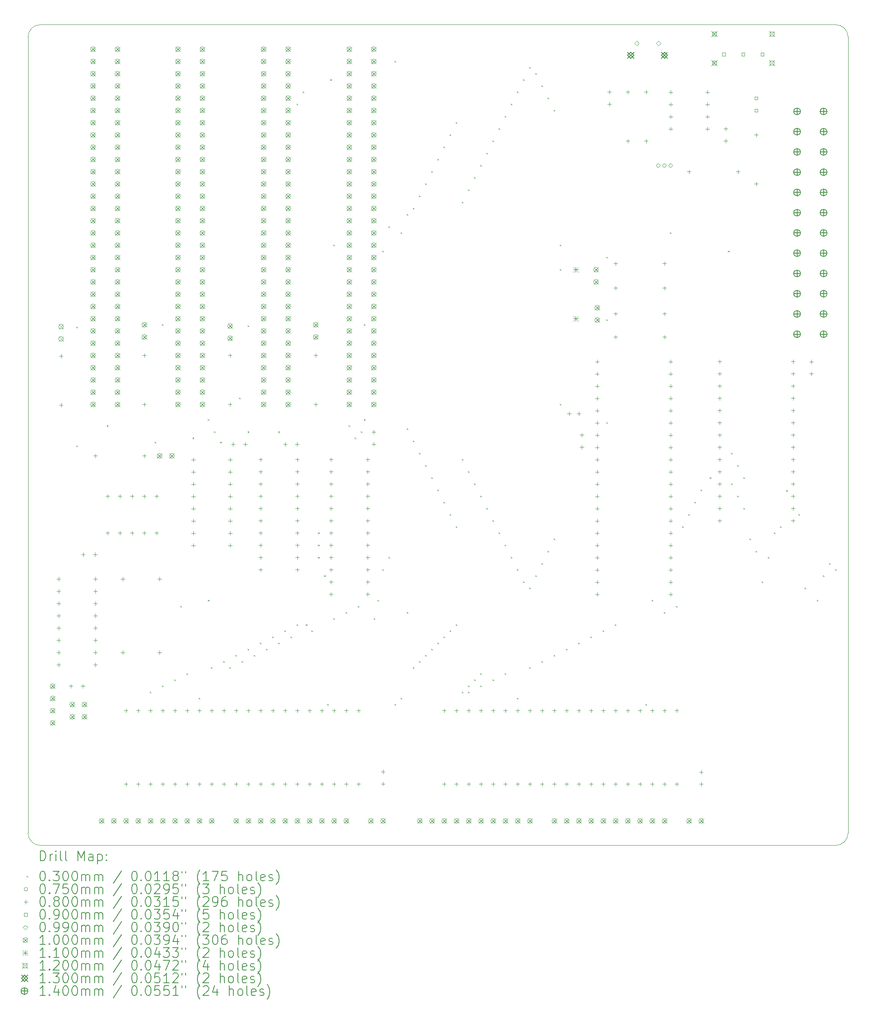
<source format=gbr>
%TF.GenerationSoftware,KiCad,Pcbnew,7.0.6*%
%TF.CreationDate,2023-07-08T17:28:57+08:00*%
%TF.ProjectId,MotherBoard,4d6f7468-6572-4426-9f61-72642e6b6963,rev?*%
%TF.SameCoordinates,PX10513f0PY11c7c20*%
%TF.FileFunction,Drillmap*%
%TF.FilePolarity,Positive*%
%FSLAX45Y45*%
G04 Gerber Fmt 4.5, Leading zero omitted, Abs format (unit mm)*
G04 Created by KiCad (PCBNEW 7.0.6) date 2023-07-08 17:28:57*
%MOMM*%
%LPD*%
G01*
G04 APERTURE LIST*
%ADD10C,0.100000*%
%ADD11C,0.200000*%
%ADD12C,0.030000*%
%ADD13C,0.075000*%
%ADD14C,0.080000*%
%ADD15C,0.090000*%
%ADD16C,0.099000*%
%ADD17C,0.110000*%
%ADD18C,0.120000*%
%ADD19C,0.130000*%
%ADD20C,0.140000*%
G04 APERTURE END LIST*
D10*
X-154000Y408000D02*
G75*
G03*
X-408000Y154000I0J-254000D01*
G01*
X-408000Y-16356000D02*
G75*
G03*
X-154000Y-16610000I254000J0D01*
G01*
X16356000Y-16610000D02*
G75*
G03*
X16610000Y-16356000I0J254000D01*
G01*
X16610000Y154000D02*
G75*
G03*
X16356000Y408000I-254000J0D01*
G01*
X-408000Y-16356000D02*
X-408000Y154000D01*
X16610000Y154000D02*
X16610000Y-16356000D01*
X-154000Y408000D02*
X16356000Y408000D01*
X16356000Y-16610000D02*
X-154000Y-16610000D01*
D11*
D12*
X593000Y-5850800D02*
X623000Y-5880800D01*
X623000Y-5850800D02*
X593000Y-5880800D01*
X593000Y-8314600D02*
X623000Y-8344600D01*
X623000Y-8314600D02*
X593000Y-8344600D01*
X1228000Y-7895500D02*
X1258000Y-7925500D01*
X1258000Y-7895500D02*
X1228000Y-7925500D01*
X2117000Y-13420000D02*
X2147000Y-13450000D01*
X2147000Y-13420000D02*
X2117000Y-13450000D01*
X2218600Y-8238400D02*
X2248600Y-8268400D01*
X2248600Y-8238400D02*
X2218600Y-8268400D01*
X2371000Y-5800000D02*
X2401000Y-5830000D01*
X2401000Y-5800000D02*
X2371000Y-5830000D01*
X2371000Y-13293000D02*
X2401000Y-13323000D01*
X2401000Y-13293000D02*
X2371000Y-13323000D01*
X2625000Y-13166000D02*
X2655000Y-13196000D01*
X2655000Y-13166000D02*
X2625000Y-13196000D01*
X2752000Y-11642000D02*
X2782000Y-11672000D01*
X2782000Y-11642000D02*
X2752000Y-11672000D01*
X2879000Y-13039000D02*
X2909000Y-13069000D01*
X2909000Y-13039000D02*
X2879000Y-13069000D01*
X3006000Y-8149500D02*
X3036000Y-8179500D01*
X3036000Y-8149500D02*
X3006000Y-8179500D01*
X3133000Y-13547000D02*
X3163000Y-13577000D01*
X3163000Y-13547000D02*
X3133000Y-13577000D01*
X3323500Y-7768500D02*
X3353500Y-7798500D01*
X3353500Y-7768500D02*
X3323500Y-7798500D01*
X3323500Y-11515000D02*
X3353500Y-11545000D01*
X3353500Y-11515000D02*
X3323500Y-11545000D01*
X3387000Y-12912000D02*
X3417000Y-12942000D01*
X3417000Y-12912000D02*
X3387000Y-12942000D01*
X3450500Y-8022500D02*
X3480500Y-8052500D01*
X3480500Y-8022500D02*
X3450500Y-8052500D01*
X3577500Y-8238400D02*
X3607500Y-8268400D01*
X3607500Y-8238400D02*
X3577500Y-8268400D01*
X3641000Y-12785000D02*
X3671000Y-12815000D01*
X3671000Y-12785000D02*
X3641000Y-12815000D01*
X3768000Y-12912000D02*
X3798000Y-12942000D01*
X3798000Y-12912000D02*
X3768000Y-12942000D01*
X3895000Y-12658000D02*
X3925000Y-12688000D01*
X3925000Y-12658000D02*
X3895000Y-12688000D01*
X3971200Y-7324500D02*
X4001200Y-7354500D01*
X4001200Y-7324500D02*
X3971200Y-7354500D01*
X4022000Y-12785000D02*
X4052000Y-12815000D01*
X4052000Y-12785000D02*
X4022000Y-12815000D01*
X4149000Y-5825400D02*
X4179000Y-5855400D01*
X4179000Y-5825400D02*
X4149000Y-5855400D01*
X4149000Y-8022500D02*
X4179000Y-8052500D01*
X4179000Y-8022500D02*
X4149000Y-8052500D01*
X4149000Y-12531000D02*
X4179000Y-12561000D01*
X4179000Y-12531000D02*
X4149000Y-12561000D01*
X4276000Y-12658000D02*
X4306000Y-12688000D01*
X4306000Y-12658000D02*
X4276000Y-12688000D01*
X4403000Y-12404000D02*
X4433000Y-12434000D01*
X4433000Y-12404000D02*
X4403000Y-12434000D01*
X4530000Y-12531000D02*
X4560000Y-12561000D01*
X4560000Y-12531000D02*
X4530000Y-12561000D01*
X4657000Y-12277000D02*
X4687000Y-12307000D01*
X4687000Y-12277000D02*
X4657000Y-12307000D01*
X4784000Y-8022500D02*
X4814000Y-8052500D01*
X4814000Y-8022500D02*
X4784000Y-8052500D01*
X4784000Y-12404000D02*
X4814000Y-12434000D01*
X4814000Y-12404000D02*
X4784000Y-12434000D01*
X4911000Y-12150000D02*
X4941000Y-12180000D01*
X4941000Y-12150000D02*
X4911000Y-12180000D01*
X5038000Y-12277000D02*
X5068000Y-12307000D01*
X5068000Y-12277000D02*
X5038000Y-12307000D01*
X5165000Y-1228000D02*
X5195000Y-1258000D01*
X5195000Y-1228000D02*
X5165000Y-1258000D01*
X5165000Y-12023000D02*
X5195000Y-12053000D01*
X5195000Y-12023000D02*
X5165000Y-12053000D01*
X5292000Y-974000D02*
X5322000Y-1004000D01*
X5322000Y-974000D02*
X5292000Y-1004000D01*
X5355500Y-12023000D02*
X5385500Y-12053000D01*
X5385500Y-12023000D02*
X5355500Y-12053000D01*
X5469800Y-12150000D02*
X5499800Y-12180000D01*
X5499800Y-12150000D02*
X5469800Y-12180000D01*
X5609500Y-10118000D02*
X5639500Y-10148000D01*
X5639500Y-10118000D02*
X5609500Y-10148000D01*
X5609500Y-10372000D02*
X5639500Y-10402000D01*
X5639500Y-10372000D02*
X5609500Y-10402000D01*
X5609500Y-10626000D02*
X5639500Y-10656000D01*
X5639500Y-10626000D02*
X5609500Y-10656000D01*
X5736500Y-11007000D02*
X5766500Y-11037000D01*
X5766500Y-11007000D02*
X5736500Y-11037000D01*
X5800000Y-13674000D02*
X5830000Y-13704000D01*
X5830000Y-13674000D02*
X5800000Y-13704000D01*
X5863500Y-720000D02*
X5893500Y-750000D01*
X5893500Y-720000D02*
X5863500Y-750000D01*
X5927000Y-4149000D02*
X5957000Y-4179000D01*
X5957000Y-4149000D02*
X5927000Y-4179000D01*
X5927000Y-11896000D02*
X5957000Y-11926000D01*
X5957000Y-11896000D02*
X5927000Y-11926000D01*
X6181000Y-11769000D02*
X6211000Y-11799000D01*
X6211000Y-11769000D02*
X6181000Y-11799000D01*
X6244500Y-7895500D02*
X6274500Y-7925500D01*
X6274500Y-7895500D02*
X6244500Y-7925500D01*
X6371500Y-8149500D02*
X6401500Y-8179500D01*
X6401500Y-8149500D02*
X6371500Y-8179500D01*
X6435000Y-11642000D02*
X6465000Y-11672000D01*
X6465000Y-11642000D02*
X6435000Y-11672000D01*
X6498500Y-8022500D02*
X6528500Y-8052500D01*
X6528500Y-8022500D02*
X6498500Y-8052500D01*
X6562000Y-5800000D02*
X6592000Y-5830000D01*
X6592000Y-5800000D02*
X6562000Y-5830000D01*
X6562000Y-7768500D02*
X6592000Y-7798500D01*
X6592000Y-7768500D02*
X6562000Y-7798500D01*
X6765200Y-11896000D02*
X6795200Y-11926000D01*
X6795200Y-11896000D02*
X6765200Y-11926000D01*
X6841400Y-11515000D02*
X6871400Y-11545000D01*
X6871400Y-11515000D02*
X6841400Y-11545000D01*
X6943000Y-4276000D02*
X6973000Y-4306000D01*
X6973000Y-4276000D02*
X6943000Y-4306000D01*
X6943000Y-10880000D02*
X6973000Y-10910000D01*
X6973000Y-10880000D02*
X6943000Y-10910000D01*
X7070000Y-3768000D02*
X7100000Y-3798000D01*
X7100000Y-3768000D02*
X7070000Y-3798000D01*
X7070000Y-10625500D02*
X7100000Y-10655500D01*
X7100000Y-10625500D02*
X7070000Y-10655500D01*
X7197000Y-339000D02*
X7227000Y-369000D01*
X7227000Y-339000D02*
X7197000Y-369000D01*
X7197000Y-13674000D02*
X7227000Y-13704000D01*
X7227000Y-13674000D02*
X7197000Y-13704000D01*
X7324000Y-3895000D02*
X7354000Y-3925000D01*
X7354000Y-3895000D02*
X7324000Y-3925000D01*
X7324000Y-13547000D02*
X7354000Y-13577000D01*
X7354000Y-13547000D02*
X7324000Y-13577000D01*
X7451000Y-3514000D02*
X7481000Y-3544000D01*
X7481000Y-3514000D02*
X7451000Y-3544000D01*
X7451000Y-7959000D02*
X7481000Y-7989000D01*
X7481000Y-7959000D02*
X7451000Y-7989000D01*
X7451000Y-11769000D02*
X7481000Y-11799000D01*
X7481000Y-11769000D02*
X7451000Y-11799000D01*
X7578000Y-3387000D02*
X7608000Y-3417000D01*
X7608000Y-3387000D02*
X7578000Y-3417000D01*
X7578000Y-8213000D02*
X7608000Y-8243000D01*
X7608000Y-8213000D02*
X7578000Y-8243000D01*
X7578000Y-12912000D02*
X7608000Y-12942000D01*
X7608000Y-12912000D02*
X7578000Y-12942000D01*
X7705000Y-3133000D02*
X7735000Y-3163000D01*
X7735000Y-3133000D02*
X7705000Y-3163000D01*
X7705000Y-8467000D02*
X7735000Y-8497000D01*
X7735000Y-8467000D02*
X7705000Y-8497000D01*
X7705000Y-12785000D02*
X7735000Y-12815000D01*
X7735000Y-12785000D02*
X7705000Y-12815000D01*
X7832000Y-2879000D02*
X7862000Y-2909000D01*
X7862000Y-2879000D02*
X7832000Y-2909000D01*
X7832000Y-8721000D02*
X7862000Y-8751000D01*
X7862000Y-8721000D02*
X7832000Y-8751000D01*
X7832000Y-12658000D02*
X7862000Y-12688000D01*
X7862000Y-12658000D02*
X7832000Y-12688000D01*
X7959000Y-2625000D02*
X7989000Y-2655000D01*
X7989000Y-2625000D02*
X7959000Y-2655000D01*
X7959000Y-8975000D02*
X7989000Y-9005000D01*
X7989000Y-8975000D02*
X7959000Y-9005000D01*
X7959000Y-12531000D02*
X7989000Y-12561000D01*
X7989000Y-12531000D02*
X7959000Y-12561000D01*
X8086000Y-2371000D02*
X8116000Y-2401000D01*
X8116000Y-2371000D02*
X8086000Y-2401000D01*
X8086000Y-9229000D02*
X8116000Y-9259000D01*
X8116000Y-9229000D02*
X8086000Y-9259000D01*
X8086000Y-12404000D02*
X8116000Y-12434000D01*
X8116000Y-12404000D02*
X8086000Y-12434000D01*
X8213000Y-2117000D02*
X8243000Y-2147000D01*
X8243000Y-2117000D02*
X8213000Y-2147000D01*
X8213000Y-9483000D02*
X8243000Y-9513000D01*
X8243000Y-9483000D02*
X8213000Y-9513000D01*
X8213000Y-12277000D02*
X8243000Y-12307000D01*
X8243000Y-12277000D02*
X8213000Y-12307000D01*
X8340000Y-1863000D02*
X8370000Y-1893000D01*
X8370000Y-1863000D02*
X8340000Y-1893000D01*
X8340000Y-9737000D02*
X8370000Y-9767000D01*
X8370000Y-9737000D02*
X8340000Y-9767000D01*
X8340000Y-12150000D02*
X8370000Y-12180000D01*
X8370000Y-12150000D02*
X8340000Y-12180000D01*
X8467000Y-1609000D02*
X8497000Y-1639000D01*
X8497000Y-1609000D02*
X8467000Y-1639000D01*
X8467000Y-9991000D02*
X8497000Y-10021000D01*
X8497000Y-9991000D02*
X8467000Y-10021000D01*
X8467000Y-12023000D02*
X8497000Y-12053000D01*
X8497000Y-12023000D02*
X8467000Y-12053000D01*
X8594000Y-3260000D02*
X8624000Y-3290000D01*
X8624000Y-3260000D02*
X8594000Y-3290000D01*
X8594000Y-8594000D02*
X8624000Y-8624000D01*
X8624000Y-8594000D02*
X8594000Y-8624000D01*
X8594000Y-13420000D02*
X8624000Y-13450000D01*
X8624000Y-13420000D02*
X8594000Y-13450000D01*
X8721000Y-3006000D02*
X8751000Y-3036000D01*
X8751000Y-3006000D02*
X8721000Y-3036000D01*
X8721000Y-8848000D02*
X8751000Y-8878000D01*
X8751000Y-8848000D02*
X8721000Y-8878000D01*
X8721000Y-13293000D02*
X8751000Y-13323000D01*
X8751000Y-13293000D02*
X8721000Y-13323000D01*
X8721000Y-13420000D02*
X8751000Y-13450000D01*
X8751000Y-13420000D02*
X8721000Y-13450000D01*
X8848000Y-2752000D02*
X8878000Y-2782000D01*
X8878000Y-2752000D02*
X8848000Y-2782000D01*
X8848000Y-9102000D02*
X8878000Y-9132000D01*
X8878000Y-9102000D02*
X8848000Y-9132000D01*
X8848000Y-13166000D02*
X8878000Y-13196000D01*
X8878000Y-13166000D02*
X8848000Y-13196000D01*
X8975000Y-2498000D02*
X9005000Y-2528000D01*
X9005000Y-2498000D02*
X8975000Y-2528000D01*
X8975000Y-9356000D02*
X9005000Y-9386000D01*
X9005000Y-9356000D02*
X8975000Y-9386000D01*
X8975000Y-13039000D02*
X9005000Y-13069000D01*
X9005000Y-13039000D02*
X8975000Y-13069000D01*
X8975000Y-13293000D02*
X9005000Y-13323000D01*
X9005000Y-13293000D02*
X8975000Y-13323000D01*
X9102000Y-2244000D02*
X9132000Y-2274000D01*
X9132000Y-2244000D02*
X9102000Y-2274000D01*
X9102000Y-9610000D02*
X9132000Y-9640000D01*
X9132000Y-9610000D02*
X9102000Y-9640000D01*
X9229000Y-1990000D02*
X9259000Y-2020000D01*
X9259000Y-1990000D02*
X9229000Y-2020000D01*
X9229000Y-9864000D02*
X9259000Y-9894000D01*
X9259000Y-9864000D02*
X9229000Y-9894000D01*
X9229000Y-13166000D02*
X9259000Y-13196000D01*
X9259000Y-13166000D02*
X9229000Y-13196000D01*
X9356000Y-1736000D02*
X9386000Y-1766000D01*
X9386000Y-1736000D02*
X9356000Y-1766000D01*
X9356000Y-10118000D02*
X9386000Y-10148000D01*
X9386000Y-10118000D02*
X9356000Y-10148000D01*
X9483000Y-1482000D02*
X9513000Y-1512000D01*
X9513000Y-1482000D02*
X9483000Y-1512000D01*
X9483000Y-10372000D02*
X9513000Y-10402000D01*
X9513000Y-10372000D02*
X9483000Y-10402000D01*
X9483000Y-13039000D02*
X9513000Y-13069000D01*
X9513000Y-13039000D02*
X9483000Y-13069000D01*
X9610000Y-1228000D02*
X9640000Y-1258000D01*
X9640000Y-1228000D02*
X9610000Y-1258000D01*
X9610000Y-10626000D02*
X9640000Y-10656000D01*
X9640000Y-10626000D02*
X9610000Y-10656000D01*
X9737000Y-974000D02*
X9767000Y-1004000D01*
X9767000Y-974000D02*
X9737000Y-1004000D01*
X9737000Y-10880000D02*
X9767000Y-10910000D01*
X9767000Y-10880000D02*
X9737000Y-10910000D01*
X9737000Y-13547000D02*
X9767000Y-13577000D01*
X9767000Y-13547000D02*
X9737000Y-13577000D01*
X9864000Y-720000D02*
X9894000Y-750000D01*
X9894000Y-720000D02*
X9864000Y-750000D01*
X9864000Y-11134000D02*
X9894000Y-11164000D01*
X9894000Y-11134000D02*
X9864000Y-11164000D01*
X9991000Y-466000D02*
X10021000Y-496000D01*
X10021000Y-466000D02*
X9991000Y-496000D01*
X9991000Y-11261000D02*
X10021000Y-11291000D01*
X10021000Y-11261000D02*
X9991000Y-11291000D01*
X9991000Y-12912000D02*
X10021000Y-12942000D01*
X10021000Y-12912000D02*
X9991000Y-12942000D01*
X10118000Y-593000D02*
X10148000Y-623000D01*
X10148000Y-593000D02*
X10118000Y-623000D01*
X10118000Y-11007000D02*
X10148000Y-11037000D01*
X10148000Y-11007000D02*
X10118000Y-11037000D01*
X10245000Y-847000D02*
X10275000Y-877000D01*
X10275000Y-847000D02*
X10245000Y-877000D01*
X10245000Y-10753000D02*
X10275000Y-10783000D01*
X10275000Y-10753000D02*
X10245000Y-10783000D01*
X10245000Y-12785000D02*
X10275000Y-12815000D01*
X10275000Y-12785000D02*
X10245000Y-12815000D01*
X10372000Y-1101000D02*
X10402000Y-1131000D01*
X10402000Y-1101000D02*
X10372000Y-1131000D01*
X10372000Y-10499000D02*
X10402000Y-10529000D01*
X10402000Y-10499000D02*
X10372000Y-10529000D01*
X10499000Y-1355000D02*
X10529000Y-1385000D01*
X10529000Y-1355000D02*
X10499000Y-1385000D01*
X10499000Y-10245000D02*
X10529000Y-10275000D01*
X10529000Y-10245000D02*
X10499000Y-10275000D01*
X10499000Y-12658000D02*
X10529000Y-12688000D01*
X10529000Y-12658000D02*
X10499000Y-12688000D01*
X10626000Y-4149000D02*
X10656000Y-4179000D01*
X10656000Y-4149000D02*
X10626000Y-4179000D01*
X10626000Y-4657000D02*
X10656000Y-4687000D01*
X10656000Y-4657000D02*
X10626000Y-4687000D01*
X10626000Y-7451000D02*
X10656000Y-7481000D01*
X10656000Y-7451000D02*
X10626000Y-7481000D01*
X10753000Y-12531000D02*
X10783000Y-12561000D01*
X10783000Y-12531000D02*
X10753000Y-12561000D01*
X11007000Y-12404000D02*
X11037000Y-12434000D01*
X11037000Y-12404000D02*
X11007000Y-12434000D01*
X11261000Y-12277000D02*
X11291000Y-12307000D01*
X11291000Y-12277000D02*
X11261000Y-12307000D01*
X11515000Y-12150000D02*
X11545000Y-12180000D01*
X11545000Y-12150000D02*
X11515000Y-12180000D01*
X11591200Y-4403000D02*
X11621200Y-4433000D01*
X11621200Y-4403000D02*
X11591200Y-4433000D01*
X11591200Y-5698400D02*
X11621200Y-5728400D01*
X11621200Y-5698400D02*
X11591200Y-5728400D01*
X11591200Y-7832000D02*
X11621200Y-7862000D01*
X11621200Y-7832000D02*
X11591200Y-7862000D01*
X11769000Y-12023000D02*
X11799000Y-12053000D01*
X11799000Y-12023000D02*
X11769000Y-12053000D01*
X12404000Y-13674000D02*
X12434000Y-13704000D01*
X12434000Y-13674000D02*
X12404000Y-13704000D01*
X12531000Y-11515000D02*
X12561000Y-11545000D01*
X12561000Y-11515000D02*
X12531000Y-11545000D01*
X12785000Y-11769000D02*
X12815000Y-11799000D01*
X12815000Y-11769000D02*
X12785000Y-11799000D01*
X12912000Y-3895000D02*
X12942000Y-3925000D01*
X12942000Y-3895000D02*
X12912000Y-3925000D01*
X13039000Y-11642000D02*
X13069000Y-11672000D01*
X13069000Y-11642000D02*
X13039000Y-11672000D01*
X13166000Y-9991000D02*
X13196000Y-10021000D01*
X13196000Y-9991000D02*
X13166000Y-10021000D01*
X13293000Y-9737000D02*
X13323000Y-9767000D01*
X13323000Y-9737000D02*
X13293000Y-9767000D01*
X13420000Y-9483000D02*
X13450000Y-9513000D01*
X13450000Y-9483000D02*
X13420000Y-9513000D01*
X13547000Y-9229000D02*
X13577000Y-9259000D01*
X13577000Y-9229000D02*
X13547000Y-9259000D01*
X13737500Y-8975000D02*
X13767500Y-9005000D01*
X13767500Y-8975000D02*
X13737500Y-9005000D01*
X14118500Y-4276000D02*
X14148500Y-4306000D01*
X14148500Y-4276000D02*
X14118500Y-4306000D01*
X14182000Y-8467000D02*
X14212000Y-8497000D01*
X14212000Y-8467000D02*
X14182000Y-8497000D01*
X14182000Y-9102000D02*
X14212000Y-9132000D01*
X14212000Y-9102000D02*
X14182000Y-9132000D01*
X14309000Y-8721000D02*
X14339000Y-8751000D01*
X14339000Y-8721000D02*
X14309000Y-8751000D01*
X14309000Y-9356000D02*
X14339000Y-9386000D01*
X14339000Y-9356000D02*
X14309000Y-9386000D01*
X14436000Y-8975000D02*
X14466000Y-9005000D01*
X14466000Y-8975000D02*
X14436000Y-9005000D01*
X14436000Y-9610000D02*
X14466000Y-9640000D01*
X14466000Y-9610000D02*
X14436000Y-9640000D01*
X14563000Y-10245000D02*
X14593000Y-10275000D01*
X14593000Y-10245000D02*
X14563000Y-10275000D01*
X14690000Y-10499000D02*
X14720000Y-10529000D01*
X14720000Y-10499000D02*
X14690000Y-10529000D01*
X14817000Y-11134000D02*
X14847000Y-11164000D01*
X14847000Y-11134000D02*
X14817000Y-11164000D01*
X14944000Y-10626000D02*
X14974000Y-10656000D01*
X14974000Y-10626000D02*
X14944000Y-10656000D01*
X15071000Y-10118000D02*
X15101000Y-10148000D01*
X15101000Y-10118000D02*
X15071000Y-10148000D01*
X15198000Y-9991000D02*
X15228000Y-10021000D01*
X15228000Y-9991000D02*
X15198000Y-10021000D01*
X15325000Y-9241000D02*
X15355000Y-9271000D01*
X15355000Y-9241000D02*
X15325000Y-9271000D01*
X15579000Y-9737000D02*
X15609000Y-9767000D01*
X15609000Y-9737000D02*
X15579000Y-9767000D01*
X15706000Y-11261000D02*
X15736000Y-11291000D01*
X15736000Y-11261000D02*
X15706000Y-11291000D01*
X15960000Y-11515000D02*
X15990000Y-11545000D01*
X15990000Y-11515000D02*
X15960000Y-11545000D01*
X16087000Y-11007000D02*
X16117000Y-11037000D01*
X16117000Y-11007000D02*
X16087000Y-11037000D01*
X16214000Y-10753000D02*
X16244000Y-10783000D01*
X16244000Y-10753000D02*
X16214000Y-10783000D01*
X16341000Y-10880000D02*
X16371000Y-10910000D01*
X16371000Y-10880000D02*
X16341000Y-10910000D01*
D13*
X12710500Y-2513000D02*
G75*
G03*
X12710500Y-2513000I-37500J0D01*
G01*
X12837500Y-2513000D02*
G75*
G03*
X12837500Y-2513000I-37500J0D01*
G01*
X12964500Y-2513000D02*
G75*
G03*
X12964500Y-2513000I-37500J0D01*
G01*
D14*
X227000Y-11045500D02*
X227000Y-11125500D01*
X187000Y-11085500D02*
X267000Y-11085500D01*
X227000Y-11299500D02*
X227000Y-11379500D01*
X187000Y-11339500D02*
X267000Y-11339500D01*
X227000Y-11553500D02*
X227000Y-11633500D01*
X187000Y-11593500D02*
X267000Y-11593500D01*
X227000Y-11807500D02*
X227000Y-11887500D01*
X187000Y-11847500D02*
X267000Y-11847500D01*
X227000Y-12061500D02*
X227000Y-12141500D01*
X187000Y-12101500D02*
X267000Y-12101500D01*
X227000Y-12315500D02*
X227000Y-12395500D01*
X187000Y-12355500D02*
X267000Y-12355500D01*
X227000Y-12569500D02*
X227000Y-12649500D01*
X187000Y-12609500D02*
X267000Y-12609500D01*
X227000Y-12823500D02*
X227000Y-12903500D01*
X187000Y-12863500D02*
X267000Y-12863500D01*
X277800Y-6423200D02*
X277800Y-6503200D01*
X237800Y-6463200D02*
X317800Y-6463200D01*
X277800Y-7439200D02*
X277800Y-7519200D01*
X237800Y-7479200D02*
X317800Y-7479200D01*
X481000Y-13268000D02*
X481000Y-13348000D01*
X441000Y-13308000D02*
X521000Y-13308000D01*
X731000Y-13268000D02*
X731000Y-13348000D01*
X691000Y-13308000D02*
X771000Y-13308000D01*
X735000Y-10537500D02*
X735000Y-10617500D01*
X695000Y-10577500D02*
X775000Y-10577500D01*
X985000Y-10537500D02*
X985000Y-10617500D01*
X945000Y-10577500D02*
X1025000Y-10577500D01*
X989000Y-8492800D02*
X989000Y-8572800D01*
X949000Y-8532800D02*
X1029000Y-8532800D01*
X989000Y-11045500D02*
X989000Y-11125500D01*
X949000Y-11085500D02*
X1029000Y-11085500D01*
X989000Y-11299500D02*
X989000Y-11379500D01*
X949000Y-11339500D02*
X1029000Y-11339500D01*
X989000Y-11553500D02*
X989000Y-11633500D01*
X949000Y-11593500D02*
X1029000Y-11593500D01*
X989000Y-11807500D02*
X989000Y-11887500D01*
X949000Y-11847500D02*
X1029000Y-11847500D01*
X989000Y-12061500D02*
X989000Y-12141500D01*
X949000Y-12101500D02*
X1029000Y-12101500D01*
X989000Y-12315500D02*
X989000Y-12395500D01*
X949000Y-12355500D02*
X1029000Y-12355500D01*
X989000Y-12569500D02*
X989000Y-12649500D01*
X949000Y-12609500D02*
X1029000Y-12609500D01*
X989000Y-12823500D02*
X989000Y-12903500D01*
X949000Y-12863500D02*
X1029000Y-12863500D01*
X1243000Y-9331000D02*
X1243000Y-9411000D01*
X1203000Y-9371000D02*
X1283000Y-9371000D01*
X1243000Y-10093000D02*
X1243000Y-10173000D01*
X1203000Y-10133000D02*
X1283000Y-10133000D01*
X1497000Y-9331000D02*
X1497000Y-9411000D01*
X1457000Y-9371000D02*
X1537000Y-9371000D01*
X1497000Y-10093000D02*
X1497000Y-10173000D01*
X1457000Y-10133000D02*
X1537000Y-10133000D01*
X1560500Y-11045500D02*
X1560500Y-11125500D01*
X1520500Y-11085500D02*
X1600500Y-11085500D01*
X1560500Y-12569500D02*
X1560500Y-12649500D01*
X1520500Y-12609500D02*
X1600500Y-12609500D01*
X1624000Y-13776000D02*
X1624000Y-13856000D01*
X1584000Y-13816000D02*
X1664000Y-13816000D01*
X1624000Y-15300000D02*
X1624000Y-15380000D01*
X1584000Y-15340000D02*
X1664000Y-15340000D01*
X1751000Y-9331000D02*
X1751000Y-9411000D01*
X1711000Y-9371000D02*
X1791000Y-9371000D01*
X1751000Y-10093000D02*
X1751000Y-10173000D01*
X1711000Y-10133000D02*
X1791000Y-10133000D01*
X1878000Y-13776000D02*
X1878000Y-13856000D01*
X1838000Y-13816000D02*
X1918000Y-13816000D01*
X1878000Y-15300000D02*
X1878000Y-15380000D01*
X1838000Y-15340000D02*
X1918000Y-15340000D01*
X2005000Y-6410000D02*
X2005000Y-6490000D01*
X1965000Y-6450000D02*
X2045000Y-6450000D01*
X2005000Y-7426000D02*
X2005000Y-7506000D01*
X1965000Y-7466000D02*
X2045000Y-7466000D01*
X2005000Y-8492800D02*
X2005000Y-8572800D01*
X1965000Y-8532800D02*
X2045000Y-8532800D01*
X2005000Y-9331000D02*
X2005000Y-9411000D01*
X1965000Y-9371000D02*
X2045000Y-9371000D01*
X2005000Y-10093000D02*
X2005000Y-10173000D01*
X1965000Y-10133000D02*
X2045000Y-10133000D01*
X2132000Y-13776000D02*
X2132000Y-13856000D01*
X2092000Y-13816000D02*
X2172000Y-13816000D01*
X2132000Y-15300000D02*
X2132000Y-15380000D01*
X2092000Y-15340000D02*
X2172000Y-15340000D01*
X2259000Y-9331000D02*
X2259000Y-9411000D01*
X2219000Y-9371000D02*
X2299000Y-9371000D01*
X2259000Y-10093000D02*
X2259000Y-10173000D01*
X2219000Y-10133000D02*
X2299000Y-10133000D01*
X2322500Y-11045500D02*
X2322500Y-11125500D01*
X2282500Y-11085500D02*
X2362500Y-11085500D01*
X2322500Y-12569500D02*
X2322500Y-12649500D01*
X2282500Y-12609500D02*
X2362500Y-12609500D01*
X2386000Y-13776000D02*
X2386000Y-13856000D01*
X2346000Y-13816000D02*
X2426000Y-13816000D01*
X2386000Y-15300000D02*
X2386000Y-15380000D01*
X2346000Y-15340000D02*
X2426000Y-15340000D01*
X2640000Y-13776000D02*
X2640000Y-13856000D01*
X2600000Y-13816000D02*
X2680000Y-13816000D01*
X2640000Y-15300000D02*
X2640000Y-15380000D01*
X2600000Y-15340000D02*
X2680000Y-15340000D01*
X2894000Y-13776000D02*
X2894000Y-13856000D01*
X2854000Y-13816000D02*
X2934000Y-13816000D01*
X2894000Y-15300000D02*
X2894000Y-15380000D01*
X2854000Y-15340000D02*
X2934000Y-15340000D01*
X3022000Y-8570500D02*
X3022000Y-8650500D01*
X2982000Y-8610500D02*
X3062000Y-8610500D01*
X3022000Y-8824500D02*
X3022000Y-8904500D01*
X2982000Y-8864500D02*
X3062000Y-8864500D01*
X3022000Y-9078500D02*
X3022000Y-9158500D01*
X2982000Y-9118500D02*
X3062000Y-9118500D01*
X3022000Y-9332500D02*
X3022000Y-9412500D01*
X2982000Y-9372500D02*
X3062000Y-9372500D01*
X3022000Y-9586500D02*
X3022000Y-9666500D01*
X2982000Y-9626500D02*
X3062000Y-9626500D01*
X3022000Y-9840500D02*
X3022000Y-9920500D01*
X2982000Y-9880500D02*
X3062000Y-9880500D01*
X3022000Y-10094500D02*
X3022000Y-10174500D01*
X2982000Y-10134500D02*
X3062000Y-10134500D01*
X3022000Y-10348500D02*
X3022000Y-10428500D01*
X2982000Y-10388500D02*
X3062000Y-10388500D01*
X3148000Y-13776000D02*
X3148000Y-13856000D01*
X3108000Y-13816000D02*
X3188000Y-13816000D01*
X3148000Y-15300000D02*
X3148000Y-15380000D01*
X3108000Y-15340000D02*
X3188000Y-15340000D01*
X3402000Y-13776000D02*
X3402000Y-13856000D01*
X3362000Y-13816000D02*
X3442000Y-13816000D01*
X3402000Y-15300000D02*
X3402000Y-15380000D01*
X3362000Y-15340000D02*
X3442000Y-15340000D01*
X3656000Y-13776000D02*
X3656000Y-13856000D01*
X3616000Y-13816000D02*
X3696000Y-13816000D01*
X3656000Y-15300000D02*
X3656000Y-15380000D01*
X3616000Y-15340000D02*
X3696000Y-15340000D01*
X3783000Y-6410000D02*
X3783000Y-6490000D01*
X3743000Y-6450000D02*
X3823000Y-6450000D01*
X3783000Y-7426000D02*
X3783000Y-7506000D01*
X3743000Y-7466000D02*
X3823000Y-7466000D01*
X3784000Y-8570500D02*
X3784000Y-8650500D01*
X3744000Y-8610500D02*
X3824000Y-8610500D01*
X3784000Y-8824500D02*
X3784000Y-8904500D01*
X3744000Y-8864500D02*
X3824000Y-8864500D01*
X3784000Y-9078500D02*
X3784000Y-9158500D01*
X3744000Y-9118500D02*
X3824000Y-9118500D01*
X3784000Y-9332500D02*
X3784000Y-9412500D01*
X3744000Y-9372500D02*
X3824000Y-9372500D01*
X3784000Y-9586500D02*
X3784000Y-9666500D01*
X3744000Y-9626500D02*
X3824000Y-9626500D01*
X3784000Y-9840500D02*
X3784000Y-9920500D01*
X3744000Y-9880500D02*
X3824000Y-9880500D01*
X3784000Y-10094500D02*
X3784000Y-10174500D01*
X3744000Y-10134500D02*
X3824000Y-10134500D01*
X3784000Y-10348500D02*
X3784000Y-10428500D01*
X3744000Y-10388500D02*
X3824000Y-10388500D01*
X3848500Y-8251500D02*
X3848500Y-8331500D01*
X3808500Y-8291500D02*
X3888500Y-8291500D01*
X3910000Y-13776000D02*
X3910000Y-13856000D01*
X3870000Y-13816000D02*
X3950000Y-13816000D01*
X3910000Y-15300000D02*
X3910000Y-15380000D01*
X3870000Y-15340000D02*
X3950000Y-15340000D01*
X4098500Y-8251500D02*
X4098500Y-8331500D01*
X4058500Y-8291500D02*
X4138500Y-8291500D01*
X4164000Y-13776000D02*
X4164000Y-13856000D01*
X4124000Y-13816000D02*
X4204000Y-13816000D01*
X4164000Y-15300000D02*
X4164000Y-15380000D01*
X4124000Y-15340000D02*
X4204000Y-15340000D01*
X4418000Y-8569000D02*
X4418000Y-8649000D01*
X4378000Y-8609000D02*
X4458000Y-8609000D01*
X4418000Y-8823000D02*
X4418000Y-8903000D01*
X4378000Y-8863000D02*
X4458000Y-8863000D01*
X4418000Y-9077000D02*
X4418000Y-9157000D01*
X4378000Y-9117000D02*
X4458000Y-9117000D01*
X4418000Y-9331000D02*
X4418000Y-9411000D01*
X4378000Y-9371000D02*
X4458000Y-9371000D01*
X4418000Y-9585000D02*
X4418000Y-9665000D01*
X4378000Y-9625000D02*
X4458000Y-9625000D01*
X4418000Y-9839000D02*
X4418000Y-9919000D01*
X4378000Y-9879000D02*
X4458000Y-9879000D01*
X4418000Y-10093000D02*
X4418000Y-10173000D01*
X4378000Y-10133000D02*
X4458000Y-10133000D01*
X4418000Y-10347000D02*
X4418000Y-10427000D01*
X4378000Y-10387000D02*
X4458000Y-10387000D01*
X4418000Y-10601000D02*
X4418000Y-10681000D01*
X4378000Y-10641000D02*
X4458000Y-10641000D01*
X4418000Y-10855000D02*
X4418000Y-10935000D01*
X4378000Y-10895000D02*
X4458000Y-10895000D01*
X4418000Y-13776000D02*
X4418000Y-13856000D01*
X4378000Y-13816000D02*
X4458000Y-13816000D01*
X4418000Y-15300000D02*
X4418000Y-15380000D01*
X4378000Y-15340000D02*
X4458000Y-15340000D01*
X4672000Y-13776000D02*
X4672000Y-13856000D01*
X4632000Y-13816000D02*
X4712000Y-13816000D01*
X4672000Y-15300000D02*
X4672000Y-15380000D01*
X4632000Y-15340000D02*
X4712000Y-15340000D01*
X4926000Y-8251500D02*
X4926000Y-8331500D01*
X4886000Y-8291500D02*
X4966000Y-8291500D01*
X4926000Y-13776000D02*
X4926000Y-13856000D01*
X4886000Y-13816000D02*
X4966000Y-13816000D01*
X4926000Y-15300000D02*
X4926000Y-15380000D01*
X4886000Y-15340000D02*
X4966000Y-15340000D01*
X5176000Y-8251500D02*
X5176000Y-8331500D01*
X5136000Y-8291500D02*
X5216000Y-8291500D01*
X5180000Y-8569000D02*
X5180000Y-8649000D01*
X5140000Y-8609000D02*
X5220000Y-8609000D01*
X5180000Y-8823000D02*
X5180000Y-8903000D01*
X5140000Y-8863000D02*
X5220000Y-8863000D01*
X5180000Y-9077000D02*
X5180000Y-9157000D01*
X5140000Y-9117000D02*
X5220000Y-9117000D01*
X5180000Y-9331000D02*
X5180000Y-9411000D01*
X5140000Y-9371000D02*
X5220000Y-9371000D01*
X5180000Y-9585000D02*
X5180000Y-9665000D01*
X5140000Y-9625000D02*
X5220000Y-9625000D01*
X5180000Y-9839000D02*
X5180000Y-9919000D01*
X5140000Y-9879000D02*
X5220000Y-9879000D01*
X5180000Y-10093000D02*
X5180000Y-10173000D01*
X5140000Y-10133000D02*
X5220000Y-10133000D01*
X5180000Y-10347000D02*
X5180000Y-10427000D01*
X5140000Y-10387000D02*
X5220000Y-10387000D01*
X5180000Y-10601000D02*
X5180000Y-10681000D01*
X5140000Y-10641000D02*
X5220000Y-10641000D01*
X5180000Y-10855000D02*
X5180000Y-10935000D01*
X5140000Y-10895000D02*
X5220000Y-10895000D01*
X5180000Y-13776000D02*
X5180000Y-13856000D01*
X5140000Y-13816000D02*
X5220000Y-13816000D01*
X5180000Y-15300000D02*
X5180000Y-15380000D01*
X5140000Y-15340000D02*
X5220000Y-15340000D01*
X5434000Y-13776000D02*
X5434000Y-13856000D01*
X5394000Y-13816000D02*
X5474000Y-13816000D01*
X5434000Y-15300000D02*
X5434000Y-15380000D01*
X5394000Y-15340000D02*
X5474000Y-15340000D01*
X5561000Y-6410000D02*
X5561000Y-6490000D01*
X5521000Y-6450000D02*
X5601000Y-6450000D01*
X5561000Y-7426000D02*
X5561000Y-7506000D01*
X5521000Y-7466000D02*
X5601000Y-7466000D01*
X5688000Y-13776000D02*
X5688000Y-13856000D01*
X5648000Y-13816000D02*
X5728000Y-13816000D01*
X5688000Y-15300000D02*
X5688000Y-15380000D01*
X5648000Y-15340000D02*
X5728000Y-15340000D01*
X5879500Y-8568500D02*
X5879500Y-8648500D01*
X5839500Y-8608500D02*
X5919500Y-8608500D01*
X5879500Y-8822500D02*
X5879500Y-8902500D01*
X5839500Y-8862500D02*
X5919500Y-8862500D01*
X5879500Y-9076500D02*
X5879500Y-9156500D01*
X5839500Y-9116500D02*
X5919500Y-9116500D01*
X5879500Y-9330500D02*
X5879500Y-9410500D01*
X5839500Y-9370500D02*
X5919500Y-9370500D01*
X5879500Y-9584500D02*
X5879500Y-9664500D01*
X5839500Y-9624500D02*
X5919500Y-9624500D01*
X5879500Y-9838500D02*
X5879500Y-9918500D01*
X5839500Y-9878500D02*
X5919500Y-9878500D01*
X5879500Y-10092500D02*
X5879500Y-10172500D01*
X5839500Y-10132500D02*
X5919500Y-10132500D01*
X5879500Y-10346500D02*
X5879500Y-10426500D01*
X5839500Y-10386500D02*
X5919500Y-10386500D01*
X5879500Y-10600500D02*
X5879500Y-10680500D01*
X5839500Y-10640500D02*
X5919500Y-10640500D01*
X5879500Y-10854500D02*
X5879500Y-10934500D01*
X5839500Y-10894500D02*
X5919500Y-10894500D01*
X5879500Y-11108500D02*
X5879500Y-11188500D01*
X5839500Y-11148500D02*
X5919500Y-11148500D01*
X5879500Y-11362500D02*
X5879500Y-11442500D01*
X5839500Y-11402500D02*
X5919500Y-11402500D01*
X5942000Y-13776000D02*
X5942000Y-13856000D01*
X5902000Y-13816000D02*
X5982000Y-13816000D01*
X5942000Y-15300000D02*
X5942000Y-15380000D01*
X5902000Y-15340000D02*
X5982000Y-15340000D01*
X6196000Y-13776000D02*
X6196000Y-13856000D01*
X6156000Y-13816000D02*
X6236000Y-13816000D01*
X6196000Y-15300000D02*
X6196000Y-15380000D01*
X6156000Y-15340000D02*
X6236000Y-15340000D01*
X6450000Y-13776000D02*
X6450000Y-13856000D01*
X6410000Y-13816000D02*
X6490000Y-13816000D01*
X6450000Y-15300000D02*
X6450000Y-15380000D01*
X6410000Y-15340000D02*
X6490000Y-15340000D01*
X6641500Y-8568500D02*
X6641500Y-8648500D01*
X6601500Y-8608500D02*
X6681500Y-8608500D01*
X6641500Y-8822500D02*
X6641500Y-8902500D01*
X6601500Y-8862500D02*
X6681500Y-8862500D01*
X6641500Y-9076500D02*
X6641500Y-9156500D01*
X6601500Y-9116500D02*
X6681500Y-9116500D01*
X6641500Y-9330500D02*
X6641500Y-9410500D01*
X6601500Y-9370500D02*
X6681500Y-9370500D01*
X6641500Y-9584500D02*
X6641500Y-9664500D01*
X6601500Y-9624500D02*
X6681500Y-9624500D01*
X6641500Y-9838500D02*
X6641500Y-9918500D01*
X6601500Y-9878500D02*
X6681500Y-9878500D01*
X6641500Y-10092500D02*
X6641500Y-10172500D01*
X6601500Y-10132500D02*
X6681500Y-10132500D01*
X6641500Y-10346500D02*
X6641500Y-10426500D01*
X6601500Y-10386500D02*
X6681500Y-10386500D01*
X6641500Y-10600500D02*
X6641500Y-10680500D01*
X6601500Y-10640500D02*
X6681500Y-10640500D01*
X6641500Y-10854500D02*
X6641500Y-10934500D01*
X6601500Y-10894500D02*
X6681500Y-10894500D01*
X6641500Y-11108500D02*
X6641500Y-11188500D01*
X6601500Y-11148500D02*
X6681500Y-11148500D01*
X6641500Y-11362500D02*
X6641500Y-11442500D01*
X6601500Y-11402500D02*
X6681500Y-11402500D01*
X6767500Y-7997500D02*
X6767500Y-8077500D01*
X6727500Y-8037500D02*
X6807500Y-8037500D01*
X6767500Y-8247500D02*
X6767500Y-8327500D01*
X6727500Y-8287500D02*
X6807500Y-8287500D01*
X6958000Y-15042000D02*
X6958000Y-15122000D01*
X6918000Y-15082000D02*
X6998000Y-15082000D01*
X6958000Y-15292000D02*
X6958000Y-15372000D01*
X6918000Y-15332000D02*
X6998000Y-15332000D01*
X8228000Y-13776000D02*
X8228000Y-13856000D01*
X8188000Y-13816000D02*
X8268000Y-13816000D01*
X8228000Y-15300000D02*
X8228000Y-15380000D01*
X8188000Y-15340000D02*
X8268000Y-15340000D01*
X8482000Y-13776000D02*
X8482000Y-13856000D01*
X8442000Y-13816000D02*
X8522000Y-13816000D01*
X8482000Y-15300000D02*
X8482000Y-15380000D01*
X8442000Y-15340000D02*
X8522000Y-15340000D01*
X8736000Y-13776000D02*
X8736000Y-13856000D01*
X8696000Y-13816000D02*
X8776000Y-13816000D01*
X8736000Y-15300000D02*
X8736000Y-15380000D01*
X8696000Y-15340000D02*
X8776000Y-15340000D01*
X8990000Y-13776000D02*
X8990000Y-13856000D01*
X8950000Y-13816000D02*
X9030000Y-13816000D01*
X8990000Y-15300000D02*
X8990000Y-15380000D01*
X8950000Y-15340000D02*
X9030000Y-15340000D01*
X9244000Y-13776000D02*
X9244000Y-13856000D01*
X9204000Y-13816000D02*
X9284000Y-13816000D01*
X9244000Y-15300000D02*
X9244000Y-15380000D01*
X9204000Y-15340000D02*
X9284000Y-15340000D01*
X9498000Y-13776000D02*
X9498000Y-13856000D01*
X9458000Y-13816000D02*
X9538000Y-13816000D01*
X9498000Y-15300000D02*
X9498000Y-15380000D01*
X9458000Y-15340000D02*
X9538000Y-15340000D01*
X9752000Y-13776000D02*
X9752000Y-13856000D01*
X9712000Y-13816000D02*
X9792000Y-13816000D01*
X9752000Y-15300000D02*
X9752000Y-15380000D01*
X9712000Y-15340000D02*
X9792000Y-15340000D01*
X10006000Y-13776000D02*
X10006000Y-13856000D01*
X9966000Y-13816000D02*
X10046000Y-13816000D01*
X10006000Y-15300000D02*
X10006000Y-15380000D01*
X9966000Y-15340000D02*
X10046000Y-15340000D01*
X10260000Y-13776000D02*
X10260000Y-13856000D01*
X10220000Y-13816000D02*
X10300000Y-13816000D01*
X10260000Y-15300000D02*
X10260000Y-15380000D01*
X10220000Y-15340000D02*
X10300000Y-15340000D01*
X10514000Y-13776000D02*
X10514000Y-13856000D01*
X10474000Y-13816000D02*
X10554000Y-13816000D01*
X10514000Y-15300000D02*
X10514000Y-15380000D01*
X10474000Y-15340000D02*
X10554000Y-15340000D01*
X10768000Y-13776000D02*
X10768000Y-13856000D01*
X10728000Y-13816000D02*
X10808000Y-13816000D01*
X10768000Y-15300000D02*
X10768000Y-15380000D01*
X10728000Y-15340000D02*
X10808000Y-15340000D01*
X10822000Y-7616500D02*
X10822000Y-7696500D01*
X10782000Y-7656500D02*
X10862000Y-7656500D01*
X11022000Y-7616500D02*
X11022000Y-7696500D01*
X10982000Y-7656500D02*
X11062000Y-7656500D01*
X11022000Y-13776000D02*
X11022000Y-13856000D01*
X10982000Y-13816000D02*
X11062000Y-13816000D01*
X11022000Y-15300000D02*
X11022000Y-15380000D01*
X10982000Y-15340000D02*
X11062000Y-15340000D01*
X11085500Y-8061000D02*
X11085500Y-8141000D01*
X11045500Y-8101000D02*
X11125500Y-8101000D01*
X11085500Y-8311000D02*
X11085500Y-8391000D01*
X11045500Y-8351000D02*
X11125500Y-8351000D01*
X11276000Y-13776000D02*
X11276000Y-13856000D01*
X11236000Y-13816000D02*
X11316000Y-13816000D01*
X11276000Y-15300000D02*
X11276000Y-15380000D01*
X11236000Y-15340000D02*
X11316000Y-15340000D01*
X11402500Y-6537500D02*
X11402500Y-6617500D01*
X11362500Y-6577500D02*
X11442500Y-6577500D01*
X11402500Y-6791500D02*
X11402500Y-6871500D01*
X11362500Y-6831500D02*
X11442500Y-6831500D01*
X11402500Y-7045500D02*
X11402500Y-7125500D01*
X11362500Y-7085500D02*
X11442500Y-7085500D01*
X11402500Y-7299500D02*
X11402500Y-7379500D01*
X11362500Y-7339500D02*
X11442500Y-7339500D01*
X11402500Y-7553500D02*
X11402500Y-7633500D01*
X11362500Y-7593500D02*
X11442500Y-7593500D01*
X11402500Y-7807500D02*
X11402500Y-7887500D01*
X11362500Y-7847500D02*
X11442500Y-7847500D01*
X11402500Y-8061500D02*
X11402500Y-8141500D01*
X11362500Y-8101500D02*
X11442500Y-8101500D01*
X11402500Y-8315500D02*
X11402500Y-8395500D01*
X11362500Y-8355500D02*
X11442500Y-8355500D01*
X11402500Y-8569500D02*
X11402500Y-8649500D01*
X11362500Y-8609500D02*
X11442500Y-8609500D01*
X11402500Y-8823500D02*
X11402500Y-8903500D01*
X11362500Y-8863500D02*
X11442500Y-8863500D01*
X11402500Y-9077500D02*
X11402500Y-9157500D01*
X11362500Y-9117500D02*
X11442500Y-9117500D01*
X11402500Y-9331500D02*
X11402500Y-9411500D01*
X11362500Y-9371500D02*
X11442500Y-9371500D01*
X11402500Y-9585500D02*
X11402500Y-9665500D01*
X11362500Y-9625500D02*
X11442500Y-9625500D01*
X11402500Y-9839500D02*
X11402500Y-9919500D01*
X11362500Y-9879500D02*
X11442500Y-9879500D01*
X11402500Y-10093500D02*
X11402500Y-10173500D01*
X11362500Y-10133500D02*
X11442500Y-10133500D01*
X11402500Y-10347500D02*
X11402500Y-10427500D01*
X11362500Y-10387500D02*
X11442500Y-10387500D01*
X11402500Y-10601500D02*
X11402500Y-10681500D01*
X11362500Y-10641500D02*
X11442500Y-10641500D01*
X11402500Y-10855500D02*
X11402500Y-10935500D01*
X11362500Y-10895500D02*
X11442500Y-10895500D01*
X11402500Y-11109500D02*
X11402500Y-11189500D01*
X11362500Y-11149500D02*
X11442500Y-11149500D01*
X11402500Y-11363500D02*
X11402500Y-11443500D01*
X11362500Y-11403500D02*
X11442500Y-11403500D01*
X11530000Y-13776000D02*
X11530000Y-13856000D01*
X11490000Y-13816000D02*
X11570000Y-13816000D01*
X11530000Y-15300000D02*
X11530000Y-15380000D01*
X11490000Y-15340000D02*
X11570000Y-15340000D01*
X11657000Y-949000D02*
X11657000Y-1029000D01*
X11617000Y-989000D02*
X11697000Y-989000D01*
X11657000Y-1199000D02*
X11657000Y-1279000D01*
X11617000Y-1239000D02*
X11697000Y-1239000D01*
X11784000Y-4505000D02*
X11784000Y-4585000D01*
X11744000Y-4545000D02*
X11824000Y-4545000D01*
X11784000Y-5013000D02*
X11784000Y-5093000D01*
X11744000Y-5053000D02*
X11824000Y-5053000D01*
X11784000Y-5546400D02*
X11784000Y-5626400D01*
X11744000Y-5586400D02*
X11824000Y-5586400D01*
X11784000Y-6029000D02*
X11784000Y-6109000D01*
X11744000Y-6069000D02*
X11824000Y-6069000D01*
X11784000Y-13776000D02*
X11784000Y-13856000D01*
X11744000Y-13816000D02*
X11824000Y-13816000D01*
X11784000Y-15300000D02*
X11784000Y-15380000D01*
X11744000Y-15340000D02*
X11824000Y-15340000D01*
X12038000Y-949000D02*
X12038000Y-1029000D01*
X11998000Y-989000D02*
X12078000Y-989000D01*
X12038000Y-1965000D02*
X12038000Y-2045000D01*
X11998000Y-2005000D02*
X12078000Y-2005000D01*
X12038000Y-13776000D02*
X12038000Y-13856000D01*
X11998000Y-13816000D02*
X12078000Y-13816000D01*
X12038000Y-15300000D02*
X12038000Y-15380000D01*
X11998000Y-15340000D02*
X12078000Y-15340000D01*
X12292000Y-13776000D02*
X12292000Y-13856000D01*
X12252000Y-13816000D02*
X12332000Y-13816000D01*
X12292000Y-15300000D02*
X12292000Y-15380000D01*
X12252000Y-15340000D02*
X12332000Y-15340000D01*
X12419000Y-949000D02*
X12419000Y-1029000D01*
X12379000Y-989000D02*
X12459000Y-989000D01*
X12419000Y-1965000D02*
X12419000Y-2045000D01*
X12379000Y-2005000D02*
X12459000Y-2005000D01*
X12546000Y-13776000D02*
X12546000Y-13856000D01*
X12506000Y-13816000D02*
X12586000Y-13816000D01*
X12546000Y-15300000D02*
X12546000Y-15380000D01*
X12506000Y-15340000D02*
X12586000Y-15340000D01*
X12800000Y-4505000D02*
X12800000Y-4585000D01*
X12760000Y-4545000D02*
X12840000Y-4545000D01*
X12800000Y-5013000D02*
X12800000Y-5093000D01*
X12760000Y-5053000D02*
X12840000Y-5053000D01*
X12800000Y-5546400D02*
X12800000Y-5626400D01*
X12760000Y-5586400D02*
X12840000Y-5586400D01*
X12800000Y-6029000D02*
X12800000Y-6109000D01*
X12760000Y-6069000D02*
X12840000Y-6069000D01*
X12800000Y-13776000D02*
X12800000Y-13856000D01*
X12760000Y-13816000D02*
X12840000Y-13816000D01*
X12800000Y-15300000D02*
X12800000Y-15380000D01*
X12760000Y-15340000D02*
X12840000Y-15340000D01*
X12926500Y-6537500D02*
X12926500Y-6617500D01*
X12886500Y-6577500D02*
X12966500Y-6577500D01*
X12926500Y-6791500D02*
X12926500Y-6871500D01*
X12886500Y-6831500D02*
X12966500Y-6831500D01*
X12926500Y-7045500D02*
X12926500Y-7125500D01*
X12886500Y-7085500D02*
X12966500Y-7085500D01*
X12926500Y-7299500D02*
X12926500Y-7379500D01*
X12886500Y-7339500D02*
X12966500Y-7339500D01*
X12926500Y-7553500D02*
X12926500Y-7633500D01*
X12886500Y-7593500D02*
X12966500Y-7593500D01*
X12926500Y-7807500D02*
X12926500Y-7887500D01*
X12886500Y-7847500D02*
X12966500Y-7847500D01*
X12926500Y-8061500D02*
X12926500Y-8141500D01*
X12886500Y-8101500D02*
X12966500Y-8101500D01*
X12926500Y-8315500D02*
X12926500Y-8395500D01*
X12886500Y-8355500D02*
X12966500Y-8355500D01*
X12926500Y-8569500D02*
X12926500Y-8649500D01*
X12886500Y-8609500D02*
X12966500Y-8609500D01*
X12926500Y-8823500D02*
X12926500Y-8903500D01*
X12886500Y-8863500D02*
X12966500Y-8863500D01*
X12926500Y-9077500D02*
X12926500Y-9157500D01*
X12886500Y-9117500D02*
X12966500Y-9117500D01*
X12926500Y-9331500D02*
X12926500Y-9411500D01*
X12886500Y-9371500D02*
X12966500Y-9371500D01*
X12926500Y-9585500D02*
X12926500Y-9665500D01*
X12886500Y-9625500D02*
X12966500Y-9625500D01*
X12926500Y-9839500D02*
X12926500Y-9919500D01*
X12886500Y-9879500D02*
X12966500Y-9879500D01*
X12926500Y-10093500D02*
X12926500Y-10173500D01*
X12886500Y-10133500D02*
X12966500Y-10133500D01*
X12926500Y-10347500D02*
X12926500Y-10427500D01*
X12886500Y-10387500D02*
X12966500Y-10387500D01*
X12926500Y-10601500D02*
X12926500Y-10681500D01*
X12886500Y-10641500D02*
X12966500Y-10641500D01*
X12926500Y-10855500D02*
X12926500Y-10935500D01*
X12886500Y-10895500D02*
X12966500Y-10895500D01*
X12926500Y-11109500D02*
X12926500Y-11189500D01*
X12886500Y-11149500D02*
X12966500Y-11149500D01*
X12926500Y-11363500D02*
X12926500Y-11443500D01*
X12886500Y-11403500D02*
X12966500Y-11403500D01*
X12928000Y-950000D02*
X12928000Y-1030000D01*
X12888000Y-990000D02*
X12968000Y-990000D01*
X12928000Y-1204000D02*
X12928000Y-1284000D01*
X12888000Y-1244000D02*
X12968000Y-1244000D01*
X12928000Y-1458000D02*
X12928000Y-1538000D01*
X12888000Y-1498000D02*
X12968000Y-1498000D01*
X12928000Y-1712000D02*
X12928000Y-1792000D01*
X12888000Y-1752000D02*
X12968000Y-1752000D01*
X13054000Y-13776000D02*
X13054000Y-13856000D01*
X13014000Y-13816000D02*
X13094000Y-13816000D01*
X13054000Y-15300000D02*
X13054000Y-15380000D01*
X13014000Y-15340000D02*
X13094000Y-15340000D01*
X13308000Y-2600000D02*
X13308000Y-2680000D01*
X13268000Y-2640000D02*
X13348000Y-2640000D01*
X13562000Y-15050000D02*
X13562000Y-15130000D01*
X13522000Y-15090000D02*
X13602000Y-15090000D01*
X13562000Y-15300000D02*
X13562000Y-15380000D01*
X13522000Y-15340000D02*
X13602000Y-15340000D01*
X13690000Y-950000D02*
X13690000Y-1030000D01*
X13650000Y-990000D02*
X13730000Y-990000D01*
X13690000Y-1204000D02*
X13690000Y-1284000D01*
X13650000Y-1244000D02*
X13730000Y-1244000D01*
X13690000Y-1458000D02*
X13690000Y-1538000D01*
X13650000Y-1498000D02*
X13730000Y-1498000D01*
X13690000Y-1712000D02*
X13690000Y-1792000D01*
X13650000Y-1752000D02*
X13730000Y-1752000D01*
X13943000Y-6537000D02*
X13943000Y-6617000D01*
X13903000Y-6577000D02*
X13983000Y-6577000D01*
X13943000Y-6791000D02*
X13943000Y-6871000D01*
X13903000Y-6831000D02*
X13983000Y-6831000D01*
X13943000Y-7045000D02*
X13943000Y-7125000D01*
X13903000Y-7085000D02*
X13983000Y-7085000D01*
X13943000Y-7299000D02*
X13943000Y-7379000D01*
X13903000Y-7339000D02*
X13983000Y-7339000D01*
X13943000Y-7553000D02*
X13943000Y-7633000D01*
X13903000Y-7593000D02*
X13983000Y-7593000D01*
X13943000Y-7807000D02*
X13943000Y-7887000D01*
X13903000Y-7847000D02*
X13983000Y-7847000D01*
X13943000Y-8061000D02*
X13943000Y-8141000D01*
X13903000Y-8101000D02*
X13983000Y-8101000D01*
X13943000Y-8315000D02*
X13943000Y-8395000D01*
X13903000Y-8355000D02*
X13983000Y-8355000D01*
X13943000Y-8569000D02*
X13943000Y-8649000D01*
X13903000Y-8609000D02*
X13983000Y-8609000D01*
X13943000Y-8823000D02*
X13943000Y-8903000D01*
X13903000Y-8863000D02*
X13983000Y-8863000D01*
X13943000Y-9077000D02*
X13943000Y-9157000D01*
X13903000Y-9117000D02*
X13983000Y-9117000D01*
X13943000Y-9331000D02*
X13943000Y-9411000D01*
X13903000Y-9371000D02*
X13983000Y-9371000D01*
X13943000Y-9585000D02*
X13943000Y-9665000D01*
X13903000Y-9625000D02*
X13983000Y-9625000D01*
X13943000Y-9839000D02*
X13943000Y-9919000D01*
X13903000Y-9879000D02*
X13983000Y-9879000D01*
X14070000Y-1711000D02*
X14070000Y-1791000D01*
X14030000Y-1751000D02*
X14110000Y-1751000D01*
X14070000Y-1961000D02*
X14070000Y-2041000D01*
X14030000Y-2001000D02*
X14110000Y-2001000D01*
X14324000Y-2600000D02*
X14324000Y-2680000D01*
X14284000Y-2640000D02*
X14364000Y-2640000D01*
X14705000Y-1838000D02*
X14705000Y-1918000D01*
X14665000Y-1878000D02*
X14745000Y-1878000D01*
X14705000Y-2854000D02*
X14705000Y-2934000D01*
X14665000Y-2894000D02*
X14745000Y-2894000D01*
X15467000Y-6537000D02*
X15467000Y-6617000D01*
X15427000Y-6577000D02*
X15507000Y-6577000D01*
X15467000Y-6791000D02*
X15467000Y-6871000D01*
X15427000Y-6831000D02*
X15507000Y-6831000D01*
X15467000Y-7045000D02*
X15467000Y-7125000D01*
X15427000Y-7085000D02*
X15507000Y-7085000D01*
X15467000Y-7299000D02*
X15467000Y-7379000D01*
X15427000Y-7339000D02*
X15507000Y-7339000D01*
X15467000Y-7553000D02*
X15467000Y-7633000D01*
X15427000Y-7593000D02*
X15507000Y-7593000D01*
X15467000Y-7807000D02*
X15467000Y-7887000D01*
X15427000Y-7847000D02*
X15507000Y-7847000D01*
X15467000Y-8061000D02*
X15467000Y-8141000D01*
X15427000Y-8101000D02*
X15507000Y-8101000D01*
X15467000Y-8315000D02*
X15467000Y-8395000D01*
X15427000Y-8355000D02*
X15507000Y-8355000D01*
X15467000Y-8569000D02*
X15467000Y-8649000D01*
X15427000Y-8609000D02*
X15507000Y-8609000D01*
X15467000Y-8823000D02*
X15467000Y-8903000D01*
X15427000Y-8863000D02*
X15507000Y-8863000D01*
X15467000Y-9077000D02*
X15467000Y-9157000D01*
X15427000Y-9117000D02*
X15507000Y-9117000D01*
X15467000Y-9331000D02*
X15467000Y-9411000D01*
X15427000Y-9371000D02*
X15507000Y-9371000D01*
X15467000Y-9585000D02*
X15467000Y-9665000D01*
X15427000Y-9625000D02*
X15507000Y-9625000D01*
X15467000Y-9839000D02*
X15467000Y-9919000D01*
X15427000Y-9879000D02*
X15507000Y-9879000D01*
X15848000Y-6541000D02*
X15848000Y-6621000D01*
X15808000Y-6581000D02*
X15888000Y-6581000D01*
X15848000Y-6791000D02*
X15848000Y-6871000D01*
X15808000Y-6831000D02*
X15888000Y-6831000D01*
D15*
X14063820Y-239320D02*
X14063820Y-175680D01*
X14000180Y-175680D01*
X14000180Y-239320D01*
X14063820Y-239320D01*
X14463820Y-239320D02*
X14463820Y-175680D01*
X14400180Y-175680D01*
X14400180Y-239320D01*
X14463820Y-239320D01*
X14736820Y-1147820D02*
X14736820Y-1084180D01*
X14673180Y-1084180D01*
X14673180Y-1147820D01*
X14736820Y-1147820D01*
X14736820Y-1401820D02*
X14736820Y-1338180D01*
X14673180Y-1338180D01*
X14673180Y-1401820D01*
X14736820Y-1401820D01*
X14863820Y-239320D02*
X14863820Y-175680D01*
X14800180Y-175680D01*
X14800180Y-239320D01*
X14863820Y-239320D01*
D16*
X12224000Y-27500D02*
X12273500Y22000D01*
X12224000Y71500D01*
X12174500Y22000D01*
X12224000Y-27500D01*
X12674000Y-27500D02*
X12723500Y22000D01*
X12674000Y71500D01*
X12624500Y22000D01*
X12674000Y-27500D01*
D10*
X50000Y-13258000D02*
X150000Y-13358000D01*
X150000Y-13258000D02*
X50000Y-13358000D01*
X150000Y-13308000D02*
G75*
G03*
X150000Y-13308000I-50000J0D01*
G01*
X50000Y-13512000D02*
X150000Y-13612000D01*
X150000Y-13512000D02*
X50000Y-13612000D01*
X150000Y-13562000D02*
G75*
G03*
X150000Y-13562000I-50000J0D01*
G01*
X50000Y-13766000D02*
X150000Y-13866000D01*
X150000Y-13766000D02*
X50000Y-13866000D01*
X150000Y-13816000D02*
G75*
G03*
X150000Y-13816000I-50000J0D01*
G01*
X50000Y-14020000D02*
X150000Y-14120000D01*
X150000Y-14020000D02*
X50000Y-14120000D01*
X150000Y-14070000D02*
G75*
G03*
X150000Y-14070000I-50000J0D01*
G01*
X227800Y-5803100D02*
X327800Y-5903100D01*
X327800Y-5803100D02*
X227800Y-5903100D01*
X327800Y-5853100D02*
G75*
G03*
X327800Y-5853100I-50000J0D01*
G01*
X227800Y-6057100D02*
X327800Y-6157100D01*
X327800Y-6057100D02*
X227800Y-6157100D01*
X327800Y-6107100D02*
G75*
G03*
X327800Y-6107100I-50000J0D01*
G01*
X456400Y-13639000D02*
X556400Y-13739000D01*
X556400Y-13639000D02*
X456400Y-13739000D01*
X556400Y-13689000D02*
G75*
G03*
X556400Y-13689000I-50000J0D01*
G01*
X456400Y-13893000D02*
X556400Y-13993000D01*
X556400Y-13893000D02*
X456400Y-13993000D01*
X556400Y-13943000D02*
G75*
G03*
X556400Y-13943000I-50000J0D01*
G01*
X710400Y-13639000D02*
X810400Y-13739000D01*
X810400Y-13639000D02*
X710400Y-13739000D01*
X810400Y-13689000D02*
G75*
G03*
X810400Y-13689000I-50000J0D01*
G01*
X710400Y-13893000D02*
X810400Y-13993000D01*
X810400Y-13893000D02*
X710400Y-13993000D01*
X810400Y-13943000D02*
G75*
G03*
X810400Y-13943000I-50000J0D01*
G01*
X888200Y-50000D02*
X988200Y-150000D01*
X988200Y-50000D02*
X888200Y-150000D01*
X988200Y-100000D02*
G75*
G03*
X988200Y-100000I-50000J0D01*
G01*
X888200Y-304000D02*
X988200Y-404000D01*
X988200Y-304000D02*
X888200Y-404000D01*
X988200Y-354000D02*
G75*
G03*
X988200Y-354000I-50000J0D01*
G01*
X888200Y-558000D02*
X988200Y-658000D01*
X988200Y-558000D02*
X888200Y-658000D01*
X988200Y-608000D02*
G75*
G03*
X988200Y-608000I-50000J0D01*
G01*
X888200Y-812000D02*
X988200Y-912000D01*
X988200Y-812000D02*
X888200Y-912000D01*
X988200Y-862000D02*
G75*
G03*
X988200Y-862000I-50000J0D01*
G01*
X888200Y-1066000D02*
X988200Y-1166000D01*
X988200Y-1066000D02*
X888200Y-1166000D01*
X988200Y-1116000D02*
G75*
G03*
X988200Y-1116000I-50000J0D01*
G01*
X888200Y-1320000D02*
X988200Y-1420000D01*
X988200Y-1320000D02*
X888200Y-1420000D01*
X988200Y-1370000D02*
G75*
G03*
X988200Y-1370000I-50000J0D01*
G01*
X888200Y-1574000D02*
X988200Y-1674000D01*
X988200Y-1574000D02*
X888200Y-1674000D01*
X988200Y-1624000D02*
G75*
G03*
X988200Y-1624000I-50000J0D01*
G01*
X888200Y-1828000D02*
X988200Y-1928000D01*
X988200Y-1828000D02*
X888200Y-1928000D01*
X988200Y-1878000D02*
G75*
G03*
X988200Y-1878000I-50000J0D01*
G01*
X888200Y-2082000D02*
X988200Y-2182000D01*
X988200Y-2082000D02*
X888200Y-2182000D01*
X988200Y-2132000D02*
G75*
G03*
X988200Y-2132000I-50000J0D01*
G01*
X888200Y-2336000D02*
X988200Y-2436000D01*
X988200Y-2336000D02*
X888200Y-2436000D01*
X988200Y-2386000D02*
G75*
G03*
X988200Y-2386000I-50000J0D01*
G01*
X888200Y-2590000D02*
X988200Y-2690000D01*
X988200Y-2590000D02*
X888200Y-2690000D01*
X988200Y-2640000D02*
G75*
G03*
X988200Y-2640000I-50000J0D01*
G01*
X888200Y-2844000D02*
X988200Y-2944000D01*
X988200Y-2844000D02*
X888200Y-2944000D01*
X988200Y-2894000D02*
G75*
G03*
X988200Y-2894000I-50000J0D01*
G01*
X888200Y-3098000D02*
X988200Y-3198000D01*
X988200Y-3098000D02*
X888200Y-3198000D01*
X988200Y-3148000D02*
G75*
G03*
X988200Y-3148000I-50000J0D01*
G01*
X888200Y-3352000D02*
X988200Y-3452000D01*
X988200Y-3352000D02*
X888200Y-3452000D01*
X988200Y-3402000D02*
G75*
G03*
X988200Y-3402000I-50000J0D01*
G01*
X888200Y-3606000D02*
X988200Y-3706000D01*
X988200Y-3606000D02*
X888200Y-3706000D01*
X988200Y-3656000D02*
G75*
G03*
X988200Y-3656000I-50000J0D01*
G01*
X888200Y-3860000D02*
X988200Y-3960000D01*
X988200Y-3860000D02*
X888200Y-3960000D01*
X988200Y-3910000D02*
G75*
G03*
X988200Y-3910000I-50000J0D01*
G01*
X888200Y-4114000D02*
X988200Y-4214000D01*
X988200Y-4114000D02*
X888200Y-4214000D01*
X988200Y-4164000D02*
G75*
G03*
X988200Y-4164000I-50000J0D01*
G01*
X888200Y-4368000D02*
X988200Y-4468000D01*
X988200Y-4368000D02*
X888200Y-4468000D01*
X988200Y-4418000D02*
G75*
G03*
X988200Y-4418000I-50000J0D01*
G01*
X888200Y-4622000D02*
X988200Y-4722000D01*
X988200Y-4622000D02*
X888200Y-4722000D01*
X988200Y-4672000D02*
G75*
G03*
X988200Y-4672000I-50000J0D01*
G01*
X888200Y-4876000D02*
X988200Y-4976000D01*
X988200Y-4876000D02*
X888200Y-4976000D01*
X988200Y-4926000D02*
G75*
G03*
X988200Y-4926000I-50000J0D01*
G01*
X888200Y-5130000D02*
X988200Y-5230000D01*
X988200Y-5130000D02*
X888200Y-5230000D01*
X988200Y-5180000D02*
G75*
G03*
X988200Y-5180000I-50000J0D01*
G01*
X888200Y-5384000D02*
X988200Y-5484000D01*
X988200Y-5384000D02*
X888200Y-5484000D01*
X988200Y-5434000D02*
G75*
G03*
X988200Y-5434000I-50000J0D01*
G01*
X888200Y-5638000D02*
X988200Y-5738000D01*
X988200Y-5638000D02*
X888200Y-5738000D01*
X988200Y-5688000D02*
G75*
G03*
X988200Y-5688000I-50000J0D01*
G01*
X888200Y-5892000D02*
X988200Y-5992000D01*
X988200Y-5892000D02*
X888200Y-5992000D01*
X988200Y-5942000D02*
G75*
G03*
X988200Y-5942000I-50000J0D01*
G01*
X888200Y-6146000D02*
X988200Y-6246000D01*
X988200Y-6146000D02*
X888200Y-6246000D01*
X988200Y-6196000D02*
G75*
G03*
X988200Y-6196000I-50000J0D01*
G01*
X888200Y-6400000D02*
X988200Y-6500000D01*
X988200Y-6400000D02*
X888200Y-6500000D01*
X988200Y-6450000D02*
G75*
G03*
X988200Y-6450000I-50000J0D01*
G01*
X888200Y-6654000D02*
X988200Y-6754000D01*
X988200Y-6654000D02*
X888200Y-6754000D01*
X988200Y-6704000D02*
G75*
G03*
X988200Y-6704000I-50000J0D01*
G01*
X888200Y-6908000D02*
X988200Y-7008000D01*
X988200Y-6908000D02*
X888200Y-7008000D01*
X988200Y-6958000D02*
G75*
G03*
X988200Y-6958000I-50000J0D01*
G01*
X888200Y-7162000D02*
X988200Y-7262000D01*
X988200Y-7162000D02*
X888200Y-7262000D01*
X988200Y-7212000D02*
G75*
G03*
X988200Y-7212000I-50000J0D01*
G01*
X888200Y-7416000D02*
X988200Y-7516000D01*
X988200Y-7416000D02*
X888200Y-7516000D01*
X988200Y-7466000D02*
G75*
G03*
X988200Y-7466000I-50000J0D01*
G01*
X1066000Y-16052000D02*
X1166000Y-16152000D01*
X1166000Y-16052000D02*
X1066000Y-16152000D01*
X1166000Y-16102000D02*
G75*
G03*
X1166000Y-16102000I-50000J0D01*
G01*
X1320000Y-16052000D02*
X1420000Y-16152000D01*
X1420000Y-16052000D02*
X1320000Y-16152000D01*
X1420000Y-16102000D02*
G75*
G03*
X1420000Y-16102000I-50000J0D01*
G01*
X1396200Y-50000D02*
X1496200Y-150000D01*
X1496200Y-50000D02*
X1396200Y-150000D01*
X1496200Y-100000D02*
G75*
G03*
X1496200Y-100000I-50000J0D01*
G01*
X1396200Y-304000D02*
X1496200Y-404000D01*
X1496200Y-304000D02*
X1396200Y-404000D01*
X1496200Y-354000D02*
G75*
G03*
X1496200Y-354000I-50000J0D01*
G01*
X1396200Y-558000D02*
X1496200Y-658000D01*
X1496200Y-558000D02*
X1396200Y-658000D01*
X1496200Y-608000D02*
G75*
G03*
X1496200Y-608000I-50000J0D01*
G01*
X1396200Y-812000D02*
X1496200Y-912000D01*
X1496200Y-812000D02*
X1396200Y-912000D01*
X1496200Y-862000D02*
G75*
G03*
X1496200Y-862000I-50000J0D01*
G01*
X1396200Y-1066000D02*
X1496200Y-1166000D01*
X1496200Y-1066000D02*
X1396200Y-1166000D01*
X1496200Y-1116000D02*
G75*
G03*
X1496200Y-1116000I-50000J0D01*
G01*
X1396200Y-1320000D02*
X1496200Y-1420000D01*
X1496200Y-1320000D02*
X1396200Y-1420000D01*
X1496200Y-1370000D02*
G75*
G03*
X1496200Y-1370000I-50000J0D01*
G01*
X1396200Y-1574000D02*
X1496200Y-1674000D01*
X1496200Y-1574000D02*
X1396200Y-1674000D01*
X1496200Y-1624000D02*
G75*
G03*
X1496200Y-1624000I-50000J0D01*
G01*
X1396200Y-1828000D02*
X1496200Y-1928000D01*
X1496200Y-1828000D02*
X1396200Y-1928000D01*
X1496200Y-1878000D02*
G75*
G03*
X1496200Y-1878000I-50000J0D01*
G01*
X1396200Y-2082000D02*
X1496200Y-2182000D01*
X1496200Y-2082000D02*
X1396200Y-2182000D01*
X1496200Y-2132000D02*
G75*
G03*
X1496200Y-2132000I-50000J0D01*
G01*
X1396200Y-2336000D02*
X1496200Y-2436000D01*
X1496200Y-2336000D02*
X1396200Y-2436000D01*
X1496200Y-2386000D02*
G75*
G03*
X1496200Y-2386000I-50000J0D01*
G01*
X1396200Y-2590000D02*
X1496200Y-2690000D01*
X1496200Y-2590000D02*
X1396200Y-2690000D01*
X1496200Y-2640000D02*
G75*
G03*
X1496200Y-2640000I-50000J0D01*
G01*
X1396200Y-2844000D02*
X1496200Y-2944000D01*
X1496200Y-2844000D02*
X1396200Y-2944000D01*
X1496200Y-2894000D02*
G75*
G03*
X1496200Y-2894000I-50000J0D01*
G01*
X1396200Y-3098000D02*
X1496200Y-3198000D01*
X1496200Y-3098000D02*
X1396200Y-3198000D01*
X1496200Y-3148000D02*
G75*
G03*
X1496200Y-3148000I-50000J0D01*
G01*
X1396200Y-3352000D02*
X1496200Y-3452000D01*
X1496200Y-3352000D02*
X1396200Y-3452000D01*
X1496200Y-3402000D02*
G75*
G03*
X1496200Y-3402000I-50000J0D01*
G01*
X1396200Y-3606000D02*
X1496200Y-3706000D01*
X1496200Y-3606000D02*
X1396200Y-3706000D01*
X1496200Y-3656000D02*
G75*
G03*
X1496200Y-3656000I-50000J0D01*
G01*
X1396200Y-3860000D02*
X1496200Y-3960000D01*
X1496200Y-3860000D02*
X1396200Y-3960000D01*
X1496200Y-3910000D02*
G75*
G03*
X1496200Y-3910000I-50000J0D01*
G01*
X1396200Y-4114000D02*
X1496200Y-4214000D01*
X1496200Y-4114000D02*
X1396200Y-4214000D01*
X1496200Y-4164000D02*
G75*
G03*
X1496200Y-4164000I-50000J0D01*
G01*
X1396200Y-4368000D02*
X1496200Y-4468000D01*
X1496200Y-4368000D02*
X1396200Y-4468000D01*
X1496200Y-4418000D02*
G75*
G03*
X1496200Y-4418000I-50000J0D01*
G01*
X1396200Y-4622000D02*
X1496200Y-4722000D01*
X1496200Y-4622000D02*
X1396200Y-4722000D01*
X1496200Y-4672000D02*
G75*
G03*
X1496200Y-4672000I-50000J0D01*
G01*
X1396200Y-4876000D02*
X1496200Y-4976000D01*
X1496200Y-4876000D02*
X1396200Y-4976000D01*
X1496200Y-4926000D02*
G75*
G03*
X1496200Y-4926000I-50000J0D01*
G01*
X1396200Y-5130000D02*
X1496200Y-5230000D01*
X1496200Y-5130000D02*
X1396200Y-5230000D01*
X1496200Y-5180000D02*
G75*
G03*
X1496200Y-5180000I-50000J0D01*
G01*
X1396200Y-5384000D02*
X1496200Y-5484000D01*
X1496200Y-5384000D02*
X1396200Y-5484000D01*
X1496200Y-5434000D02*
G75*
G03*
X1496200Y-5434000I-50000J0D01*
G01*
X1396200Y-5638000D02*
X1496200Y-5738000D01*
X1496200Y-5638000D02*
X1396200Y-5738000D01*
X1496200Y-5688000D02*
G75*
G03*
X1496200Y-5688000I-50000J0D01*
G01*
X1396200Y-5892000D02*
X1496200Y-5992000D01*
X1496200Y-5892000D02*
X1396200Y-5992000D01*
X1496200Y-5942000D02*
G75*
G03*
X1496200Y-5942000I-50000J0D01*
G01*
X1396200Y-6146000D02*
X1496200Y-6246000D01*
X1496200Y-6146000D02*
X1396200Y-6246000D01*
X1496200Y-6196000D02*
G75*
G03*
X1496200Y-6196000I-50000J0D01*
G01*
X1396200Y-6400000D02*
X1496200Y-6500000D01*
X1496200Y-6400000D02*
X1396200Y-6500000D01*
X1496200Y-6450000D02*
G75*
G03*
X1496200Y-6450000I-50000J0D01*
G01*
X1396200Y-6654000D02*
X1496200Y-6754000D01*
X1496200Y-6654000D02*
X1396200Y-6754000D01*
X1496200Y-6704000D02*
G75*
G03*
X1496200Y-6704000I-50000J0D01*
G01*
X1396200Y-6908000D02*
X1496200Y-7008000D01*
X1496200Y-6908000D02*
X1396200Y-7008000D01*
X1496200Y-6958000D02*
G75*
G03*
X1496200Y-6958000I-50000J0D01*
G01*
X1396200Y-7162000D02*
X1496200Y-7262000D01*
X1496200Y-7162000D02*
X1396200Y-7262000D01*
X1496200Y-7212000D02*
G75*
G03*
X1496200Y-7212000I-50000J0D01*
G01*
X1396200Y-7416000D02*
X1496200Y-7516000D01*
X1496200Y-7416000D02*
X1396200Y-7516000D01*
X1496200Y-7466000D02*
G75*
G03*
X1496200Y-7466000I-50000J0D01*
G01*
X1574000Y-16052000D02*
X1674000Y-16152000D01*
X1674000Y-16052000D02*
X1574000Y-16152000D01*
X1674000Y-16102000D02*
G75*
G03*
X1674000Y-16102000I-50000J0D01*
G01*
X1828000Y-16052000D02*
X1928000Y-16152000D01*
X1928000Y-16052000D02*
X1828000Y-16152000D01*
X1928000Y-16102000D02*
G75*
G03*
X1928000Y-16102000I-50000J0D01*
G01*
X1955000Y-5764500D02*
X2055000Y-5864500D01*
X2055000Y-5764500D02*
X1955000Y-5864500D01*
X2055000Y-5814500D02*
G75*
G03*
X2055000Y-5814500I-50000J0D01*
G01*
X1955000Y-6018500D02*
X2055000Y-6118500D01*
X2055000Y-6018500D02*
X1955000Y-6118500D01*
X2055000Y-6068500D02*
G75*
G03*
X2055000Y-6068500I-50000J0D01*
G01*
X2082000Y-16052000D02*
X2182000Y-16152000D01*
X2182000Y-16052000D02*
X2082000Y-16152000D01*
X2182000Y-16102000D02*
G75*
G03*
X2182000Y-16102000I-50000J0D01*
G01*
X2272500Y-8482800D02*
X2372500Y-8582800D01*
X2372500Y-8482800D02*
X2272500Y-8582800D01*
X2372500Y-8532800D02*
G75*
G03*
X2372500Y-8532800I-50000J0D01*
G01*
X2336000Y-16052000D02*
X2436000Y-16152000D01*
X2436000Y-16052000D02*
X2336000Y-16152000D01*
X2436000Y-16102000D02*
G75*
G03*
X2436000Y-16102000I-50000J0D01*
G01*
X2526500Y-8482800D02*
X2626500Y-8582800D01*
X2626500Y-8482800D02*
X2526500Y-8582800D01*
X2626500Y-8532800D02*
G75*
G03*
X2626500Y-8532800I-50000J0D01*
G01*
X2590000Y-16052000D02*
X2690000Y-16152000D01*
X2690000Y-16052000D02*
X2590000Y-16152000D01*
X2690000Y-16102000D02*
G75*
G03*
X2690000Y-16102000I-50000J0D01*
G01*
X2653500Y-50000D02*
X2753500Y-150000D01*
X2753500Y-50000D02*
X2653500Y-150000D01*
X2753500Y-100000D02*
G75*
G03*
X2753500Y-100000I-50000J0D01*
G01*
X2653500Y-304000D02*
X2753500Y-404000D01*
X2753500Y-304000D02*
X2653500Y-404000D01*
X2753500Y-354000D02*
G75*
G03*
X2753500Y-354000I-50000J0D01*
G01*
X2653500Y-558000D02*
X2753500Y-658000D01*
X2753500Y-558000D02*
X2653500Y-658000D01*
X2753500Y-608000D02*
G75*
G03*
X2753500Y-608000I-50000J0D01*
G01*
X2653500Y-812000D02*
X2753500Y-912000D01*
X2753500Y-812000D02*
X2653500Y-912000D01*
X2753500Y-862000D02*
G75*
G03*
X2753500Y-862000I-50000J0D01*
G01*
X2653500Y-1066000D02*
X2753500Y-1166000D01*
X2753500Y-1066000D02*
X2653500Y-1166000D01*
X2753500Y-1116000D02*
G75*
G03*
X2753500Y-1116000I-50000J0D01*
G01*
X2653500Y-1320000D02*
X2753500Y-1420000D01*
X2753500Y-1320000D02*
X2653500Y-1420000D01*
X2753500Y-1370000D02*
G75*
G03*
X2753500Y-1370000I-50000J0D01*
G01*
X2653500Y-1574000D02*
X2753500Y-1674000D01*
X2753500Y-1574000D02*
X2653500Y-1674000D01*
X2753500Y-1624000D02*
G75*
G03*
X2753500Y-1624000I-50000J0D01*
G01*
X2653500Y-1828000D02*
X2753500Y-1928000D01*
X2753500Y-1828000D02*
X2653500Y-1928000D01*
X2753500Y-1878000D02*
G75*
G03*
X2753500Y-1878000I-50000J0D01*
G01*
X2653500Y-2082000D02*
X2753500Y-2182000D01*
X2753500Y-2082000D02*
X2653500Y-2182000D01*
X2753500Y-2132000D02*
G75*
G03*
X2753500Y-2132000I-50000J0D01*
G01*
X2653500Y-2336000D02*
X2753500Y-2436000D01*
X2753500Y-2336000D02*
X2653500Y-2436000D01*
X2753500Y-2386000D02*
G75*
G03*
X2753500Y-2386000I-50000J0D01*
G01*
X2653500Y-2590000D02*
X2753500Y-2690000D01*
X2753500Y-2590000D02*
X2653500Y-2690000D01*
X2753500Y-2640000D02*
G75*
G03*
X2753500Y-2640000I-50000J0D01*
G01*
X2653500Y-2844000D02*
X2753500Y-2944000D01*
X2753500Y-2844000D02*
X2653500Y-2944000D01*
X2753500Y-2894000D02*
G75*
G03*
X2753500Y-2894000I-50000J0D01*
G01*
X2653500Y-3098000D02*
X2753500Y-3198000D01*
X2753500Y-3098000D02*
X2653500Y-3198000D01*
X2753500Y-3148000D02*
G75*
G03*
X2753500Y-3148000I-50000J0D01*
G01*
X2653500Y-3352000D02*
X2753500Y-3452000D01*
X2753500Y-3352000D02*
X2653500Y-3452000D01*
X2753500Y-3402000D02*
G75*
G03*
X2753500Y-3402000I-50000J0D01*
G01*
X2653500Y-3606000D02*
X2753500Y-3706000D01*
X2753500Y-3606000D02*
X2653500Y-3706000D01*
X2753500Y-3656000D02*
G75*
G03*
X2753500Y-3656000I-50000J0D01*
G01*
X2653500Y-3860000D02*
X2753500Y-3960000D01*
X2753500Y-3860000D02*
X2653500Y-3960000D01*
X2753500Y-3910000D02*
G75*
G03*
X2753500Y-3910000I-50000J0D01*
G01*
X2653500Y-4114000D02*
X2753500Y-4214000D01*
X2753500Y-4114000D02*
X2653500Y-4214000D01*
X2753500Y-4164000D02*
G75*
G03*
X2753500Y-4164000I-50000J0D01*
G01*
X2653500Y-4368000D02*
X2753500Y-4468000D01*
X2753500Y-4368000D02*
X2653500Y-4468000D01*
X2753500Y-4418000D02*
G75*
G03*
X2753500Y-4418000I-50000J0D01*
G01*
X2653500Y-4622000D02*
X2753500Y-4722000D01*
X2753500Y-4622000D02*
X2653500Y-4722000D01*
X2753500Y-4672000D02*
G75*
G03*
X2753500Y-4672000I-50000J0D01*
G01*
X2653500Y-4876000D02*
X2753500Y-4976000D01*
X2753500Y-4876000D02*
X2653500Y-4976000D01*
X2753500Y-4926000D02*
G75*
G03*
X2753500Y-4926000I-50000J0D01*
G01*
X2653500Y-5130000D02*
X2753500Y-5230000D01*
X2753500Y-5130000D02*
X2653500Y-5230000D01*
X2753500Y-5180000D02*
G75*
G03*
X2753500Y-5180000I-50000J0D01*
G01*
X2653500Y-5384000D02*
X2753500Y-5484000D01*
X2753500Y-5384000D02*
X2653500Y-5484000D01*
X2753500Y-5434000D02*
G75*
G03*
X2753500Y-5434000I-50000J0D01*
G01*
X2653500Y-5638000D02*
X2753500Y-5738000D01*
X2753500Y-5638000D02*
X2653500Y-5738000D01*
X2753500Y-5688000D02*
G75*
G03*
X2753500Y-5688000I-50000J0D01*
G01*
X2653500Y-5892000D02*
X2753500Y-5992000D01*
X2753500Y-5892000D02*
X2653500Y-5992000D01*
X2753500Y-5942000D02*
G75*
G03*
X2753500Y-5942000I-50000J0D01*
G01*
X2653500Y-6146000D02*
X2753500Y-6246000D01*
X2753500Y-6146000D02*
X2653500Y-6246000D01*
X2753500Y-6196000D02*
G75*
G03*
X2753500Y-6196000I-50000J0D01*
G01*
X2653500Y-6400000D02*
X2753500Y-6500000D01*
X2753500Y-6400000D02*
X2653500Y-6500000D01*
X2753500Y-6450000D02*
G75*
G03*
X2753500Y-6450000I-50000J0D01*
G01*
X2653500Y-6654000D02*
X2753500Y-6754000D01*
X2753500Y-6654000D02*
X2653500Y-6754000D01*
X2753500Y-6704000D02*
G75*
G03*
X2753500Y-6704000I-50000J0D01*
G01*
X2653500Y-6908000D02*
X2753500Y-7008000D01*
X2753500Y-6908000D02*
X2653500Y-7008000D01*
X2753500Y-6958000D02*
G75*
G03*
X2753500Y-6958000I-50000J0D01*
G01*
X2653500Y-7162000D02*
X2753500Y-7262000D01*
X2753500Y-7162000D02*
X2653500Y-7262000D01*
X2753500Y-7212000D02*
G75*
G03*
X2753500Y-7212000I-50000J0D01*
G01*
X2653500Y-7416000D02*
X2753500Y-7516000D01*
X2753500Y-7416000D02*
X2653500Y-7516000D01*
X2753500Y-7466000D02*
G75*
G03*
X2753500Y-7466000I-50000J0D01*
G01*
X2844000Y-16052000D02*
X2944000Y-16152000D01*
X2944000Y-16052000D02*
X2844000Y-16152000D01*
X2944000Y-16102000D02*
G75*
G03*
X2944000Y-16102000I-50000J0D01*
G01*
X3098000Y-16052000D02*
X3198000Y-16152000D01*
X3198000Y-16052000D02*
X3098000Y-16152000D01*
X3198000Y-16102000D02*
G75*
G03*
X3198000Y-16102000I-50000J0D01*
G01*
X3161500Y-50000D02*
X3261500Y-150000D01*
X3261500Y-50000D02*
X3161500Y-150000D01*
X3261500Y-100000D02*
G75*
G03*
X3261500Y-100000I-50000J0D01*
G01*
X3161500Y-304000D02*
X3261500Y-404000D01*
X3261500Y-304000D02*
X3161500Y-404000D01*
X3261500Y-354000D02*
G75*
G03*
X3261500Y-354000I-50000J0D01*
G01*
X3161500Y-558000D02*
X3261500Y-658000D01*
X3261500Y-558000D02*
X3161500Y-658000D01*
X3261500Y-608000D02*
G75*
G03*
X3261500Y-608000I-50000J0D01*
G01*
X3161500Y-812000D02*
X3261500Y-912000D01*
X3261500Y-812000D02*
X3161500Y-912000D01*
X3261500Y-862000D02*
G75*
G03*
X3261500Y-862000I-50000J0D01*
G01*
X3161500Y-1066000D02*
X3261500Y-1166000D01*
X3261500Y-1066000D02*
X3161500Y-1166000D01*
X3261500Y-1116000D02*
G75*
G03*
X3261500Y-1116000I-50000J0D01*
G01*
X3161500Y-1320000D02*
X3261500Y-1420000D01*
X3261500Y-1320000D02*
X3161500Y-1420000D01*
X3261500Y-1370000D02*
G75*
G03*
X3261500Y-1370000I-50000J0D01*
G01*
X3161500Y-1574000D02*
X3261500Y-1674000D01*
X3261500Y-1574000D02*
X3161500Y-1674000D01*
X3261500Y-1624000D02*
G75*
G03*
X3261500Y-1624000I-50000J0D01*
G01*
X3161500Y-1828000D02*
X3261500Y-1928000D01*
X3261500Y-1828000D02*
X3161500Y-1928000D01*
X3261500Y-1878000D02*
G75*
G03*
X3261500Y-1878000I-50000J0D01*
G01*
X3161500Y-2082000D02*
X3261500Y-2182000D01*
X3261500Y-2082000D02*
X3161500Y-2182000D01*
X3261500Y-2132000D02*
G75*
G03*
X3261500Y-2132000I-50000J0D01*
G01*
X3161500Y-2336000D02*
X3261500Y-2436000D01*
X3261500Y-2336000D02*
X3161500Y-2436000D01*
X3261500Y-2386000D02*
G75*
G03*
X3261500Y-2386000I-50000J0D01*
G01*
X3161500Y-2590000D02*
X3261500Y-2690000D01*
X3261500Y-2590000D02*
X3161500Y-2690000D01*
X3261500Y-2640000D02*
G75*
G03*
X3261500Y-2640000I-50000J0D01*
G01*
X3161500Y-2844000D02*
X3261500Y-2944000D01*
X3261500Y-2844000D02*
X3161500Y-2944000D01*
X3261500Y-2894000D02*
G75*
G03*
X3261500Y-2894000I-50000J0D01*
G01*
X3161500Y-3098000D02*
X3261500Y-3198000D01*
X3261500Y-3098000D02*
X3161500Y-3198000D01*
X3261500Y-3148000D02*
G75*
G03*
X3261500Y-3148000I-50000J0D01*
G01*
X3161500Y-3352000D02*
X3261500Y-3452000D01*
X3261500Y-3352000D02*
X3161500Y-3452000D01*
X3261500Y-3402000D02*
G75*
G03*
X3261500Y-3402000I-50000J0D01*
G01*
X3161500Y-3606000D02*
X3261500Y-3706000D01*
X3261500Y-3606000D02*
X3161500Y-3706000D01*
X3261500Y-3656000D02*
G75*
G03*
X3261500Y-3656000I-50000J0D01*
G01*
X3161500Y-3860000D02*
X3261500Y-3960000D01*
X3261500Y-3860000D02*
X3161500Y-3960000D01*
X3261500Y-3910000D02*
G75*
G03*
X3261500Y-3910000I-50000J0D01*
G01*
X3161500Y-4114000D02*
X3261500Y-4214000D01*
X3261500Y-4114000D02*
X3161500Y-4214000D01*
X3261500Y-4164000D02*
G75*
G03*
X3261500Y-4164000I-50000J0D01*
G01*
X3161500Y-4368000D02*
X3261500Y-4468000D01*
X3261500Y-4368000D02*
X3161500Y-4468000D01*
X3261500Y-4418000D02*
G75*
G03*
X3261500Y-4418000I-50000J0D01*
G01*
X3161500Y-4622000D02*
X3261500Y-4722000D01*
X3261500Y-4622000D02*
X3161500Y-4722000D01*
X3261500Y-4672000D02*
G75*
G03*
X3261500Y-4672000I-50000J0D01*
G01*
X3161500Y-4876000D02*
X3261500Y-4976000D01*
X3261500Y-4876000D02*
X3161500Y-4976000D01*
X3261500Y-4926000D02*
G75*
G03*
X3261500Y-4926000I-50000J0D01*
G01*
X3161500Y-5130000D02*
X3261500Y-5230000D01*
X3261500Y-5130000D02*
X3161500Y-5230000D01*
X3261500Y-5180000D02*
G75*
G03*
X3261500Y-5180000I-50000J0D01*
G01*
X3161500Y-5384000D02*
X3261500Y-5484000D01*
X3261500Y-5384000D02*
X3161500Y-5484000D01*
X3261500Y-5434000D02*
G75*
G03*
X3261500Y-5434000I-50000J0D01*
G01*
X3161500Y-5638000D02*
X3261500Y-5738000D01*
X3261500Y-5638000D02*
X3161500Y-5738000D01*
X3261500Y-5688000D02*
G75*
G03*
X3261500Y-5688000I-50000J0D01*
G01*
X3161500Y-5892000D02*
X3261500Y-5992000D01*
X3261500Y-5892000D02*
X3161500Y-5992000D01*
X3261500Y-5942000D02*
G75*
G03*
X3261500Y-5942000I-50000J0D01*
G01*
X3161500Y-6146000D02*
X3261500Y-6246000D01*
X3261500Y-6146000D02*
X3161500Y-6246000D01*
X3261500Y-6196000D02*
G75*
G03*
X3261500Y-6196000I-50000J0D01*
G01*
X3161500Y-6400000D02*
X3261500Y-6500000D01*
X3261500Y-6400000D02*
X3161500Y-6500000D01*
X3261500Y-6450000D02*
G75*
G03*
X3261500Y-6450000I-50000J0D01*
G01*
X3161500Y-6654000D02*
X3261500Y-6754000D01*
X3261500Y-6654000D02*
X3161500Y-6754000D01*
X3261500Y-6704000D02*
G75*
G03*
X3261500Y-6704000I-50000J0D01*
G01*
X3161500Y-6908000D02*
X3261500Y-7008000D01*
X3261500Y-6908000D02*
X3161500Y-7008000D01*
X3261500Y-6958000D02*
G75*
G03*
X3261500Y-6958000I-50000J0D01*
G01*
X3161500Y-7162000D02*
X3261500Y-7262000D01*
X3261500Y-7162000D02*
X3161500Y-7262000D01*
X3261500Y-7212000D02*
G75*
G03*
X3261500Y-7212000I-50000J0D01*
G01*
X3161500Y-7416000D02*
X3261500Y-7516000D01*
X3261500Y-7416000D02*
X3161500Y-7516000D01*
X3261500Y-7466000D02*
G75*
G03*
X3261500Y-7466000I-50000J0D01*
G01*
X3352000Y-16052000D02*
X3452000Y-16152000D01*
X3452000Y-16052000D02*
X3352000Y-16152000D01*
X3452000Y-16102000D02*
G75*
G03*
X3452000Y-16102000I-50000J0D01*
G01*
X3733000Y-5790400D02*
X3833000Y-5890400D01*
X3833000Y-5790400D02*
X3733000Y-5890400D01*
X3833000Y-5840400D02*
G75*
G03*
X3833000Y-5840400I-50000J0D01*
G01*
X3733000Y-6044400D02*
X3833000Y-6144400D01*
X3833000Y-6044400D02*
X3733000Y-6144400D01*
X3833000Y-6094400D02*
G75*
G03*
X3833000Y-6094400I-50000J0D01*
G01*
X3860000Y-16052000D02*
X3960000Y-16152000D01*
X3960000Y-16052000D02*
X3860000Y-16152000D01*
X3960000Y-16102000D02*
G75*
G03*
X3960000Y-16102000I-50000J0D01*
G01*
X4114000Y-16052000D02*
X4214000Y-16152000D01*
X4214000Y-16052000D02*
X4114000Y-16152000D01*
X4214000Y-16102000D02*
G75*
G03*
X4214000Y-16102000I-50000J0D01*
G01*
X4368000Y-16052000D02*
X4468000Y-16152000D01*
X4468000Y-16052000D02*
X4368000Y-16152000D01*
X4468000Y-16102000D02*
G75*
G03*
X4468000Y-16102000I-50000J0D01*
G01*
X4431500Y-50000D02*
X4531500Y-150000D01*
X4531500Y-50000D02*
X4431500Y-150000D01*
X4531500Y-100000D02*
G75*
G03*
X4531500Y-100000I-50000J0D01*
G01*
X4431500Y-304000D02*
X4531500Y-404000D01*
X4531500Y-304000D02*
X4431500Y-404000D01*
X4531500Y-354000D02*
G75*
G03*
X4531500Y-354000I-50000J0D01*
G01*
X4431500Y-558000D02*
X4531500Y-658000D01*
X4531500Y-558000D02*
X4431500Y-658000D01*
X4531500Y-608000D02*
G75*
G03*
X4531500Y-608000I-50000J0D01*
G01*
X4431500Y-812000D02*
X4531500Y-912000D01*
X4531500Y-812000D02*
X4431500Y-912000D01*
X4531500Y-862000D02*
G75*
G03*
X4531500Y-862000I-50000J0D01*
G01*
X4431500Y-1066000D02*
X4531500Y-1166000D01*
X4531500Y-1066000D02*
X4431500Y-1166000D01*
X4531500Y-1116000D02*
G75*
G03*
X4531500Y-1116000I-50000J0D01*
G01*
X4431500Y-1320000D02*
X4531500Y-1420000D01*
X4531500Y-1320000D02*
X4431500Y-1420000D01*
X4531500Y-1370000D02*
G75*
G03*
X4531500Y-1370000I-50000J0D01*
G01*
X4431500Y-1574000D02*
X4531500Y-1674000D01*
X4531500Y-1574000D02*
X4431500Y-1674000D01*
X4531500Y-1624000D02*
G75*
G03*
X4531500Y-1624000I-50000J0D01*
G01*
X4431500Y-1828000D02*
X4531500Y-1928000D01*
X4531500Y-1828000D02*
X4431500Y-1928000D01*
X4531500Y-1878000D02*
G75*
G03*
X4531500Y-1878000I-50000J0D01*
G01*
X4431500Y-2082000D02*
X4531500Y-2182000D01*
X4531500Y-2082000D02*
X4431500Y-2182000D01*
X4531500Y-2132000D02*
G75*
G03*
X4531500Y-2132000I-50000J0D01*
G01*
X4431500Y-2336000D02*
X4531500Y-2436000D01*
X4531500Y-2336000D02*
X4431500Y-2436000D01*
X4531500Y-2386000D02*
G75*
G03*
X4531500Y-2386000I-50000J0D01*
G01*
X4431500Y-2590000D02*
X4531500Y-2690000D01*
X4531500Y-2590000D02*
X4431500Y-2690000D01*
X4531500Y-2640000D02*
G75*
G03*
X4531500Y-2640000I-50000J0D01*
G01*
X4431500Y-2844000D02*
X4531500Y-2944000D01*
X4531500Y-2844000D02*
X4431500Y-2944000D01*
X4531500Y-2894000D02*
G75*
G03*
X4531500Y-2894000I-50000J0D01*
G01*
X4431500Y-3098000D02*
X4531500Y-3198000D01*
X4531500Y-3098000D02*
X4431500Y-3198000D01*
X4531500Y-3148000D02*
G75*
G03*
X4531500Y-3148000I-50000J0D01*
G01*
X4431500Y-3352000D02*
X4531500Y-3452000D01*
X4531500Y-3352000D02*
X4431500Y-3452000D01*
X4531500Y-3402000D02*
G75*
G03*
X4531500Y-3402000I-50000J0D01*
G01*
X4431500Y-3606000D02*
X4531500Y-3706000D01*
X4531500Y-3606000D02*
X4431500Y-3706000D01*
X4531500Y-3656000D02*
G75*
G03*
X4531500Y-3656000I-50000J0D01*
G01*
X4431500Y-3860000D02*
X4531500Y-3960000D01*
X4531500Y-3860000D02*
X4431500Y-3960000D01*
X4531500Y-3910000D02*
G75*
G03*
X4531500Y-3910000I-50000J0D01*
G01*
X4431500Y-4114000D02*
X4531500Y-4214000D01*
X4531500Y-4114000D02*
X4431500Y-4214000D01*
X4531500Y-4164000D02*
G75*
G03*
X4531500Y-4164000I-50000J0D01*
G01*
X4431500Y-4368000D02*
X4531500Y-4468000D01*
X4531500Y-4368000D02*
X4431500Y-4468000D01*
X4531500Y-4418000D02*
G75*
G03*
X4531500Y-4418000I-50000J0D01*
G01*
X4431500Y-4622000D02*
X4531500Y-4722000D01*
X4531500Y-4622000D02*
X4431500Y-4722000D01*
X4531500Y-4672000D02*
G75*
G03*
X4531500Y-4672000I-50000J0D01*
G01*
X4431500Y-4876000D02*
X4531500Y-4976000D01*
X4531500Y-4876000D02*
X4431500Y-4976000D01*
X4531500Y-4926000D02*
G75*
G03*
X4531500Y-4926000I-50000J0D01*
G01*
X4431500Y-5130000D02*
X4531500Y-5230000D01*
X4531500Y-5130000D02*
X4431500Y-5230000D01*
X4531500Y-5180000D02*
G75*
G03*
X4531500Y-5180000I-50000J0D01*
G01*
X4431500Y-5384000D02*
X4531500Y-5484000D01*
X4531500Y-5384000D02*
X4431500Y-5484000D01*
X4531500Y-5434000D02*
G75*
G03*
X4531500Y-5434000I-50000J0D01*
G01*
X4431500Y-5638000D02*
X4531500Y-5738000D01*
X4531500Y-5638000D02*
X4431500Y-5738000D01*
X4531500Y-5688000D02*
G75*
G03*
X4531500Y-5688000I-50000J0D01*
G01*
X4431500Y-5892000D02*
X4531500Y-5992000D01*
X4531500Y-5892000D02*
X4431500Y-5992000D01*
X4531500Y-5942000D02*
G75*
G03*
X4531500Y-5942000I-50000J0D01*
G01*
X4431500Y-6146000D02*
X4531500Y-6246000D01*
X4531500Y-6146000D02*
X4431500Y-6246000D01*
X4531500Y-6196000D02*
G75*
G03*
X4531500Y-6196000I-50000J0D01*
G01*
X4431500Y-6400000D02*
X4531500Y-6500000D01*
X4531500Y-6400000D02*
X4431500Y-6500000D01*
X4531500Y-6450000D02*
G75*
G03*
X4531500Y-6450000I-50000J0D01*
G01*
X4431500Y-6654000D02*
X4531500Y-6754000D01*
X4531500Y-6654000D02*
X4431500Y-6754000D01*
X4531500Y-6704000D02*
G75*
G03*
X4531500Y-6704000I-50000J0D01*
G01*
X4431500Y-6908000D02*
X4531500Y-7008000D01*
X4531500Y-6908000D02*
X4431500Y-7008000D01*
X4531500Y-6958000D02*
G75*
G03*
X4531500Y-6958000I-50000J0D01*
G01*
X4431500Y-7162000D02*
X4531500Y-7262000D01*
X4531500Y-7162000D02*
X4431500Y-7262000D01*
X4531500Y-7212000D02*
G75*
G03*
X4531500Y-7212000I-50000J0D01*
G01*
X4431500Y-7416000D02*
X4531500Y-7516000D01*
X4531500Y-7416000D02*
X4431500Y-7516000D01*
X4531500Y-7466000D02*
G75*
G03*
X4531500Y-7466000I-50000J0D01*
G01*
X4622000Y-16052000D02*
X4722000Y-16152000D01*
X4722000Y-16052000D02*
X4622000Y-16152000D01*
X4722000Y-16102000D02*
G75*
G03*
X4722000Y-16102000I-50000J0D01*
G01*
X4876000Y-16052000D02*
X4976000Y-16152000D01*
X4976000Y-16052000D02*
X4876000Y-16152000D01*
X4976000Y-16102000D02*
G75*
G03*
X4976000Y-16102000I-50000J0D01*
G01*
X4939500Y-50000D02*
X5039500Y-150000D01*
X5039500Y-50000D02*
X4939500Y-150000D01*
X5039500Y-100000D02*
G75*
G03*
X5039500Y-100000I-50000J0D01*
G01*
X4939500Y-304000D02*
X5039500Y-404000D01*
X5039500Y-304000D02*
X4939500Y-404000D01*
X5039500Y-354000D02*
G75*
G03*
X5039500Y-354000I-50000J0D01*
G01*
X4939500Y-558000D02*
X5039500Y-658000D01*
X5039500Y-558000D02*
X4939500Y-658000D01*
X5039500Y-608000D02*
G75*
G03*
X5039500Y-608000I-50000J0D01*
G01*
X4939500Y-812000D02*
X5039500Y-912000D01*
X5039500Y-812000D02*
X4939500Y-912000D01*
X5039500Y-862000D02*
G75*
G03*
X5039500Y-862000I-50000J0D01*
G01*
X4939500Y-1066000D02*
X5039500Y-1166000D01*
X5039500Y-1066000D02*
X4939500Y-1166000D01*
X5039500Y-1116000D02*
G75*
G03*
X5039500Y-1116000I-50000J0D01*
G01*
X4939500Y-1320000D02*
X5039500Y-1420000D01*
X5039500Y-1320000D02*
X4939500Y-1420000D01*
X5039500Y-1370000D02*
G75*
G03*
X5039500Y-1370000I-50000J0D01*
G01*
X4939500Y-1574000D02*
X5039500Y-1674000D01*
X5039500Y-1574000D02*
X4939500Y-1674000D01*
X5039500Y-1624000D02*
G75*
G03*
X5039500Y-1624000I-50000J0D01*
G01*
X4939500Y-1828000D02*
X5039500Y-1928000D01*
X5039500Y-1828000D02*
X4939500Y-1928000D01*
X5039500Y-1878000D02*
G75*
G03*
X5039500Y-1878000I-50000J0D01*
G01*
X4939500Y-2082000D02*
X5039500Y-2182000D01*
X5039500Y-2082000D02*
X4939500Y-2182000D01*
X5039500Y-2132000D02*
G75*
G03*
X5039500Y-2132000I-50000J0D01*
G01*
X4939500Y-2336000D02*
X5039500Y-2436000D01*
X5039500Y-2336000D02*
X4939500Y-2436000D01*
X5039500Y-2386000D02*
G75*
G03*
X5039500Y-2386000I-50000J0D01*
G01*
X4939500Y-2590000D02*
X5039500Y-2690000D01*
X5039500Y-2590000D02*
X4939500Y-2690000D01*
X5039500Y-2640000D02*
G75*
G03*
X5039500Y-2640000I-50000J0D01*
G01*
X4939500Y-2844000D02*
X5039500Y-2944000D01*
X5039500Y-2844000D02*
X4939500Y-2944000D01*
X5039500Y-2894000D02*
G75*
G03*
X5039500Y-2894000I-50000J0D01*
G01*
X4939500Y-3098000D02*
X5039500Y-3198000D01*
X5039500Y-3098000D02*
X4939500Y-3198000D01*
X5039500Y-3148000D02*
G75*
G03*
X5039500Y-3148000I-50000J0D01*
G01*
X4939500Y-3352000D02*
X5039500Y-3452000D01*
X5039500Y-3352000D02*
X4939500Y-3452000D01*
X5039500Y-3402000D02*
G75*
G03*
X5039500Y-3402000I-50000J0D01*
G01*
X4939500Y-3606000D02*
X5039500Y-3706000D01*
X5039500Y-3606000D02*
X4939500Y-3706000D01*
X5039500Y-3656000D02*
G75*
G03*
X5039500Y-3656000I-50000J0D01*
G01*
X4939500Y-3860000D02*
X5039500Y-3960000D01*
X5039500Y-3860000D02*
X4939500Y-3960000D01*
X5039500Y-3910000D02*
G75*
G03*
X5039500Y-3910000I-50000J0D01*
G01*
X4939500Y-4114000D02*
X5039500Y-4214000D01*
X5039500Y-4114000D02*
X4939500Y-4214000D01*
X5039500Y-4164000D02*
G75*
G03*
X5039500Y-4164000I-50000J0D01*
G01*
X4939500Y-4368000D02*
X5039500Y-4468000D01*
X5039500Y-4368000D02*
X4939500Y-4468000D01*
X5039500Y-4418000D02*
G75*
G03*
X5039500Y-4418000I-50000J0D01*
G01*
X4939500Y-4622000D02*
X5039500Y-4722000D01*
X5039500Y-4622000D02*
X4939500Y-4722000D01*
X5039500Y-4672000D02*
G75*
G03*
X5039500Y-4672000I-50000J0D01*
G01*
X4939500Y-4876000D02*
X5039500Y-4976000D01*
X5039500Y-4876000D02*
X4939500Y-4976000D01*
X5039500Y-4926000D02*
G75*
G03*
X5039500Y-4926000I-50000J0D01*
G01*
X4939500Y-5130000D02*
X5039500Y-5230000D01*
X5039500Y-5130000D02*
X4939500Y-5230000D01*
X5039500Y-5180000D02*
G75*
G03*
X5039500Y-5180000I-50000J0D01*
G01*
X4939500Y-5384000D02*
X5039500Y-5484000D01*
X5039500Y-5384000D02*
X4939500Y-5484000D01*
X5039500Y-5434000D02*
G75*
G03*
X5039500Y-5434000I-50000J0D01*
G01*
X4939500Y-5638000D02*
X5039500Y-5738000D01*
X5039500Y-5638000D02*
X4939500Y-5738000D01*
X5039500Y-5688000D02*
G75*
G03*
X5039500Y-5688000I-50000J0D01*
G01*
X4939500Y-5892000D02*
X5039500Y-5992000D01*
X5039500Y-5892000D02*
X4939500Y-5992000D01*
X5039500Y-5942000D02*
G75*
G03*
X5039500Y-5942000I-50000J0D01*
G01*
X4939500Y-6146000D02*
X5039500Y-6246000D01*
X5039500Y-6146000D02*
X4939500Y-6246000D01*
X5039500Y-6196000D02*
G75*
G03*
X5039500Y-6196000I-50000J0D01*
G01*
X4939500Y-6400000D02*
X5039500Y-6500000D01*
X5039500Y-6400000D02*
X4939500Y-6500000D01*
X5039500Y-6450000D02*
G75*
G03*
X5039500Y-6450000I-50000J0D01*
G01*
X4939500Y-6654000D02*
X5039500Y-6754000D01*
X5039500Y-6654000D02*
X4939500Y-6754000D01*
X5039500Y-6704000D02*
G75*
G03*
X5039500Y-6704000I-50000J0D01*
G01*
X4939500Y-6908000D02*
X5039500Y-7008000D01*
X5039500Y-6908000D02*
X4939500Y-7008000D01*
X5039500Y-6958000D02*
G75*
G03*
X5039500Y-6958000I-50000J0D01*
G01*
X4939500Y-7162000D02*
X5039500Y-7262000D01*
X5039500Y-7162000D02*
X4939500Y-7262000D01*
X5039500Y-7212000D02*
G75*
G03*
X5039500Y-7212000I-50000J0D01*
G01*
X4939500Y-7416000D02*
X5039500Y-7516000D01*
X5039500Y-7416000D02*
X4939500Y-7516000D01*
X5039500Y-7466000D02*
G75*
G03*
X5039500Y-7466000I-50000J0D01*
G01*
X5130000Y-16052000D02*
X5230000Y-16152000D01*
X5230000Y-16052000D02*
X5130000Y-16152000D01*
X5230000Y-16102000D02*
G75*
G03*
X5230000Y-16102000I-50000J0D01*
G01*
X5384000Y-16052000D02*
X5484000Y-16152000D01*
X5484000Y-16052000D02*
X5384000Y-16152000D01*
X5484000Y-16102000D02*
G75*
G03*
X5484000Y-16102000I-50000J0D01*
G01*
X5511000Y-5764500D02*
X5611000Y-5864500D01*
X5611000Y-5764500D02*
X5511000Y-5864500D01*
X5611000Y-5814500D02*
G75*
G03*
X5611000Y-5814500I-50000J0D01*
G01*
X5511000Y-6018500D02*
X5611000Y-6118500D01*
X5611000Y-6018500D02*
X5511000Y-6118500D01*
X5611000Y-6068500D02*
G75*
G03*
X5611000Y-6068500I-50000J0D01*
G01*
X5638000Y-16052000D02*
X5738000Y-16152000D01*
X5738000Y-16052000D02*
X5638000Y-16152000D01*
X5738000Y-16102000D02*
G75*
G03*
X5738000Y-16102000I-50000J0D01*
G01*
X5892000Y-16052000D02*
X5992000Y-16152000D01*
X5992000Y-16052000D02*
X5892000Y-16152000D01*
X5992000Y-16102000D02*
G75*
G03*
X5992000Y-16102000I-50000J0D01*
G01*
X6146000Y-16052000D02*
X6246000Y-16152000D01*
X6246000Y-16052000D02*
X6146000Y-16152000D01*
X6246000Y-16102000D02*
G75*
G03*
X6246000Y-16102000I-50000J0D01*
G01*
X6209000Y-50000D02*
X6309000Y-150000D01*
X6309000Y-50000D02*
X6209000Y-150000D01*
X6309000Y-100000D02*
G75*
G03*
X6309000Y-100000I-50000J0D01*
G01*
X6209000Y-304000D02*
X6309000Y-404000D01*
X6309000Y-304000D02*
X6209000Y-404000D01*
X6309000Y-354000D02*
G75*
G03*
X6309000Y-354000I-50000J0D01*
G01*
X6209000Y-558000D02*
X6309000Y-658000D01*
X6309000Y-558000D02*
X6209000Y-658000D01*
X6309000Y-608000D02*
G75*
G03*
X6309000Y-608000I-50000J0D01*
G01*
X6209000Y-812000D02*
X6309000Y-912000D01*
X6309000Y-812000D02*
X6209000Y-912000D01*
X6309000Y-862000D02*
G75*
G03*
X6309000Y-862000I-50000J0D01*
G01*
X6209000Y-1066000D02*
X6309000Y-1166000D01*
X6309000Y-1066000D02*
X6209000Y-1166000D01*
X6309000Y-1116000D02*
G75*
G03*
X6309000Y-1116000I-50000J0D01*
G01*
X6209000Y-1320000D02*
X6309000Y-1420000D01*
X6309000Y-1320000D02*
X6209000Y-1420000D01*
X6309000Y-1370000D02*
G75*
G03*
X6309000Y-1370000I-50000J0D01*
G01*
X6209000Y-1574000D02*
X6309000Y-1674000D01*
X6309000Y-1574000D02*
X6209000Y-1674000D01*
X6309000Y-1624000D02*
G75*
G03*
X6309000Y-1624000I-50000J0D01*
G01*
X6209000Y-1828000D02*
X6309000Y-1928000D01*
X6309000Y-1828000D02*
X6209000Y-1928000D01*
X6309000Y-1878000D02*
G75*
G03*
X6309000Y-1878000I-50000J0D01*
G01*
X6209000Y-2082000D02*
X6309000Y-2182000D01*
X6309000Y-2082000D02*
X6209000Y-2182000D01*
X6309000Y-2132000D02*
G75*
G03*
X6309000Y-2132000I-50000J0D01*
G01*
X6209000Y-2336000D02*
X6309000Y-2436000D01*
X6309000Y-2336000D02*
X6209000Y-2436000D01*
X6309000Y-2386000D02*
G75*
G03*
X6309000Y-2386000I-50000J0D01*
G01*
X6209000Y-2590000D02*
X6309000Y-2690000D01*
X6309000Y-2590000D02*
X6209000Y-2690000D01*
X6309000Y-2640000D02*
G75*
G03*
X6309000Y-2640000I-50000J0D01*
G01*
X6209000Y-2844000D02*
X6309000Y-2944000D01*
X6309000Y-2844000D02*
X6209000Y-2944000D01*
X6309000Y-2894000D02*
G75*
G03*
X6309000Y-2894000I-50000J0D01*
G01*
X6209000Y-3098000D02*
X6309000Y-3198000D01*
X6309000Y-3098000D02*
X6209000Y-3198000D01*
X6309000Y-3148000D02*
G75*
G03*
X6309000Y-3148000I-50000J0D01*
G01*
X6209000Y-3352000D02*
X6309000Y-3452000D01*
X6309000Y-3352000D02*
X6209000Y-3452000D01*
X6309000Y-3402000D02*
G75*
G03*
X6309000Y-3402000I-50000J0D01*
G01*
X6209000Y-3606000D02*
X6309000Y-3706000D01*
X6309000Y-3606000D02*
X6209000Y-3706000D01*
X6309000Y-3656000D02*
G75*
G03*
X6309000Y-3656000I-50000J0D01*
G01*
X6209000Y-3860000D02*
X6309000Y-3960000D01*
X6309000Y-3860000D02*
X6209000Y-3960000D01*
X6309000Y-3910000D02*
G75*
G03*
X6309000Y-3910000I-50000J0D01*
G01*
X6209000Y-4114000D02*
X6309000Y-4214000D01*
X6309000Y-4114000D02*
X6209000Y-4214000D01*
X6309000Y-4164000D02*
G75*
G03*
X6309000Y-4164000I-50000J0D01*
G01*
X6209000Y-4368000D02*
X6309000Y-4468000D01*
X6309000Y-4368000D02*
X6209000Y-4468000D01*
X6309000Y-4418000D02*
G75*
G03*
X6309000Y-4418000I-50000J0D01*
G01*
X6209000Y-4622000D02*
X6309000Y-4722000D01*
X6309000Y-4622000D02*
X6209000Y-4722000D01*
X6309000Y-4672000D02*
G75*
G03*
X6309000Y-4672000I-50000J0D01*
G01*
X6209000Y-4876000D02*
X6309000Y-4976000D01*
X6309000Y-4876000D02*
X6209000Y-4976000D01*
X6309000Y-4926000D02*
G75*
G03*
X6309000Y-4926000I-50000J0D01*
G01*
X6209000Y-5130000D02*
X6309000Y-5230000D01*
X6309000Y-5130000D02*
X6209000Y-5230000D01*
X6309000Y-5180000D02*
G75*
G03*
X6309000Y-5180000I-50000J0D01*
G01*
X6209000Y-5384000D02*
X6309000Y-5484000D01*
X6309000Y-5384000D02*
X6209000Y-5484000D01*
X6309000Y-5434000D02*
G75*
G03*
X6309000Y-5434000I-50000J0D01*
G01*
X6209000Y-5638000D02*
X6309000Y-5738000D01*
X6309000Y-5638000D02*
X6209000Y-5738000D01*
X6309000Y-5688000D02*
G75*
G03*
X6309000Y-5688000I-50000J0D01*
G01*
X6209000Y-5892000D02*
X6309000Y-5992000D01*
X6309000Y-5892000D02*
X6209000Y-5992000D01*
X6309000Y-5942000D02*
G75*
G03*
X6309000Y-5942000I-50000J0D01*
G01*
X6209000Y-6146000D02*
X6309000Y-6246000D01*
X6309000Y-6146000D02*
X6209000Y-6246000D01*
X6309000Y-6196000D02*
G75*
G03*
X6309000Y-6196000I-50000J0D01*
G01*
X6209000Y-6400000D02*
X6309000Y-6500000D01*
X6309000Y-6400000D02*
X6209000Y-6500000D01*
X6309000Y-6450000D02*
G75*
G03*
X6309000Y-6450000I-50000J0D01*
G01*
X6209000Y-6654000D02*
X6309000Y-6754000D01*
X6309000Y-6654000D02*
X6209000Y-6754000D01*
X6309000Y-6704000D02*
G75*
G03*
X6309000Y-6704000I-50000J0D01*
G01*
X6209000Y-6908000D02*
X6309000Y-7008000D01*
X6309000Y-6908000D02*
X6209000Y-7008000D01*
X6309000Y-6958000D02*
G75*
G03*
X6309000Y-6958000I-50000J0D01*
G01*
X6209000Y-7162000D02*
X6309000Y-7262000D01*
X6309000Y-7162000D02*
X6209000Y-7262000D01*
X6309000Y-7212000D02*
G75*
G03*
X6309000Y-7212000I-50000J0D01*
G01*
X6209000Y-7416000D02*
X6309000Y-7516000D01*
X6309000Y-7416000D02*
X6209000Y-7516000D01*
X6309000Y-7466000D02*
G75*
G03*
X6309000Y-7466000I-50000J0D01*
G01*
X6654000Y-16052000D02*
X6754000Y-16152000D01*
X6754000Y-16052000D02*
X6654000Y-16152000D01*
X6754000Y-16102000D02*
G75*
G03*
X6754000Y-16102000I-50000J0D01*
G01*
X6717000Y-50000D02*
X6817000Y-150000D01*
X6817000Y-50000D02*
X6717000Y-150000D01*
X6817000Y-100000D02*
G75*
G03*
X6817000Y-100000I-50000J0D01*
G01*
X6717000Y-304000D02*
X6817000Y-404000D01*
X6817000Y-304000D02*
X6717000Y-404000D01*
X6817000Y-354000D02*
G75*
G03*
X6817000Y-354000I-50000J0D01*
G01*
X6717000Y-558000D02*
X6817000Y-658000D01*
X6817000Y-558000D02*
X6717000Y-658000D01*
X6817000Y-608000D02*
G75*
G03*
X6817000Y-608000I-50000J0D01*
G01*
X6717000Y-812000D02*
X6817000Y-912000D01*
X6817000Y-812000D02*
X6717000Y-912000D01*
X6817000Y-862000D02*
G75*
G03*
X6817000Y-862000I-50000J0D01*
G01*
X6717000Y-1066000D02*
X6817000Y-1166000D01*
X6817000Y-1066000D02*
X6717000Y-1166000D01*
X6817000Y-1116000D02*
G75*
G03*
X6817000Y-1116000I-50000J0D01*
G01*
X6717000Y-1320000D02*
X6817000Y-1420000D01*
X6817000Y-1320000D02*
X6717000Y-1420000D01*
X6817000Y-1370000D02*
G75*
G03*
X6817000Y-1370000I-50000J0D01*
G01*
X6717000Y-1574000D02*
X6817000Y-1674000D01*
X6817000Y-1574000D02*
X6717000Y-1674000D01*
X6817000Y-1624000D02*
G75*
G03*
X6817000Y-1624000I-50000J0D01*
G01*
X6717000Y-1828000D02*
X6817000Y-1928000D01*
X6817000Y-1828000D02*
X6717000Y-1928000D01*
X6817000Y-1878000D02*
G75*
G03*
X6817000Y-1878000I-50000J0D01*
G01*
X6717000Y-2082000D02*
X6817000Y-2182000D01*
X6817000Y-2082000D02*
X6717000Y-2182000D01*
X6817000Y-2132000D02*
G75*
G03*
X6817000Y-2132000I-50000J0D01*
G01*
X6717000Y-2336000D02*
X6817000Y-2436000D01*
X6817000Y-2336000D02*
X6717000Y-2436000D01*
X6817000Y-2386000D02*
G75*
G03*
X6817000Y-2386000I-50000J0D01*
G01*
X6717000Y-2590000D02*
X6817000Y-2690000D01*
X6817000Y-2590000D02*
X6717000Y-2690000D01*
X6817000Y-2640000D02*
G75*
G03*
X6817000Y-2640000I-50000J0D01*
G01*
X6717000Y-2844000D02*
X6817000Y-2944000D01*
X6817000Y-2844000D02*
X6717000Y-2944000D01*
X6817000Y-2894000D02*
G75*
G03*
X6817000Y-2894000I-50000J0D01*
G01*
X6717000Y-3098000D02*
X6817000Y-3198000D01*
X6817000Y-3098000D02*
X6717000Y-3198000D01*
X6817000Y-3148000D02*
G75*
G03*
X6817000Y-3148000I-50000J0D01*
G01*
X6717000Y-3352000D02*
X6817000Y-3452000D01*
X6817000Y-3352000D02*
X6717000Y-3452000D01*
X6817000Y-3402000D02*
G75*
G03*
X6817000Y-3402000I-50000J0D01*
G01*
X6717000Y-3606000D02*
X6817000Y-3706000D01*
X6817000Y-3606000D02*
X6717000Y-3706000D01*
X6817000Y-3656000D02*
G75*
G03*
X6817000Y-3656000I-50000J0D01*
G01*
X6717000Y-3860000D02*
X6817000Y-3960000D01*
X6817000Y-3860000D02*
X6717000Y-3960000D01*
X6817000Y-3910000D02*
G75*
G03*
X6817000Y-3910000I-50000J0D01*
G01*
X6717000Y-4114000D02*
X6817000Y-4214000D01*
X6817000Y-4114000D02*
X6717000Y-4214000D01*
X6817000Y-4164000D02*
G75*
G03*
X6817000Y-4164000I-50000J0D01*
G01*
X6717000Y-4368000D02*
X6817000Y-4468000D01*
X6817000Y-4368000D02*
X6717000Y-4468000D01*
X6817000Y-4418000D02*
G75*
G03*
X6817000Y-4418000I-50000J0D01*
G01*
X6717000Y-4622000D02*
X6817000Y-4722000D01*
X6817000Y-4622000D02*
X6717000Y-4722000D01*
X6817000Y-4672000D02*
G75*
G03*
X6817000Y-4672000I-50000J0D01*
G01*
X6717000Y-4876000D02*
X6817000Y-4976000D01*
X6817000Y-4876000D02*
X6717000Y-4976000D01*
X6817000Y-4926000D02*
G75*
G03*
X6817000Y-4926000I-50000J0D01*
G01*
X6717000Y-5130000D02*
X6817000Y-5230000D01*
X6817000Y-5130000D02*
X6717000Y-5230000D01*
X6817000Y-5180000D02*
G75*
G03*
X6817000Y-5180000I-50000J0D01*
G01*
X6717000Y-5384000D02*
X6817000Y-5484000D01*
X6817000Y-5384000D02*
X6717000Y-5484000D01*
X6817000Y-5434000D02*
G75*
G03*
X6817000Y-5434000I-50000J0D01*
G01*
X6717000Y-5638000D02*
X6817000Y-5738000D01*
X6817000Y-5638000D02*
X6717000Y-5738000D01*
X6817000Y-5688000D02*
G75*
G03*
X6817000Y-5688000I-50000J0D01*
G01*
X6717000Y-5892000D02*
X6817000Y-5992000D01*
X6817000Y-5892000D02*
X6717000Y-5992000D01*
X6817000Y-5942000D02*
G75*
G03*
X6817000Y-5942000I-50000J0D01*
G01*
X6717000Y-6146000D02*
X6817000Y-6246000D01*
X6817000Y-6146000D02*
X6717000Y-6246000D01*
X6817000Y-6196000D02*
G75*
G03*
X6817000Y-6196000I-50000J0D01*
G01*
X6717000Y-6400000D02*
X6817000Y-6500000D01*
X6817000Y-6400000D02*
X6717000Y-6500000D01*
X6817000Y-6450000D02*
G75*
G03*
X6817000Y-6450000I-50000J0D01*
G01*
X6717000Y-6654000D02*
X6817000Y-6754000D01*
X6817000Y-6654000D02*
X6717000Y-6754000D01*
X6817000Y-6704000D02*
G75*
G03*
X6817000Y-6704000I-50000J0D01*
G01*
X6717000Y-6908000D02*
X6817000Y-7008000D01*
X6817000Y-6908000D02*
X6717000Y-7008000D01*
X6817000Y-6958000D02*
G75*
G03*
X6817000Y-6958000I-50000J0D01*
G01*
X6717000Y-7162000D02*
X6817000Y-7262000D01*
X6817000Y-7162000D02*
X6717000Y-7262000D01*
X6817000Y-7212000D02*
G75*
G03*
X6817000Y-7212000I-50000J0D01*
G01*
X6717000Y-7416000D02*
X6817000Y-7516000D01*
X6817000Y-7416000D02*
X6717000Y-7516000D01*
X6817000Y-7466000D02*
G75*
G03*
X6817000Y-7466000I-50000J0D01*
G01*
X6908000Y-16052000D02*
X7008000Y-16152000D01*
X7008000Y-16052000D02*
X6908000Y-16152000D01*
X7008000Y-16102000D02*
G75*
G03*
X7008000Y-16102000I-50000J0D01*
G01*
X7670000Y-16052000D02*
X7770000Y-16152000D01*
X7770000Y-16052000D02*
X7670000Y-16152000D01*
X7770000Y-16102000D02*
G75*
G03*
X7770000Y-16102000I-50000J0D01*
G01*
X7924000Y-16052000D02*
X8024000Y-16152000D01*
X8024000Y-16052000D02*
X7924000Y-16152000D01*
X8024000Y-16102000D02*
G75*
G03*
X8024000Y-16102000I-50000J0D01*
G01*
X8178000Y-16052000D02*
X8278000Y-16152000D01*
X8278000Y-16052000D02*
X8178000Y-16152000D01*
X8278000Y-16102000D02*
G75*
G03*
X8278000Y-16102000I-50000J0D01*
G01*
X8432000Y-16052000D02*
X8532000Y-16152000D01*
X8532000Y-16052000D02*
X8432000Y-16152000D01*
X8532000Y-16102000D02*
G75*
G03*
X8532000Y-16102000I-50000J0D01*
G01*
X8686000Y-16052000D02*
X8786000Y-16152000D01*
X8786000Y-16052000D02*
X8686000Y-16152000D01*
X8786000Y-16102000D02*
G75*
G03*
X8786000Y-16102000I-50000J0D01*
G01*
X8940000Y-16052000D02*
X9040000Y-16152000D01*
X9040000Y-16052000D02*
X8940000Y-16152000D01*
X9040000Y-16102000D02*
G75*
G03*
X9040000Y-16102000I-50000J0D01*
G01*
X9194000Y-16052000D02*
X9294000Y-16152000D01*
X9294000Y-16052000D02*
X9194000Y-16152000D01*
X9294000Y-16102000D02*
G75*
G03*
X9294000Y-16102000I-50000J0D01*
G01*
X9448000Y-16052000D02*
X9548000Y-16152000D01*
X9548000Y-16052000D02*
X9448000Y-16152000D01*
X9548000Y-16102000D02*
G75*
G03*
X9548000Y-16102000I-50000J0D01*
G01*
X9702000Y-16052000D02*
X9802000Y-16152000D01*
X9802000Y-16052000D02*
X9702000Y-16152000D01*
X9802000Y-16102000D02*
G75*
G03*
X9802000Y-16102000I-50000J0D01*
G01*
X9956000Y-16052000D02*
X10056000Y-16152000D01*
X10056000Y-16052000D02*
X9956000Y-16152000D01*
X10056000Y-16102000D02*
G75*
G03*
X10056000Y-16102000I-50000J0D01*
G01*
X10464000Y-16052000D02*
X10564000Y-16152000D01*
X10564000Y-16052000D02*
X10464000Y-16152000D01*
X10564000Y-16102000D02*
G75*
G03*
X10564000Y-16102000I-50000J0D01*
G01*
X10718000Y-16052000D02*
X10818000Y-16152000D01*
X10818000Y-16052000D02*
X10718000Y-16152000D01*
X10818000Y-16102000D02*
G75*
G03*
X10818000Y-16102000I-50000J0D01*
G01*
X10972000Y-16052000D02*
X11072000Y-16152000D01*
X11072000Y-16052000D02*
X10972000Y-16152000D01*
X11072000Y-16102000D02*
G75*
G03*
X11072000Y-16102000I-50000J0D01*
G01*
X11226000Y-16052000D02*
X11326000Y-16152000D01*
X11326000Y-16052000D02*
X11226000Y-16152000D01*
X11326000Y-16102000D02*
G75*
G03*
X11326000Y-16102000I-50000J0D01*
G01*
X11327600Y-4621500D02*
X11427600Y-4721500D01*
X11427600Y-4621500D02*
X11327600Y-4721500D01*
X11427600Y-4671500D02*
G75*
G03*
X11427600Y-4671500I-50000J0D01*
G01*
X11327600Y-4875500D02*
X11427600Y-4975500D01*
X11427600Y-4875500D02*
X11327600Y-4975500D01*
X11427600Y-4925500D02*
G75*
G03*
X11427600Y-4925500I-50000J0D01*
G01*
X11353000Y-5409900D02*
X11453000Y-5509900D01*
X11453000Y-5409900D02*
X11353000Y-5509900D01*
X11453000Y-5459900D02*
G75*
G03*
X11453000Y-5459900I-50000J0D01*
G01*
X11353000Y-5663900D02*
X11453000Y-5763900D01*
X11453000Y-5663900D02*
X11353000Y-5763900D01*
X11453000Y-5713900D02*
G75*
G03*
X11453000Y-5713900I-50000J0D01*
G01*
X11480000Y-16052000D02*
X11580000Y-16152000D01*
X11580000Y-16052000D02*
X11480000Y-16152000D01*
X11580000Y-16102000D02*
G75*
G03*
X11580000Y-16102000I-50000J0D01*
G01*
X11734000Y-16052000D02*
X11834000Y-16152000D01*
X11834000Y-16052000D02*
X11734000Y-16152000D01*
X11834000Y-16102000D02*
G75*
G03*
X11834000Y-16102000I-50000J0D01*
G01*
X11988000Y-16052000D02*
X12088000Y-16152000D01*
X12088000Y-16052000D02*
X11988000Y-16152000D01*
X12088000Y-16102000D02*
G75*
G03*
X12088000Y-16102000I-50000J0D01*
G01*
X12242000Y-16052000D02*
X12342000Y-16152000D01*
X12342000Y-16052000D02*
X12242000Y-16152000D01*
X12342000Y-16102000D02*
G75*
G03*
X12342000Y-16102000I-50000J0D01*
G01*
X12496000Y-16052000D02*
X12596000Y-16152000D01*
X12596000Y-16052000D02*
X12496000Y-16152000D01*
X12596000Y-16102000D02*
G75*
G03*
X12596000Y-16102000I-50000J0D01*
G01*
X12750000Y-16052000D02*
X12850000Y-16152000D01*
X12850000Y-16052000D02*
X12750000Y-16152000D01*
X12850000Y-16102000D02*
G75*
G03*
X12850000Y-16102000I-50000J0D01*
G01*
X13258000Y-16052000D02*
X13358000Y-16152000D01*
X13358000Y-16052000D02*
X13258000Y-16152000D01*
X13358000Y-16102000D02*
G75*
G03*
X13358000Y-16102000I-50000J0D01*
G01*
X13512000Y-16052000D02*
X13612000Y-16152000D01*
X13612000Y-16052000D02*
X13512000Y-16152000D01*
X13612000Y-16102000D02*
G75*
G03*
X13612000Y-16102000I-50000J0D01*
G01*
D17*
X10903500Y-4617000D02*
X11013500Y-4727000D01*
X11013500Y-4617000D02*
X10903500Y-4727000D01*
X10958500Y-4617000D02*
X10958500Y-4727000D01*
X10903500Y-4672000D02*
X11013500Y-4672000D01*
X10903500Y-5633000D02*
X11013500Y-5743000D01*
X11013500Y-5633000D02*
X10903500Y-5743000D01*
X10958500Y-5633000D02*
X10958500Y-5743000D01*
X10903500Y-5688000D02*
X11013500Y-5688000D01*
D18*
X13772000Y277500D02*
X13892000Y157500D01*
X13892000Y277500D02*
X13772000Y157500D01*
X13874427Y175073D02*
X13874427Y259927D01*
X13789573Y259927D01*
X13789573Y175073D01*
X13874427Y175073D01*
X13772000Y-322500D02*
X13892000Y-442500D01*
X13892000Y-322500D02*
X13772000Y-442500D01*
X13874427Y-424927D02*
X13874427Y-340073D01*
X13789573Y-340073D01*
X13789573Y-424927D01*
X13874427Y-424927D01*
X14972000Y277500D02*
X15092000Y157500D01*
X15092000Y277500D02*
X14972000Y157500D01*
X15074427Y175073D02*
X15074427Y259927D01*
X14989573Y259927D01*
X14989573Y175073D01*
X15074427Y175073D01*
X14972000Y-322500D02*
X15092000Y-442500D01*
X15092000Y-322500D02*
X14972000Y-442500D01*
X15074427Y-424927D02*
X15074427Y-340073D01*
X14989573Y-340073D01*
X14989573Y-424927D01*
X15074427Y-424927D01*
D19*
X12034000Y-162000D02*
X12164000Y-292000D01*
X12164000Y-162000D02*
X12034000Y-292000D01*
X12099000Y-292000D02*
X12164000Y-227000D01*
X12099000Y-162000D01*
X12034000Y-227000D01*
X12099000Y-292000D01*
X12735000Y-162000D02*
X12865000Y-292000D01*
X12865000Y-162000D02*
X12735000Y-292000D01*
X12800000Y-292000D02*
X12865000Y-227000D01*
X12800000Y-162000D01*
X12735000Y-227000D01*
X12800000Y-292000D01*
D20*
X15552000Y-1320000D02*
X15552000Y-1460000D01*
X15482000Y-1390000D02*
X15622000Y-1390000D01*
X15622000Y-1390000D02*
G75*
G03*
X15622000Y-1390000I-70000J0D01*
G01*
X15552000Y-1740000D02*
X15552000Y-1880000D01*
X15482000Y-1810000D02*
X15622000Y-1810000D01*
X15622000Y-1810000D02*
G75*
G03*
X15622000Y-1810000I-70000J0D01*
G01*
X15552000Y-2160000D02*
X15552000Y-2300000D01*
X15482000Y-2230000D02*
X15622000Y-2230000D01*
X15622000Y-2230000D02*
G75*
G03*
X15622000Y-2230000I-70000J0D01*
G01*
X15552000Y-2580000D02*
X15552000Y-2720000D01*
X15482000Y-2650000D02*
X15622000Y-2650000D01*
X15622000Y-2650000D02*
G75*
G03*
X15622000Y-2650000I-70000J0D01*
G01*
X15552000Y-3000000D02*
X15552000Y-3140000D01*
X15482000Y-3070000D02*
X15622000Y-3070000D01*
X15622000Y-3070000D02*
G75*
G03*
X15622000Y-3070000I-70000J0D01*
G01*
X15552000Y-3420000D02*
X15552000Y-3560000D01*
X15482000Y-3490000D02*
X15622000Y-3490000D01*
X15622000Y-3490000D02*
G75*
G03*
X15622000Y-3490000I-70000J0D01*
G01*
X15552000Y-3840000D02*
X15552000Y-3980000D01*
X15482000Y-3910000D02*
X15622000Y-3910000D01*
X15622000Y-3910000D02*
G75*
G03*
X15622000Y-3910000I-70000J0D01*
G01*
X15552000Y-4260000D02*
X15552000Y-4400000D01*
X15482000Y-4330000D02*
X15622000Y-4330000D01*
X15622000Y-4330000D02*
G75*
G03*
X15622000Y-4330000I-70000J0D01*
G01*
X15552000Y-4680000D02*
X15552000Y-4820000D01*
X15482000Y-4750000D02*
X15622000Y-4750000D01*
X15622000Y-4750000D02*
G75*
G03*
X15622000Y-4750000I-70000J0D01*
G01*
X15552000Y-5100000D02*
X15552000Y-5240000D01*
X15482000Y-5170000D02*
X15622000Y-5170000D01*
X15622000Y-5170000D02*
G75*
G03*
X15622000Y-5170000I-70000J0D01*
G01*
X15552000Y-5520000D02*
X15552000Y-5660000D01*
X15482000Y-5590000D02*
X15622000Y-5590000D01*
X15622000Y-5590000D02*
G75*
G03*
X15622000Y-5590000I-70000J0D01*
G01*
X15552000Y-5940000D02*
X15552000Y-6080000D01*
X15482000Y-6010000D02*
X15622000Y-6010000D01*
X15622000Y-6010000D02*
G75*
G03*
X15622000Y-6010000I-70000J0D01*
G01*
X16102000Y-1320000D02*
X16102000Y-1460000D01*
X16032000Y-1390000D02*
X16172000Y-1390000D01*
X16172000Y-1390000D02*
G75*
G03*
X16172000Y-1390000I-70000J0D01*
G01*
X16102000Y-1740000D02*
X16102000Y-1880000D01*
X16032000Y-1810000D02*
X16172000Y-1810000D01*
X16172000Y-1810000D02*
G75*
G03*
X16172000Y-1810000I-70000J0D01*
G01*
X16102000Y-2160000D02*
X16102000Y-2300000D01*
X16032000Y-2230000D02*
X16172000Y-2230000D01*
X16172000Y-2230000D02*
G75*
G03*
X16172000Y-2230000I-70000J0D01*
G01*
X16102000Y-2580000D02*
X16102000Y-2720000D01*
X16032000Y-2650000D02*
X16172000Y-2650000D01*
X16172000Y-2650000D02*
G75*
G03*
X16172000Y-2650000I-70000J0D01*
G01*
X16102000Y-3000000D02*
X16102000Y-3140000D01*
X16032000Y-3070000D02*
X16172000Y-3070000D01*
X16172000Y-3070000D02*
G75*
G03*
X16172000Y-3070000I-70000J0D01*
G01*
X16102000Y-3420000D02*
X16102000Y-3560000D01*
X16032000Y-3490000D02*
X16172000Y-3490000D01*
X16172000Y-3490000D02*
G75*
G03*
X16172000Y-3490000I-70000J0D01*
G01*
X16102000Y-3840000D02*
X16102000Y-3980000D01*
X16032000Y-3910000D02*
X16172000Y-3910000D01*
X16172000Y-3910000D02*
G75*
G03*
X16172000Y-3910000I-70000J0D01*
G01*
X16102000Y-4260000D02*
X16102000Y-4400000D01*
X16032000Y-4330000D02*
X16172000Y-4330000D01*
X16172000Y-4330000D02*
G75*
G03*
X16172000Y-4330000I-70000J0D01*
G01*
X16102000Y-4680000D02*
X16102000Y-4820000D01*
X16032000Y-4750000D02*
X16172000Y-4750000D01*
X16172000Y-4750000D02*
G75*
G03*
X16172000Y-4750000I-70000J0D01*
G01*
X16102000Y-5100000D02*
X16102000Y-5240000D01*
X16032000Y-5170000D02*
X16172000Y-5170000D01*
X16172000Y-5170000D02*
G75*
G03*
X16172000Y-5170000I-70000J0D01*
G01*
X16102000Y-5520000D02*
X16102000Y-5660000D01*
X16032000Y-5590000D02*
X16172000Y-5590000D01*
X16172000Y-5590000D02*
G75*
G03*
X16172000Y-5590000I-70000J0D01*
G01*
X16102000Y-5940000D02*
X16102000Y-6080000D01*
X16032000Y-6010000D02*
X16172000Y-6010000D01*
X16172000Y-6010000D02*
G75*
G03*
X16172000Y-6010000I-70000J0D01*
G01*
D11*
X-152223Y-16926484D02*
X-152223Y-16726484D01*
X-152223Y-16726484D02*
X-104604Y-16726484D01*
X-104604Y-16726484D02*
X-76033Y-16736008D01*
X-76033Y-16736008D02*
X-56985Y-16755055D01*
X-56985Y-16755055D02*
X-47461Y-16774103D01*
X-47461Y-16774103D02*
X-37938Y-16812198D01*
X-37938Y-16812198D02*
X-37938Y-16840770D01*
X-37938Y-16840770D02*
X-47461Y-16878865D01*
X-47461Y-16878865D02*
X-56985Y-16897912D01*
X-56985Y-16897912D02*
X-76033Y-16916960D01*
X-76033Y-16916960D02*
X-104604Y-16926484D01*
X-104604Y-16926484D02*
X-152223Y-16926484D01*
X47777Y-16926484D02*
X47777Y-16793150D01*
X47777Y-16831246D02*
X57301Y-16812198D01*
X57301Y-16812198D02*
X66824Y-16802674D01*
X66824Y-16802674D02*
X85872Y-16793150D01*
X85872Y-16793150D02*
X104920Y-16793150D01*
X171586Y-16926484D02*
X171586Y-16793150D01*
X171586Y-16726484D02*
X162063Y-16736008D01*
X162063Y-16736008D02*
X171586Y-16745531D01*
X171586Y-16745531D02*
X181110Y-16736008D01*
X181110Y-16736008D02*
X171586Y-16726484D01*
X171586Y-16726484D02*
X171586Y-16745531D01*
X295396Y-16926484D02*
X276348Y-16916960D01*
X276348Y-16916960D02*
X266824Y-16897912D01*
X266824Y-16897912D02*
X266824Y-16726484D01*
X400158Y-16926484D02*
X381110Y-16916960D01*
X381110Y-16916960D02*
X371586Y-16897912D01*
X371586Y-16897912D02*
X371586Y-16726484D01*
X628729Y-16926484D02*
X628729Y-16726484D01*
X628729Y-16726484D02*
X695396Y-16869341D01*
X695396Y-16869341D02*
X762062Y-16726484D01*
X762062Y-16726484D02*
X762062Y-16926484D01*
X943015Y-16926484D02*
X943015Y-16821722D01*
X943015Y-16821722D02*
X933491Y-16802674D01*
X933491Y-16802674D02*
X914443Y-16793150D01*
X914443Y-16793150D02*
X876348Y-16793150D01*
X876348Y-16793150D02*
X857301Y-16802674D01*
X943015Y-16916960D02*
X923967Y-16926484D01*
X923967Y-16926484D02*
X876348Y-16926484D01*
X876348Y-16926484D02*
X857301Y-16916960D01*
X857301Y-16916960D02*
X847777Y-16897912D01*
X847777Y-16897912D02*
X847777Y-16878865D01*
X847777Y-16878865D02*
X857301Y-16859817D01*
X857301Y-16859817D02*
X876348Y-16850293D01*
X876348Y-16850293D02*
X923967Y-16850293D01*
X923967Y-16850293D02*
X943015Y-16840770D01*
X1038253Y-16793150D02*
X1038253Y-16993150D01*
X1038253Y-16802674D02*
X1057301Y-16793150D01*
X1057301Y-16793150D02*
X1095396Y-16793150D01*
X1095396Y-16793150D02*
X1114444Y-16802674D01*
X1114444Y-16802674D02*
X1123967Y-16812198D01*
X1123967Y-16812198D02*
X1133491Y-16831246D01*
X1133491Y-16831246D02*
X1133491Y-16888389D01*
X1133491Y-16888389D02*
X1123967Y-16907436D01*
X1123967Y-16907436D02*
X1114444Y-16916960D01*
X1114444Y-16916960D02*
X1095396Y-16926484D01*
X1095396Y-16926484D02*
X1057301Y-16926484D01*
X1057301Y-16926484D02*
X1038253Y-16916960D01*
X1219205Y-16907436D02*
X1228729Y-16916960D01*
X1228729Y-16916960D02*
X1219205Y-16926484D01*
X1219205Y-16926484D02*
X1209682Y-16916960D01*
X1209682Y-16916960D02*
X1219205Y-16907436D01*
X1219205Y-16907436D02*
X1219205Y-16926484D01*
X1219205Y-16802674D02*
X1228729Y-16812198D01*
X1228729Y-16812198D02*
X1219205Y-16821722D01*
X1219205Y-16821722D02*
X1209682Y-16812198D01*
X1209682Y-16812198D02*
X1219205Y-16802674D01*
X1219205Y-16802674D02*
X1219205Y-16821722D01*
D12*
X-443000Y-17240000D02*
X-413000Y-17270000D01*
X-413000Y-17240000D02*
X-443000Y-17270000D01*
D11*
X-114128Y-17146484D02*
X-95080Y-17146484D01*
X-95080Y-17146484D02*
X-76033Y-17156008D01*
X-76033Y-17156008D02*
X-66509Y-17165531D01*
X-66509Y-17165531D02*
X-56985Y-17184579D01*
X-56985Y-17184579D02*
X-47461Y-17222674D01*
X-47461Y-17222674D02*
X-47461Y-17270293D01*
X-47461Y-17270293D02*
X-56985Y-17308389D01*
X-56985Y-17308389D02*
X-66509Y-17327436D01*
X-66509Y-17327436D02*
X-76033Y-17336960D01*
X-76033Y-17336960D02*
X-95080Y-17346484D01*
X-95080Y-17346484D02*
X-114128Y-17346484D01*
X-114128Y-17346484D02*
X-133176Y-17336960D01*
X-133176Y-17336960D02*
X-142699Y-17327436D01*
X-142699Y-17327436D02*
X-152223Y-17308389D01*
X-152223Y-17308389D02*
X-161747Y-17270293D01*
X-161747Y-17270293D02*
X-161747Y-17222674D01*
X-161747Y-17222674D02*
X-152223Y-17184579D01*
X-152223Y-17184579D02*
X-142699Y-17165531D01*
X-142699Y-17165531D02*
X-133176Y-17156008D01*
X-133176Y-17156008D02*
X-114128Y-17146484D01*
X38253Y-17327436D02*
X47777Y-17336960D01*
X47777Y-17336960D02*
X38253Y-17346484D01*
X38253Y-17346484D02*
X28729Y-17336960D01*
X28729Y-17336960D02*
X38253Y-17327436D01*
X38253Y-17327436D02*
X38253Y-17346484D01*
X114443Y-17146484D02*
X238253Y-17146484D01*
X238253Y-17146484D02*
X171586Y-17222674D01*
X171586Y-17222674D02*
X200158Y-17222674D01*
X200158Y-17222674D02*
X219205Y-17232198D01*
X219205Y-17232198D02*
X228729Y-17241722D01*
X228729Y-17241722D02*
X238253Y-17260770D01*
X238253Y-17260770D02*
X238253Y-17308389D01*
X238253Y-17308389D02*
X228729Y-17327436D01*
X228729Y-17327436D02*
X219205Y-17336960D01*
X219205Y-17336960D02*
X200158Y-17346484D01*
X200158Y-17346484D02*
X143015Y-17346484D01*
X143015Y-17346484D02*
X123967Y-17336960D01*
X123967Y-17336960D02*
X114443Y-17327436D01*
X362062Y-17146484D02*
X381110Y-17146484D01*
X381110Y-17146484D02*
X400158Y-17156008D01*
X400158Y-17156008D02*
X409682Y-17165531D01*
X409682Y-17165531D02*
X419205Y-17184579D01*
X419205Y-17184579D02*
X428729Y-17222674D01*
X428729Y-17222674D02*
X428729Y-17270293D01*
X428729Y-17270293D02*
X419205Y-17308389D01*
X419205Y-17308389D02*
X409682Y-17327436D01*
X409682Y-17327436D02*
X400158Y-17336960D01*
X400158Y-17336960D02*
X381110Y-17346484D01*
X381110Y-17346484D02*
X362062Y-17346484D01*
X362062Y-17346484D02*
X343015Y-17336960D01*
X343015Y-17336960D02*
X333491Y-17327436D01*
X333491Y-17327436D02*
X323967Y-17308389D01*
X323967Y-17308389D02*
X314444Y-17270293D01*
X314444Y-17270293D02*
X314444Y-17222674D01*
X314444Y-17222674D02*
X323967Y-17184579D01*
X323967Y-17184579D02*
X333491Y-17165531D01*
X333491Y-17165531D02*
X343015Y-17156008D01*
X343015Y-17156008D02*
X362062Y-17146484D01*
X552539Y-17146484D02*
X571586Y-17146484D01*
X571586Y-17146484D02*
X590634Y-17156008D01*
X590634Y-17156008D02*
X600158Y-17165531D01*
X600158Y-17165531D02*
X609682Y-17184579D01*
X609682Y-17184579D02*
X619205Y-17222674D01*
X619205Y-17222674D02*
X619205Y-17270293D01*
X619205Y-17270293D02*
X609682Y-17308389D01*
X609682Y-17308389D02*
X600158Y-17327436D01*
X600158Y-17327436D02*
X590634Y-17336960D01*
X590634Y-17336960D02*
X571586Y-17346484D01*
X571586Y-17346484D02*
X552539Y-17346484D01*
X552539Y-17346484D02*
X533491Y-17336960D01*
X533491Y-17336960D02*
X523967Y-17327436D01*
X523967Y-17327436D02*
X514443Y-17308389D01*
X514443Y-17308389D02*
X504920Y-17270293D01*
X504920Y-17270293D02*
X504920Y-17222674D01*
X504920Y-17222674D02*
X514443Y-17184579D01*
X514443Y-17184579D02*
X523967Y-17165531D01*
X523967Y-17165531D02*
X533491Y-17156008D01*
X533491Y-17156008D02*
X552539Y-17146484D01*
X704920Y-17346484D02*
X704920Y-17213150D01*
X704920Y-17232198D02*
X714443Y-17222674D01*
X714443Y-17222674D02*
X733491Y-17213150D01*
X733491Y-17213150D02*
X762063Y-17213150D01*
X762063Y-17213150D02*
X781110Y-17222674D01*
X781110Y-17222674D02*
X790634Y-17241722D01*
X790634Y-17241722D02*
X790634Y-17346484D01*
X790634Y-17241722D02*
X800158Y-17222674D01*
X800158Y-17222674D02*
X819205Y-17213150D01*
X819205Y-17213150D02*
X847777Y-17213150D01*
X847777Y-17213150D02*
X866824Y-17222674D01*
X866824Y-17222674D02*
X876348Y-17241722D01*
X876348Y-17241722D02*
X876348Y-17346484D01*
X971586Y-17346484D02*
X971586Y-17213150D01*
X971586Y-17232198D02*
X981110Y-17222674D01*
X981110Y-17222674D02*
X1000158Y-17213150D01*
X1000158Y-17213150D02*
X1028729Y-17213150D01*
X1028729Y-17213150D02*
X1047777Y-17222674D01*
X1047777Y-17222674D02*
X1057301Y-17241722D01*
X1057301Y-17241722D02*
X1057301Y-17346484D01*
X1057301Y-17241722D02*
X1066825Y-17222674D01*
X1066825Y-17222674D02*
X1085872Y-17213150D01*
X1085872Y-17213150D02*
X1114444Y-17213150D01*
X1114444Y-17213150D02*
X1133491Y-17222674D01*
X1133491Y-17222674D02*
X1143015Y-17241722D01*
X1143015Y-17241722D02*
X1143015Y-17346484D01*
X1533491Y-17136960D02*
X1362063Y-17394103D01*
X1790634Y-17146484D02*
X1809682Y-17146484D01*
X1809682Y-17146484D02*
X1828729Y-17156008D01*
X1828729Y-17156008D02*
X1838253Y-17165531D01*
X1838253Y-17165531D02*
X1847777Y-17184579D01*
X1847777Y-17184579D02*
X1857301Y-17222674D01*
X1857301Y-17222674D02*
X1857301Y-17270293D01*
X1857301Y-17270293D02*
X1847777Y-17308389D01*
X1847777Y-17308389D02*
X1838253Y-17327436D01*
X1838253Y-17327436D02*
X1828729Y-17336960D01*
X1828729Y-17336960D02*
X1809682Y-17346484D01*
X1809682Y-17346484D02*
X1790634Y-17346484D01*
X1790634Y-17346484D02*
X1771586Y-17336960D01*
X1771586Y-17336960D02*
X1762063Y-17327436D01*
X1762063Y-17327436D02*
X1752539Y-17308389D01*
X1752539Y-17308389D02*
X1743015Y-17270293D01*
X1743015Y-17270293D02*
X1743015Y-17222674D01*
X1743015Y-17222674D02*
X1752539Y-17184579D01*
X1752539Y-17184579D02*
X1762063Y-17165531D01*
X1762063Y-17165531D02*
X1771586Y-17156008D01*
X1771586Y-17156008D02*
X1790634Y-17146484D01*
X1943015Y-17327436D02*
X1952539Y-17336960D01*
X1952539Y-17336960D02*
X1943015Y-17346484D01*
X1943015Y-17346484D02*
X1933491Y-17336960D01*
X1933491Y-17336960D02*
X1943015Y-17327436D01*
X1943015Y-17327436D02*
X1943015Y-17346484D01*
X2076348Y-17146484D02*
X2095396Y-17146484D01*
X2095396Y-17146484D02*
X2114444Y-17156008D01*
X2114444Y-17156008D02*
X2123968Y-17165531D01*
X2123968Y-17165531D02*
X2133491Y-17184579D01*
X2133491Y-17184579D02*
X2143015Y-17222674D01*
X2143015Y-17222674D02*
X2143015Y-17270293D01*
X2143015Y-17270293D02*
X2133491Y-17308389D01*
X2133491Y-17308389D02*
X2123968Y-17327436D01*
X2123968Y-17327436D02*
X2114444Y-17336960D01*
X2114444Y-17336960D02*
X2095396Y-17346484D01*
X2095396Y-17346484D02*
X2076348Y-17346484D01*
X2076348Y-17346484D02*
X2057301Y-17336960D01*
X2057301Y-17336960D02*
X2047777Y-17327436D01*
X2047777Y-17327436D02*
X2038253Y-17308389D01*
X2038253Y-17308389D02*
X2028729Y-17270293D01*
X2028729Y-17270293D02*
X2028729Y-17222674D01*
X2028729Y-17222674D02*
X2038253Y-17184579D01*
X2038253Y-17184579D02*
X2047777Y-17165531D01*
X2047777Y-17165531D02*
X2057301Y-17156008D01*
X2057301Y-17156008D02*
X2076348Y-17146484D01*
X2333491Y-17346484D02*
X2219206Y-17346484D01*
X2276348Y-17346484D02*
X2276348Y-17146484D01*
X2276348Y-17146484D02*
X2257301Y-17175055D01*
X2257301Y-17175055D02*
X2238253Y-17194103D01*
X2238253Y-17194103D02*
X2219206Y-17203627D01*
X2523968Y-17346484D02*
X2409682Y-17346484D01*
X2466825Y-17346484D02*
X2466825Y-17146484D01*
X2466825Y-17146484D02*
X2447777Y-17175055D01*
X2447777Y-17175055D02*
X2428729Y-17194103D01*
X2428729Y-17194103D02*
X2409682Y-17203627D01*
X2638253Y-17232198D02*
X2619206Y-17222674D01*
X2619206Y-17222674D02*
X2609682Y-17213150D01*
X2609682Y-17213150D02*
X2600158Y-17194103D01*
X2600158Y-17194103D02*
X2600158Y-17184579D01*
X2600158Y-17184579D02*
X2609682Y-17165531D01*
X2609682Y-17165531D02*
X2619206Y-17156008D01*
X2619206Y-17156008D02*
X2638253Y-17146484D01*
X2638253Y-17146484D02*
X2676349Y-17146484D01*
X2676349Y-17146484D02*
X2695396Y-17156008D01*
X2695396Y-17156008D02*
X2704920Y-17165531D01*
X2704920Y-17165531D02*
X2714444Y-17184579D01*
X2714444Y-17184579D02*
X2714444Y-17194103D01*
X2714444Y-17194103D02*
X2704920Y-17213150D01*
X2704920Y-17213150D02*
X2695396Y-17222674D01*
X2695396Y-17222674D02*
X2676349Y-17232198D01*
X2676349Y-17232198D02*
X2638253Y-17232198D01*
X2638253Y-17232198D02*
X2619206Y-17241722D01*
X2619206Y-17241722D02*
X2609682Y-17251246D01*
X2609682Y-17251246D02*
X2600158Y-17270293D01*
X2600158Y-17270293D02*
X2600158Y-17308389D01*
X2600158Y-17308389D02*
X2609682Y-17327436D01*
X2609682Y-17327436D02*
X2619206Y-17336960D01*
X2619206Y-17336960D02*
X2638253Y-17346484D01*
X2638253Y-17346484D02*
X2676349Y-17346484D01*
X2676349Y-17346484D02*
X2695396Y-17336960D01*
X2695396Y-17336960D02*
X2704920Y-17327436D01*
X2704920Y-17327436D02*
X2714444Y-17308389D01*
X2714444Y-17308389D02*
X2714444Y-17270293D01*
X2714444Y-17270293D02*
X2704920Y-17251246D01*
X2704920Y-17251246D02*
X2695396Y-17241722D01*
X2695396Y-17241722D02*
X2676349Y-17232198D01*
X2790634Y-17146484D02*
X2790634Y-17184579D01*
X2866825Y-17146484D02*
X2866825Y-17184579D01*
X3162063Y-17422674D02*
X3152539Y-17413150D01*
X3152539Y-17413150D02*
X3133491Y-17384579D01*
X3133491Y-17384579D02*
X3123968Y-17365531D01*
X3123968Y-17365531D02*
X3114444Y-17336960D01*
X3114444Y-17336960D02*
X3104920Y-17289341D01*
X3104920Y-17289341D02*
X3104920Y-17251246D01*
X3104920Y-17251246D02*
X3114444Y-17203627D01*
X3114444Y-17203627D02*
X3123968Y-17175055D01*
X3123968Y-17175055D02*
X3133491Y-17156008D01*
X3133491Y-17156008D02*
X3152539Y-17127436D01*
X3152539Y-17127436D02*
X3162063Y-17117912D01*
X3343015Y-17346484D02*
X3228729Y-17346484D01*
X3285872Y-17346484D02*
X3285872Y-17146484D01*
X3285872Y-17146484D02*
X3266825Y-17175055D01*
X3266825Y-17175055D02*
X3247777Y-17194103D01*
X3247777Y-17194103D02*
X3228729Y-17203627D01*
X3409682Y-17146484D02*
X3543015Y-17146484D01*
X3543015Y-17146484D02*
X3457301Y-17346484D01*
X3714444Y-17146484D02*
X3619206Y-17146484D01*
X3619206Y-17146484D02*
X3609682Y-17241722D01*
X3609682Y-17241722D02*
X3619206Y-17232198D01*
X3619206Y-17232198D02*
X3638253Y-17222674D01*
X3638253Y-17222674D02*
X3685872Y-17222674D01*
X3685872Y-17222674D02*
X3704920Y-17232198D01*
X3704920Y-17232198D02*
X3714444Y-17241722D01*
X3714444Y-17241722D02*
X3723968Y-17260770D01*
X3723968Y-17260770D02*
X3723968Y-17308389D01*
X3723968Y-17308389D02*
X3714444Y-17327436D01*
X3714444Y-17327436D02*
X3704920Y-17336960D01*
X3704920Y-17336960D02*
X3685872Y-17346484D01*
X3685872Y-17346484D02*
X3638253Y-17346484D01*
X3638253Y-17346484D02*
X3619206Y-17336960D01*
X3619206Y-17336960D02*
X3609682Y-17327436D01*
X3962063Y-17346484D02*
X3962063Y-17146484D01*
X4047777Y-17346484D02*
X4047777Y-17241722D01*
X4047777Y-17241722D02*
X4038253Y-17222674D01*
X4038253Y-17222674D02*
X4019206Y-17213150D01*
X4019206Y-17213150D02*
X3990634Y-17213150D01*
X3990634Y-17213150D02*
X3971587Y-17222674D01*
X3971587Y-17222674D02*
X3962063Y-17232198D01*
X4171587Y-17346484D02*
X4152539Y-17336960D01*
X4152539Y-17336960D02*
X4143015Y-17327436D01*
X4143015Y-17327436D02*
X4133491Y-17308389D01*
X4133491Y-17308389D02*
X4133491Y-17251246D01*
X4133491Y-17251246D02*
X4143015Y-17232198D01*
X4143015Y-17232198D02*
X4152539Y-17222674D01*
X4152539Y-17222674D02*
X4171587Y-17213150D01*
X4171587Y-17213150D02*
X4200158Y-17213150D01*
X4200158Y-17213150D02*
X4219206Y-17222674D01*
X4219206Y-17222674D02*
X4228730Y-17232198D01*
X4228730Y-17232198D02*
X4238253Y-17251246D01*
X4238253Y-17251246D02*
X4238253Y-17308389D01*
X4238253Y-17308389D02*
X4228730Y-17327436D01*
X4228730Y-17327436D02*
X4219206Y-17336960D01*
X4219206Y-17336960D02*
X4200158Y-17346484D01*
X4200158Y-17346484D02*
X4171587Y-17346484D01*
X4352539Y-17346484D02*
X4333492Y-17336960D01*
X4333492Y-17336960D02*
X4323968Y-17317912D01*
X4323968Y-17317912D02*
X4323968Y-17146484D01*
X4504920Y-17336960D02*
X4485873Y-17346484D01*
X4485873Y-17346484D02*
X4447777Y-17346484D01*
X4447777Y-17346484D02*
X4428730Y-17336960D01*
X4428730Y-17336960D02*
X4419206Y-17317912D01*
X4419206Y-17317912D02*
X4419206Y-17241722D01*
X4419206Y-17241722D02*
X4428730Y-17222674D01*
X4428730Y-17222674D02*
X4447777Y-17213150D01*
X4447777Y-17213150D02*
X4485873Y-17213150D01*
X4485873Y-17213150D02*
X4504920Y-17222674D01*
X4504920Y-17222674D02*
X4514444Y-17241722D01*
X4514444Y-17241722D02*
X4514444Y-17260770D01*
X4514444Y-17260770D02*
X4419206Y-17279817D01*
X4590634Y-17336960D02*
X4609682Y-17346484D01*
X4609682Y-17346484D02*
X4647777Y-17346484D01*
X4647777Y-17346484D02*
X4666825Y-17336960D01*
X4666825Y-17336960D02*
X4676349Y-17317912D01*
X4676349Y-17317912D02*
X4676349Y-17308389D01*
X4676349Y-17308389D02*
X4666825Y-17289341D01*
X4666825Y-17289341D02*
X4647777Y-17279817D01*
X4647777Y-17279817D02*
X4619206Y-17279817D01*
X4619206Y-17279817D02*
X4600158Y-17270293D01*
X4600158Y-17270293D02*
X4590634Y-17251246D01*
X4590634Y-17251246D02*
X4590634Y-17241722D01*
X4590634Y-17241722D02*
X4600158Y-17222674D01*
X4600158Y-17222674D02*
X4619206Y-17213150D01*
X4619206Y-17213150D02*
X4647777Y-17213150D01*
X4647777Y-17213150D02*
X4666825Y-17222674D01*
X4743015Y-17422674D02*
X4752539Y-17413150D01*
X4752539Y-17413150D02*
X4771587Y-17384579D01*
X4771587Y-17384579D02*
X4781111Y-17365531D01*
X4781111Y-17365531D02*
X4790634Y-17336960D01*
X4790634Y-17336960D02*
X4800158Y-17289341D01*
X4800158Y-17289341D02*
X4800158Y-17251246D01*
X4800158Y-17251246D02*
X4790634Y-17203627D01*
X4790634Y-17203627D02*
X4781111Y-17175055D01*
X4781111Y-17175055D02*
X4771587Y-17156008D01*
X4771587Y-17156008D02*
X4752539Y-17127436D01*
X4752539Y-17127436D02*
X4743015Y-17117912D01*
D13*
X-413000Y-17519000D02*
G75*
G03*
X-413000Y-17519000I-37500J0D01*
G01*
D11*
X-114128Y-17410484D02*
X-95080Y-17410484D01*
X-95080Y-17410484D02*
X-76033Y-17420008D01*
X-76033Y-17420008D02*
X-66509Y-17429531D01*
X-66509Y-17429531D02*
X-56985Y-17448579D01*
X-56985Y-17448579D02*
X-47461Y-17486674D01*
X-47461Y-17486674D02*
X-47461Y-17534293D01*
X-47461Y-17534293D02*
X-56985Y-17572389D01*
X-56985Y-17572389D02*
X-66509Y-17591436D01*
X-66509Y-17591436D02*
X-76033Y-17600960D01*
X-76033Y-17600960D02*
X-95080Y-17610484D01*
X-95080Y-17610484D02*
X-114128Y-17610484D01*
X-114128Y-17610484D02*
X-133176Y-17600960D01*
X-133176Y-17600960D02*
X-142699Y-17591436D01*
X-142699Y-17591436D02*
X-152223Y-17572389D01*
X-152223Y-17572389D02*
X-161747Y-17534293D01*
X-161747Y-17534293D02*
X-161747Y-17486674D01*
X-161747Y-17486674D02*
X-152223Y-17448579D01*
X-152223Y-17448579D02*
X-142699Y-17429531D01*
X-142699Y-17429531D02*
X-133176Y-17420008D01*
X-133176Y-17420008D02*
X-114128Y-17410484D01*
X38253Y-17591436D02*
X47777Y-17600960D01*
X47777Y-17600960D02*
X38253Y-17610484D01*
X38253Y-17610484D02*
X28729Y-17600960D01*
X28729Y-17600960D02*
X38253Y-17591436D01*
X38253Y-17591436D02*
X38253Y-17610484D01*
X114443Y-17410484D02*
X247777Y-17410484D01*
X247777Y-17410484D02*
X162063Y-17610484D01*
X419205Y-17410484D02*
X323967Y-17410484D01*
X323967Y-17410484D02*
X314444Y-17505722D01*
X314444Y-17505722D02*
X323967Y-17496198D01*
X323967Y-17496198D02*
X343015Y-17486674D01*
X343015Y-17486674D02*
X390634Y-17486674D01*
X390634Y-17486674D02*
X409682Y-17496198D01*
X409682Y-17496198D02*
X419205Y-17505722D01*
X419205Y-17505722D02*
X428729Y-17524770D01*
X428729Y-17524770D02*
X428729Y-17572389D01*
X428729Y-17572389D02*
X419205Y-17591436D01*
X419205Y-17591436D02*
X409682Y-17600960D01*
X409682Y-17600960D02*
X390634Y-17610484D01*
X390634Y-17610484D02*
X343015Y-17610484D01*
X343015Y-17610484D02*
X323967Y-17600960D01*
X323967Y-17600960D02*
X314444Y-17591436D01*
X552539Y-17410484D02*
X571586Y-17410484D01*
X571586Y-17410484D02*
X590634Y-17420008D01*
X590634Y-17420008D02*
X600158Y-17429531D01*
X600158Y-17429531D02*
X609682Y-17448579D01*
X609682Y-17448579D02*
X619205Y-17486674D01*
X619205Y-17486674D02*
X619205Y-17534293D01*
X619205Y-17534293D02*
X609682Y-17572389D01*
X609682Y-17572389D02*
X600158Y-17591436D01*
X600158Y-17591436D02*
X590634Y-17600960D01*
X590634Y-17600960D02*
X571586Y-17610484D01*
X571586Y-17610484D02*
X552539Y-17610484D01*
X552539Y-17610484D02*
X533491Y-17600960D01*
X533491Y-17600960D02*
X523967Y-17591436D01*
X523967Y-17591436D02*
X514443Y-17572389D01*
X514443Y-17572389D02*
X504920Y-17534293D01*
X504920Y-17534293D02*
X504920Y-17486674D01*
X504920Y-17486674D02*
X514443Y-17448579D01*
X514443Y-17448579D02*
X523967Y-17429531D01*
X523967Y-17429531D02*
X533491Y-17420008D01*
X533491Y-17420008D02*
X552539Y-17410484D01*
X704920Y-17610484D02*
X704920Y-17477150D01*
X704920Y-17496198D02*
X714443Y-17486674D01*
X714443Y-17486674D02*
X733491Y-17477150D01*
X733491Y-17477150D02*
X762063Y-17477150D01*
X762063Y-17477150D02*
X781110Y-17486674D01*
X781110Y-17486674D02*
X790634Y-17505722D01*
X790634Y-17505722D02*
X790634Y-17610484D01*
X790634Y-17505722D02*
X800158Y-17486674D01*
X800158Y-17486674D02*
X819205Y-17477150D01*
X819205Y-17477150D02*
X847777Y-17477150D01*
X847777Y-17477150D02*
X866824Y-17486674D01*
X866824Y-17486674D02*
X876348Y-17505722D01*
X876348Y-17505722D02*
X876348Y-17610484D01*
X971586Y-17610484D02*
X971586Y-17477150D01*
X971586Y-17496198D02*
X981110Y-17486674D01*
X981110Y-17486674D02*
X1000158Y-17477150D01*
X1000158Y-17477150D02*
X1028729Y-17477150D01*
X1028729Y-17477150D02*
X1047777Y-17486674D01*
X1047777Y-17486674D02*
X1057301Y-17505722D01*
X1057301Y-17505722D02*
X1057301Y-17610484D01*
X1057301Y-17505722D02*
X1066825Y-17486674D01*
X1066825Y-17486674D02*
X1085872Y-17477150D01*
X1085872Y-17477150D02*
X1114444Y-17477150D01*
X1114444Y-17477150D02*
X1133491Y-17486674D01*
X1133491Y-17486674D02*
X1143015Y-17505722D01*
X1143015Y-17505722D02*
X1143015Y-17610484D01*
X1533491Y-17400960D02*
X1362063Y-17658103D01*
X1790634Y-17410484D02*
X1809682Y-17410484D01*
X1809682Y-17410484D02*
X1828729Y-17420008D01*
X1828729Y-17420008D02*
X1838253Y-17429531D01*
X1838253Y-17429531D02*
X1847777Y-17448579D01*
X1847777Y-17448579D02*
X1857301Y-17486674D01*
X1857301Y-17486674D02*
X1857301Y-17534293D01*
X1857301Y-17534293D02*
X1847777Y-17572389D01*
X1847777Y-17572389D02*
X1838253Y-17591436D01*
X1838253Y-17591436D02*
X1828729Y-17600960D01*
X1828729Y-17600960D02*
X1809682Y-17610484D01*
X1809682Y-17610484D02*
X1790634Y-17610484D01*
X1790634Y-17610484D02*
X1771586Y-17600960D01*
X1771586Y-17600960D02*
X1762063Y-17591436D01*
X1762063Y-17591436D02*
X1752539Y-17572389D01*
X1752539Y-17572389D02*
X1743015Y-17534293D01*
X1743015Y-17534293D02*
X1743015Y-17486674D01*
X1743015Y-17486674D02*
X1752539Y-17448579D01*
X1752539Y-17448579D02*
X1762063Y-17429531D01*
X1762063Y-17429531D02*
X1771586Y-17420008D01*
X1771586Y-17420008D02*
X1790634Y-17410484D01*
X1943015Y-17591436D02*
X1952539Y-17600960D01*
X1952539Y-17600960D02*
X1943015Y-17610484D01*
X1943015Y-17610484D02*
X1933491Y-17600960D01*
X1933491Y-17600960D02*
X1943015Y-17591436D01*
X1943015Y-17591436D02*
X1943015Y-17610484D01*
X2076348Y-17410484D02*
X2095396Y-17410484D01*
X2095396Y-17410484D02*
X2114444Y-17420008D01*
X2114444Y-17420008D02*
X2123968Y-17429531D01*
X2123968Y-17429531D02*
X2133491Y-17448579D01*
X2133491Y-17448579D02*
X2143015Y-17486674D01*
X2143015Y-17486674D02*
X2143015Y-17534293D01*
X2143015Y-17534293D02*
X2133491Y-17572389D01*
X2133491Y-17572389D02*
X2123968Y-17591436D01*
X2123968Y-17591436D02*
X2114444Y-17600960D01*
X2114444Y-17600960D02*
X2095396Y-17610484D01*
X2095396Y-17610484D02*
X2076348Y-17610484D01*
X2076348Y-17610484D02*
X2057301Y-17600960D01*
X2057301Y-17600960D02*
X2047777Y-17591436D01*
X2047777Y-17591436D02*
X2038253Y-17572389D01*
X2038253Y-17572389D02*
X2028729Y-17534293D01*
X2028729Y-17534293D02*
X2028729Y-17486674D01*
X2028729Y-17486674D02*
X2038253Y-17448579D01*
X2038253Y-17448579D02*
X2047777Y-17429531D01*
X2047777Y-17429531D02*
X2057301Y-17420008D01*
X2057301Y-17420008D02*
X2076348Y-17410484D01*
X2219206Y-17429531D02*
X2228729Y-17420008D01*
X2228729Y-17420008D02*
X2247777Y-17410484D01*
X2247777Y-17410484D02*
X2295396Y-17410484D01*
X2295396Y-17410484D02*
X2314444Y-17420008D01*
X2314444Y-17420008D02*
X2323968Y-17429531D01*
X2323968Y-17429531D02*
X2333491Y-17448579D01*
X2333491Y-17448579D02*
X2333491Y-17467627D01*
X2333491Y-17467627D02*
X2323968Y-17496198D01*
X2323968Y-17496198D02*
X2209682Y-17610484D01*
X2209682Y-17610484D02*
X2333491Y-17610484D01*
X2428729Y-17610484D02*
X2466825Y-17610484D01*
X2466825Y-17610484D02*
X2485872Y-17600960D01*
X2485872Y-17600960D02*
X2495396Y-17591436D01*
X2495396Y-17591436D02*
X2514444Y-17562865D01*
X2514444Y-17562865D02*
X2523968Y-17524770D01*
X2523968Y-17524770D02*
X2523968Y-17448579D01*
X2523968Y-17448579D02*
X2514444Y-17429531D01*
X2514444Y-17429531D02*
X2504920Y-17420008D01*
X2504920Y-17420008D02*
X2485872Y-17410484D01*
X2485872Y-17410484D02*
X2447777Y-17410484D01*
X2447777Y-17410484D02*
X2428729Y-17420008D01*
X2428729Y-17420008D02*
X2419206Y-17429531D01*
X2419206Y-17429531D02*
X2409682Y-17448579D01*
X2409682Y-17448579D02*
X2409682Y-17496198D01*
X2409682Y-17496198D02*
X2419206Y-17515246D01*
X2419206Y-17515246D02*
X2428729Y-17524770D01*
X2428729Y-17524770D02*
X2447777Y-17534293D01*
X2447777Y-17534293D02*
X2485872Y-17534293D01*
X2485872Y-17534293D02*
X2504920Y-17524770D01*
X2504920Y-17524770D02*
X2514444Y-17515246D01*
X2514444Y-17515246D02*
X2523968Y-17496198D01*
X2704920Y-17410484D02*
X2609682Y-17410484D01*
X2609682Y-17410484D02*
X2600158Y-17505722D01*
X2600158Y-17505722D02*
X2609682Y-17496198D01*
X2609682Y-17496198D02*
X2628729Y-17486674D01*
X2628729Y-17486674D02*
X2676349Y-17486674D01*
X2676349Y-17486674D02*
X2695396Y-17496198D01*
X2695396Y-17496198D02*
X2704920Y-17505722D01*
X2704920Y-17505722D02*
X2714444Y-17524770D01*
X2714444Y-17524770D02*
X2714444Y-17572389D01*
X2714444Y-17572389D02*
X2704920Y-17591436D01*
X2704920Y-17591436D02*
X2695396Y-17600960D01*
X2695396Y-17600960D02*
X2676349Y-17610484D01*
X2676349Y-17610484D02*
X2628729Y-17610484D01*
X2628729Y-17610484D02*
X2609682Y-17600960D01*
X2609682Y-17600960D02*
X2600158Y-17591436D01*
X2790634Y-17410484D02*
X2790634Y-17448579D01*
X2866825Y-17410484D02*
X2866825Y-17448579D01*
X3162063Y-17686674D02*
X3152539Y-17677150D01*
X3152539Y-17677150D02*
X3133491Y-17648579D01*
X3133491Y-17648579D02*
X3123968Y-17629531D01*
X3123968Y-17629531D02*
X3114444Y-17600960D01*
X3114444Y-17600960D02*
X3104920Y-17553341D01*
X3104920Y-17553341D02*
X3104920Y-17515246D01*
X3104920Y-17515246D02*
X3114444Y-17467627D01*
X3114444Y-17467627D02*
X3123968Y-17439055D01*
X3123968Y-17439055D02*
X3133491Y-17420008D01*
X3133491Y-17420008D02*
X3152539Y-17391436D01*
X3152539Y-17391436D02*
X3162063Y-17381912D01*
X3219206Y-17410484D02*
X3343015Y-17410484D01*
X3343015Y-17410484D02*
X3276348Y-17486674D01*
X3276348Y-17486674D02*
X3304920Y-17486674D01*
X3304920Y-17486674D02*
X3323968Y-17496198D01*
X3323968Y-17496198D02*
X3333491Y-17505722D01*
X3333491Y-17505722D02*
X3343015Y-17524770D01*
X3343015Y-17524770D02*
X3343015Y-17572389D01*
X3343015Y-17572389D02*
X3333491Y-17591436D01*
X3333491Y-17591436D02*
X3323968Y-17600960D01*
X3323968Y-17600960D02*
X3304920Y-17610484D01*
X3304920Y-17610484D02*
X3247777Y-17610484D01*
X3247777Y-17610484D02*
X3228729Y-17600960D01*
X3228729Y-17600960D02*
X3219206Y-17591436D01*
X3581110Y-17610484D02*
X3581110Y-17410484D01*
X3666825Y-17610484D02*
X3666825Y-17505722D01*
X3666825Y-17505722D02*
X3657301Y-17486674D01*
X3657301Y-17486674D02*
X3638253Y-17477150D01*
X3638253Y-17477150D02*
X3609682Y-17477150D01*
X3609682Y-17477150D02*
X3590634Y-17486674D01*
X3590634Y-17486674D02*
X3581110Y-17496198D01*
X3790634Y-17610484D02*
X3771587Y-17600960D01*
X3771587Y-17600960D02*
X3762063Y-17591436D01*
X3762063Y-17591436D02*
X3752539Y-17572389D01*
X3752539Y-17572389D02*
X3752539Y-17515246D01*
X3752539Y-17515246D02*
X3762063Y-17496198D01*
X3762063Y-17496198D02*
X3771587Y-17486674D01*
X3771587Y-17486674D02*
X3790634Y-17477150D01*
X3790634Y-17477150D02*
X3819206Y-17477150D01*
X3819206Y-17477150D02*
X3838253Y-17486674D01*
X3838253Y-17486674D02*
X3847777Y-17496198D01*
X3847777Y-17496198D02*
X3857301Y-17515246D01*
X3857301Y-17515246D02*
X3857301Y-17572389D01*
X3857301Y-17572389D02*
X3847777Y-17591436D01*
X3847777Y-17591436D02*
X3838253Y-17600960D01*
X3838253Y-17600960D02*
X3819206Y-17610484D01*
X3819206Y-17610484D02*
X3790634Y-17610484D01*
X3971587Y-17610484D02*
X3952539Y-17600960D01*
X3952539Y-17600960D02*
X3943015Y-17581912D01*
X3943015Y-17581912D02*
X3943015Y-17410484D01*
X4123968Y-17600960D02*
X4104920Y-17610484D01*
X4104920Y-17610484D02*
X4066825Y-17610484D01*
X4066825Y-17610484D02*
X4047777Y-17600960D01*
X4047777Y-17600960D02*
X4038253Y-17581912D01*
X4038253Y-17581912D02*
X4038253Y-17505722D01*
X4038253Y-17505722D02*
X4047777Y-17486674D01*
X4047777Y-17486674D02*
X4066825Y-17477150D01*
X4066825Y-17477150D02*
X4104920Y-17477150D01*
X4104920Y-17477150D02*
X4123968Y-17486674D01*
X4123968Y-17486674D02*
X4133491Y-17505722D01*
X4133491Y-17505722D02*
X4133491Y-17524770D01*
X4133491Y-17524770D02*
X4038253Y-17543817D01*
X4209682Y-17600960D02*
X4228730Y-17610484D01*
X4228730Y-17610484D02*
X4266825Y-17610484D01*
X4266825Y-17610484D02*
X4285873Y-17600960D01*
X4285873Y-17600960D02*
X4295396Y-17581912D01*
X4295396Y-17581912D02*
X4295396Y-17572389D01*
X4295396Y-17572389D02*
X4285873Y-17553341D01*
X4285873Y-17553341D02*
X4266825Y-17543817D01*
X4266825Y-17543817D02*
X4238253Y-17543817D01*
X4238253Y-17543817D02*
X4219206Y-17534293D01*
X4219206Y-17534293D02*
X4209682Y-17515246D01*
X4209682Y-17515246D02*
X4209682Y-17505722D01*
X4209682Y-17505722D02*
X4219206Y-17486674D01*
X4219206Y-17486674D02*
X4238253Y-17477150D01*
X4238253Y-17477150D02*
X4266825Y-17477150D01*
X4266825Y-17477150D02*
X4285873Y-17486674D01*
X4362063Y-17686674D02*
X4371587Y-17677150D01*
X4371587Y-17677150D02*
X4390634Y-17648579D01*
X4390634Y-17648579D02*
X4400158Y-17629531D01*
X4400158Y-17629531D02*
X4409682Y-17600960D01*
X4409682Y-17600960D02*
X4419206Y-17553341D01*
X4419206Y-17553341D02*
X4419206Y-17515246D01*
X4419206Y-17515246D02*
X4409682Y-17467627D01*
X4409682Y-17467627D02*
X4400158Y-17439055D01*
X4400158Y-17439055D02*
X4390634Y-17420008D01*
X4390634Y-17420008D02*
X4371587Y-17391436D01*
X4371587Y-17391436D02*
X4362063Y-17381912D01*
D14*
X-453000Y-17743000D02*
X-453000Y-17823000D01*
X-493000Y-17783000D02*
X-413000Y-17783000D01*
D11*
X-114128Y-17674484D02*
X-95080Y-17674484D01*
X-95080Y-17674484D02*
X-76033Y-17684008D01*
X-76033Y-17684008D02*
X-66509Y-17693531D01*
X-66509Y-17693531D02*
X-56985Y-17712579D01*
X-56985Y-17712579D02*
X-47461Y-17750674D01*
X-47461Y-17750674D02*
X-47461Y-17798293D01*
X-47461Y-17798293D02*
X-56985Y-17836389D01*
X-56985Y-17836389D02*
X-66509Y-17855436D01*
X-66509Y-17855436D02*
X-76033Y-17864960D01*
X-76033Y-17864960D02*
X-95080Y-17874484D01*
X-95080Y-17874484D02*
X-114128Y-17874484D01*
X-114128Y-17874484D02*
X-133176Y-17864960D01*
X-133176Y-17864960D02*
X-142699Y-17855436D01*
X-142699Y-17855436D02*
X-152223Y-17836389D01*
X-152223Y-17836389D02*
X-161747Y-17798293D01*
X-161747Y-17798293D02*
X-161747Y-17750674D01*
X-161747Y-17750674D02*
X-152223Y-17712579D01*
X-152223Y-17712579D02*
X-142699Y-17693531D01*
X-142699Y-17693531D02*
X-133176Y-17684008D01*
X-133176Y-17684008D02*
X-114128Y-17674484D01*
X38253Y-17855436D02*
X47777Y-17864960D01*
X47777Y-17864960D02*
X38253Y-17874484D01*
X38253Y-17874484D02*
X28729Y-17864960D01*
X28729Y-17864960D02*
X38253Y-17855436D01*
X38253Y-17855436D02*
X38253Y-17874484D01*
X162063Y-17760198D02*
X143015Y-17750674D01*
X143015Y-17750674D02*
X133491Y-17741150D01*
X133491Y-17741150D02*
X123967Y-17722103D01*
X123967Y-17722103D02*
X123967Y-17712579D01*
X123967Y-17712579D02*
X133491Y-17693531D01*
X133491Y-17693531D02*
X143015Y-17684008D01*
X143015Y-17684008D02*
X162063Y-17674484D01*
X162063Y-17674484D02*
X200158Y-17674484D01*
X200158Y-17674484D02*
X219205Y-17684008D01*
X219205Y-17684008D02*
X228729Y-17693531D01*
X228729Y-17693531D02*
X238253Y-17712579D01*
X238253Y-17712579D02*
X238253Y-17722103D01*
X238253Y-17722103D02*
X228729Y-17741150D01*
X228729Y-17741150D02*
X219205Y-17750674D01*
X219205Y-17750674D02*
X200158Y-17760198D01*
X200158Y-17760198D02*
X162063Y-17760198D01*
X162063Y-17760198D02*
X143015Y-17769722D01*
X143015Y-17769722D02*
X133491Y-17779246D01*
X133491Y-17779246D02*
X123967Y-17798293D01*
X123967Y-17798293D02*
X123967Y-17836389D01*
X123967Y-17836389D02*
X133491Y-17855436D01*
X133491Y-17855436D02*
X143015Y-17864960D01*
X143015Y-17864960D02*
X162063Y-17874484D01*
X162063Y-17874484D02*
X200158Y-17874484D01*
X200158Y-17874484D02*
X219205Y-17864960D01*
X219205Y-17864960D02*
X228729Y-17855436D01*
X228729Y-17855436D02*
X238253Y-17836389D01*
X238253Y-17836389D02*
X238253Y-17798293D01*
X238253Y-17798293D02*
X228729Y-17779246D01*
X228729Y-17779246D02*
X219205Y-17769722D01*
X219205Y-17769722D02*
X200158Y-17760198D01*
X362062Y-17674484D02*
X381110Y-17674484D01*
X381110Y-17674484D02*
X400158Y-17684008D01*
X400158Y-17684008D02*
X409682Y-17693531D01*
X409682Y-17693531D02*
X419205Y-17712579D01*
X419205Y-17712579D02*
X428729Y-17750674D01*
X428729Y-17750674D02*
X428729Y-17798293D01*
X428729Y-17798293D02*
X419205Y-17836389D01*
X419205Y-17836389D02*
X409682Y-17855436D01*
X409682Y-17855436D02*
X400158Y-17864960D01*
X400158Y-17864960D02*
X381110Y-17874484D01*
X381110Y-17874484D02*
X362062Y-17874484D01*
X362062Y-17874484D02*
X343015Y-17864960D01*
X343015Y-17864960D02*
X333491Y-17855436D01*
X333491Y-17855436D02*
X323967Y-17836389D01*
X323967Y-17836389D02*
X314444Y-17798293D01*
X314444Y-17798293D02*
X314444Y-17750674D01*
X314444Y-17750674D02*
X323967Y-17712579D01*
X323967Y-17712579D02*
X333491Y-17693531D01*
X333491Y-17693531D02*
X343015Y-17684008D01*
X343015Y-17684008D02*
X362062Y-17674484D01*
X552539Y-17674484D02*
X571586Y-17674484D01*
X571586Y-17674484D02*
X590634Y-17684008D01*
X590634Y-17684008D02*
X600158Y-17693531D01*
X600158Y-17693531D02*
X609682Y-17712579D01*
X609682Y-17712579D02*
X619205Y-17750674D01*
X619205Y-17750674D02*
X619205Y-17798293D01*
X619205Y-17798293D02*
X609682Y-17836389D01*
X609682Y-17836389D02*
X600158Y-17855436D01*
X600158Y-17855436D02*
X590634Y-17864960D01*
X590634Y-17864960D02*
X571586Y-17874484D01*
X571586Y-17874484D02*
X552539Y-17874484D01*
X552539Y-17874484D02*
X533491Y-17864960D01*
X533491Y-17864960D02*
X523967Y-17855436D01*
X523967Y-17855436D02*
X514443Y-17836389D01*
X514443Y-17836389D02*
X504920Y-17798293D01*
X504920Y-17798293D02*
X504920Y-17750674D01*
X504920Y-17750674D02*
X514443Y-17712579D01*
X514443Y-17712579D02*
X523967Y-17693531D01*
X523967Y-17693531D02*
X533491Y-17684008D01*
X533491Y-17684008D02*
X552539Y-17674484D01*
X704920Y-17874484D02*
X704920Y-17741150D01*
X704920Y-17760198D02*
X714443Y-17750674D01*
X714443Y-17750674D02*
X733491Y-17741150D01*
X733491Y-17741150D02*
X762063Y-17741150D01*
X762063Y-17741150D02*
X781110Y-17750674D01*
X781110Y-17750674D02*
X790634Y-17769722D01*
X790634Y-17769722D02*
X790634Y-17874484D01*
X790634Y-17769722D02*
X800158Y-17750674D01*
X800158Y-17750674D02*
X819205Y-17741150D01*
X819205Y-17741150D02*
X847777Y-17741150D01*
X847777Y-17741150D02*
X866824Y-17750674D01*
X866824Y-17750674D02*
X876348Y-17769722D01*
X876348Y-17769722D02*
X876348Y-17874484D01*
X971586Y-17874484D02*
X971586Y-17741150D01*
X971586Y-17760198D02*
X981110Y-17750674D01*
X981110Y-17750674D02*
X1000158Y-17741150D01*
X1000158Y-17741150D02*
X1028729Y-17741150D01*
X1028729Y-17741150D02*
X1047777Y-17750674D01*
X1047777Y-17750674D02*
X1057301Y-17769722D01*
X1057301Y-17769722D02*
X1057301Y-17874484D01*
X1057301Y-17769722D02*
X1066825Y-17750674D01*
X1066825Y-17750674D02*
X1085872Y-17741150D01*
X1085872Y-17741150D02*
X1114444Y-17741150D01*
X1114444Y-17741150D02*
X1133491Y-17750674D01*
X1133491Y-17750674D02*
X1143015Y-17769722D01*
X1143015Y-17769722D02*
X1143015Y-17874484D01*
X1533491Y-17664960D02*
X1362063Y-17922103D01*
X1790634Y-17674484D02*
X1809682Y-17674484D01*
X1809682Y-17674484D02*
X1828729Y-17684008D01*
X1828729Y-17684008D02*
X1838253Y-17693531D01*
X1838253Y-17693531D02*
X1847777Y-17712579D01*
X1847777Y-17712579D02*
X1857301Y-17750674D01*
X1857301Y-17750674D02*
X1857301Y-17798293D01*
X1857301Y-17798293D02*
X1847777Y-17836389D01*
X1847777Y-17836389D02*
X1838253Y-17855436D01*
X1838253Y-17855436D02*
X1828729Y-17864960D01*
X1828729Y-17864960D02*
X1809682Y-17874484D01*
X1809682Y-17874484D02*
X1790634Y-17874484D01*
X1790634Y-17874484D02*
X1771586Y-17864960D01*
X1771586Y-17864960D02*
X1762063Y-17855436D01*
X1762063Y-17855436D02*
X1752539Y-17836389D01*
X1752539Y-17836389D02*
X1743015Y-17798293D01*
X1743015Y-17798293D02*
X1743015Y-17750674D01*
X1743015Y-17750674D02*
X1752539Y-17712579D01*
X1752539Y-17712579D02*
X1762063Y-17693531D01*
X1762063Y-17693531D02*
X1771586Y-17684008D01*
X1771586Y-17684008D02*
X1790634Y-17674484D01*
X1943015Y-17855436D02*
X1952539Y-17864960D01*
X1952539Y-17864960D02*
X1943015Y-17874484D01*
X1943015Y-17874484D02*
X1933491Y-17864960D01*
X1933491Y-17864960D02*
X1943015Y-17855436D01*
X1943015Y-17855436D02*
X1943015Y-17874484D01*
X2076348Y-17674484D02*
X2095396Y-17674484D01*
X2095396Y-17674484D02*
X2114444Y-17684008D01*
X2114444Y-17684008D02*
X2123968Y-17693531D01*
X2123968Y-17693531D02*
X2133491Y-17712579D01*
X2133491Y-17712579D02*
X2143015Y-17750674D01*
X2143015Y-17750674D02*
X2143015Y-17798293D01*
X2143015Y-17798293D02*
X2133491Y-17836389D01*
X2133491Y-17836389D02*
X2123968Y-17855436D01*
X2123968Y-17855436D02*
X2114444Y-17864960D01*
X2114444Y-17864960D02*
X2095396Y-17874484D01*
X2095396Y-17874484D02*
X2076348Y-17874484D01*
X2076348Y-17874484D02*
X2057301Y-17864960D01*
X2057301Y-17864960D02*
X2047777Y-17855436D01*
X2047777Y-17855436D02*
X2038253Y-17836389D01*
X2038253Y-17836389D02*
X2028729Y-17798293D01*
X2028729Y-17798293D02*
X2028729Y-17750674D01*
X2028729Y-17750674D02*
X2038253Y-17712579D01*
X2038253Y-17712579D02*
X2047777Y-17693531D01*
X2047777Y-17693531D02*
X2057301Y-17684008D01*
X2057301Y-17684008D02*
X2076348Y-17674484D01*
X2209682Y-17674484D02*
X2333491Y-17674484D01*
X2333491Y-17674484D02*
X2266825Y-17750674D01*
X2266825Y-17750674D02*
X2295396Y-17750674D01*
X2295396Y-17750674D02*
X2314444Y-17760198D01*
X2314444Y-17760198D02*
X2323968Y-17769722D01*
X2323968Y-17769722D02*
X2333491Y-17788770D01*
X2333491Y-17788770D02*
X2333491Y-17836389D01*
X2333491Y-17836389D02*
X2323968Y-17855436D01*
X2323968Y-17855436D02*
X2314444Y-17864960D01*
X2314444Y-17864960D02*
X2295396Y-17874484D01*
X2295396Y-17874484D02*
X2238253Y-17874484D01*
X2238253Y-17874484D02*
X2219206Y-17864960D01*
X2219206Y-17864960D02*
X2209682Y-17855436D01*
X2523968Y-17874484D02*
X2409682Y-17874484D01*
X2466825Y-17874484D02*
X2466825Y-17674484D01*
X2466825Y-17674484D02*
X2447777Y-17703055D01*
X2447777Y-17703055D02*
X2428729Y-17722103D01*
X2428729Y-17722103D02*
X2409682Y-17731627D01*
X2704920Y-17674484D02*
X2609682Y-17674484D01*
X2609682Y-17674484D02*
X2600158Y-17769722D01*
X2600158Y-17769722D02*
X2609682Y-17760198D01*
X2609682Y-17760198D02*
X2628729Y-17750674D01*
X2628729Y-17750674D02*
X2676349Y-17750674D01*
X2676349Y-17750674D02*
X2695396Y-17760198D01*
X2695396Y-17760198D02*
X2704920Y-17769722D01*
X2704920Y-17769722D02*
X2714444Y-17788770D01*
X2714444Y-17788770D02*
X2714444Y-17836389D01*
X2714444Y-17836389D02*
X2704920Y-17855436D01*
X2704920Y-17855436D02*
X2695396Y-17864960D01*
X2695396Y-17864960D02*
X2676349Y-17874484D01*
X2676349Y-17874484D02*
X2628729Y-17874484D01*
X2628729Y-17874484D02*
X2609682Y-17864960D01*
X2609682Y-17864960D02*
X2600158Y-17855436D01*
X2790634Y-17674484D02*
X2790634Y-17712579D01*
X2866825Y-17674484D02*
X2866825Y-17712579D01*
X3162063Y-17950674D02*
X3152539Y-17941150D01*
X3152539Y-17941150D02*
X3133491Y-17912579D01*
X3133491Y-17912579D02*
X3123968Y-17893531D01*
X3123968Y-17893531D02*
X3114444Y-17864960D01*
X3114444Y-17864960D02*
X3104920Y-17817341D01*
X3104920Y-17817341D02*
X3104920Y-17779246D01*
X3104920Y-17779246D02*
X3114444Y-17731627D01*
X3114444Y-17731627D02*
X3123968Y-17703055D01*
X3123968Y-17703055D02*
X3133491Y-17684008D01*
X3133491Y-17684008D02*
X3152539Y-17655436D01*
X3152539Y-17655436D02*
X3162063Y-17645912D01*
X3228729Y-17693531D02*
X3238253Y-17684008D01*
X3238253Y-17684008D02*
X3257301Y-17674484D01*
X3257301Y-17674484D02*
X3304920Y-17674484D01*
X3304920Y-17674484D02*
X3323968Y-17684008D01*
X3323968Y-17684008D02*
X3333491Y-17693531D01*
X3333491Y-17693531D02*
X3343015Y-17712579D01*
X3343015Y-17712579D02*
X3343015Y-17731627D01*
X3343015Y-17731627D02*
X3333491Y-17760198D01*
X3333491Y-17760198D02*
X3219206Y-17874484D01*
X3219206Y-17874484D02*
X3343015Y-17874484D01*
X3438253Y-17874484D02*
X3476348Y-17874484D01*
X3476348Y-17874484D02*
X3495396Y-17864960D01*
X3495396Y-17864960D02*
X3504920Y-17855436D01*
X3504920Y-17855436D02*
X3523968Y-17826865D01*
X3523968Y-17826865D02*
X3533491Y-17788770D01*
X3533491Y-17788770D02*
X3533491Y-17712579D01*
X3533491Y-17712579D02*
X3523968Y-17693531D01*
X3523968Y-17693531D02*
X3514444Y-17684008D01*
X3514444Y-17684008D02*
X3495396Y-17674484D01*
X3495396Y-17674484D02*
X3457301Y-17674484D01*
X3457301Y-17674484D02*
X3438253Y-17684008D01*
X3438253Y-17684008D02*
X3428729Y-17693531D01*
X3428729Y-17693531D02*
X3419206Y-17712579D01*
X3419206Y-17712579D02*
X3419206Y-17760198D01*
X3419206Y-17760198D02*
X3428729Y-17779246D01*
X3428729Y-17779246D02*
X3438253Y-17788770D01*
X3438253Y-17788770D02*
X3457301Y-17798293D01*
X3457301Y-17798293D02*
X3495396Y-17798293D01*
X3495396Y-17798293D02*
X3514444Y-17788770D01*
X3514444Y-17788770D02*
X3523968Y-17779246D01*
X3523968Y-17779246D02*
X3533491Y-17760198D01*
X3704920Y-17674484D02*
X3666825Y-17674484D01*
X3666825Y-17674484D02*
X3647777Y-17684008D01*
X3647777Y-17684008D02*
X3638253Y-17693531D01*
X3638253Y-17693531D02*
X3619206Y-17722103D01*
X3619206Y-17722103D02*
X3609682Y-17760198D01*
X3609682Y-17760198D02*
X3609682Y-17836389D01*
X3609682Y-17836389D02*
X3619206Y-17855436D01*
X3619206Y-17855436D02*
X3628729Y-17864960D01*
X3628729Y-17864960D02*
X3647777Y-17874484D01*
X3647777Y-17874484D02*
X3685872Y-17874484D01*
X3685872Y-17874484D02*
X3704920Y-17864960D01*
X3704920Y-17864960D02*
X3714444Y-17855436D01*
X3714444Y-17855436D02*
X3723968Y-17836389D01*
X3723968Y-17836389D02*
X3723968Y-17788770D01*
X3723968Y-17788770D02*
X3714444Y-17769722D01*
X3714444Y-17769722D02*
X3704920Y-17760198D01*
X3704920Y-17760198D02*
X3685872Y-17750674D01*
X3685872Y-17750674D02*
X3647777Y-17750674D01*
X3647777Y-17750674D02*
X3628729Y-17760198D01*
X3628729Y-17760198D02*
X3619206Y-17769722D01*
X3619206Y-17769722D02*
X3609682Y-17788770D01*
X3962063Y-17874484D02*
X3962063Y-17674484D01*
X4047777Y-17874484D02*
X4047777Y-17769722D01*
X4047777Y-17769722D02*
X4038253Y-17750674D01*
X4038253Y-17750674D02*
X4019206Y-17741150D01*
X4019206Y-17741150D02*
X3990634Y-17741150D01*
X3990634Y-17741150D02*
X3971587Y-17750674D01*
X3971587Y-17750674D02*
X3962063Y-17760198D01*
X4171587Y-17874484D02*
X4152539Y-17864960D01*
X4152539Y-17864960D02*
X4143015Y-17855436D01*
X4143015Y-17855436D02*
X4133491Y-17836389D01*
X4133491Y-17836389D02*
X4133491Y-17779246D01*
X4133491Y-17779246D02*
X4143015Y-17760198D01*
X4143015Y-17760198D02*
X4152539Y-17750674D01*
X4152539Y-17750674D02*
X4171587Y-17741150D01*
X4171587Y-17741150D02*
X4200158Y-17741150D01*
X4200158Y-17741150D02*
X4219206Y-17750674D01*
X4219206Y-17750674D02*
X4228730Y-17760198D01*
X4228730Y-17760198D02*
X4238253Y-17779246D01*
X4238253Y-17779246D02*
X4238253Y-17836389D01*
X4238253Y-17836389D02*
X4228730Y-17855436D01*
X4228730Y-17855436D02*
X4219206Y-17864960D01*
X4219206Y-17864960D02*
X4200158Y-17874484D01*
X4200158Y-17874484D02*
X4171587Y-17874484D01*
X4352539Y-17874484D02*
X4333492Y-17864960D01*
X4333492Y-17864960D02*
X4323968Y-17845912D01*
X4323968Y-17845912D02*
X4323968Y-17674484D01*
X4504920Y-17864960D02*
X4485873Y-17874484D01*
X4485873Y-17874484D02*
X4447777Y-17874484D01*
X4447777Y-17874484D02*
X4428730Y-17864960D01*
X4428730Y-17864960D02*
X4419206Y-17845912D01*
X4419206Y-17845912D02*
X4419206Y-17769722D01*
X4419206Y-17769722D02*
X4428730Y-17750674D01*
X4428730Y-17750674D02*
X4447777Y-17741150D01*
X4447777Y-17741150D02*
X4485873Y-17741150D01*
X4485873Y-17741150D02*
X4504920Y-17750674D01*
X4504920Y-17750674D02*
X4514444Y-17769722D01*
X4514444Y-17769722D02*
X4514444Y-17788770D01*
X4514444Y-17788770D02*
X4419206Y-17807817D01*
X4590634Y-17864960D02*
X4609682Y-17874484D01*
X4609682Y-17874484D02*
X4647777Y-17874484D01*
X4647777Y-17874484D02*
X4666825Y-17864960D01*
X4666825Y-17864960D02*
X4676349Y-17845912D01*
X4676349Y-17845912D02*
X4676349Y-17836389D01*
X4676349Y-17836389D02*
X4666825Y-17817341D01*
X4666825Y-17817341D02*
X4647777Y-17807817D01*
X4647777Y-17807817D02*
X4619206Y-17807817D01*
X4619206Y-17807817D02*
X4600158Y-17798293D01*
X4600158Y-17798293D02*
X4590634Y-17779246D01*
X4590634Y-17779246D02*
X4590634Y-17769722D01*
X4590634Y-17769722D02*
X4600158Y-17750674D01*
X4600158Y-17750674D02*
X4619206Y-17741150D01*
X4619206Y-17741150D02*
X4647777Y-17741150D01*
X4647777Y-17741150D02*
X4666825Y-17750674D01*
X4743015Y-17950674D02*
X4752539Y-17941150D01*
X4752539Y-17941150D02*
X4771587Y-17912579D01*
X4771587Y-17912579D02*
X4781111Y-17893531D01*
X4781111Y-17893531D02*
X4790634Y-17864960D01*
X4790634Y-17864960D02*
X4800158Y-17817341D01*
X4800158Y-17817341D02*
X4800158Y-17779246D01*
X4800158Y-17779246D02*
X4790634Y-17731627D01*
X4790634Y-17731627D02*
X4781111Y-17703055D01*
X4781111Y-17703055D02*
X4771587Y-17684008D01*
X4771587Y-17684008D02*
X4752539Y-17655436D01*
X4752539Y-17655436D02*
X4743015Y-17645912D01*
D15*
X-426180Y-18078820D02*
X-426180Y-18015180D01*
X-489820Y-18015180D01*
X-489820Y-18078820D01*
X-426180Y-18078820D01*
D11*
X-114128Y-17938484D02*
X-95080Y-17938484D01*
X-95080Y-17938484D02*
X-76033Y-17948008D01*
X-76033Y-17948008D02*
X-66509Y-17957531D01*
X-66509Y-17957531D02*
X-56985Y-17976579D01*
X-56985Y-17976579D02*
X-47461Y-18014674D01*
X-47461Y-18014674D02*
X-47461Y-18062293D01*
X-47461Y-18062293D02*
X-56985Y-18100389D01*
X-56985Y-18100389D02*
X-66509Y-18119436D01*
X-66509Y-18119436D02*
X-76033Y-18128960D01*
X-76033Y-18128960D02*
X-95080Y-18138484D01*
X-95080Y-18138484D02*
X-114128Y-18138484D01*
X-114128Y-18138484D02*
X-133176Y-18128960D01*
X-133176Y-18128960D02*
X-142699Y-18119436D01*
X-142699Y-18119436D02*
X-152223Y-18100389D01*
X-152223Y-18100389D02*
X-161747Y-18062293D01*
X-161747Y-18062293D02*
X-161747Y-18014674D01*
X-161747Y-18014674D02*
X-152223Y-17976579D01*
X-152223Y-17976579D02*
X-142699Y-17957531D01*
X-142699Y-17957531D02*
X-133176Y-17948008D01*
X-133176Y-17948008D02*
X-114128Y-17938484D01*
X38253Y-18119436D02*
X47777Y-18128960D01*
X47777Y-18128960D02*
X38253Y-18138484D01*
X38253Y-18138484D02*
X28729Y-18128960D01*
X28729Y-18128960D02*
X38253Y-18119436D01*
X38253Y-18119436D02*
X38253Y-18138484D01*
X143015Y-18138484D02*
X181110Y-18138484D01*
X181110Y-18138484D02*
X200158Y-18128960D01*
X200158Y-18128960D02*
X209682Y-18119436D01*
X209682Y-18119436D02*
X228729Y-18090865D01*
X228729Y-18090865D02*
X238253Y-18052770D01*
X238253Y-18052770D02*
X238253Y-17976579D01*
X238253Y-17976579D02*
X228729Y-17957531D01*
X228729Y-17957531D02*
X219205Y-17948008D01*
X219205Y-17948008D02*
X200158Y-17938484D01*
X200158Y-17938484D02*
X162063Y-17938484D01*
X162063Y-17938484D02*
X143015Y-17948008D01*
X143015Y-17948008D02*
X133491Y-17957531D01*
X133491Y-17957531D02*
X123967Y-17976579D01*
X123967Y-17976579D02*
X123967Y-18024198D01*
X123967Y-18024198D02*
X133491Y-18043246D01*
X133491Y-18043246D02*
X143015Y-18052770D01*
X143015Y-18052770D02*
X162063Y-18062293D01*
X162063Y-18062293D02*
X200158Y-18062293D01*
X200158Y-18062293D02*
X219205Y-18052770D01*
X219205Y-18052770D02*
X228729Y-18043246D01*
X228729Y-18043246D02*
X238253Y-18024198D01*
X362062Y-17938484D02*
X381110Y-17938484D01*
X381110Y-17938484D02*
X400158Y-17948008D01*
X400158Y-17948008D02*
X409682Y-17957531D01*
X409682Y-17957531D02*
X419205Y-17976579D01*
X419205Y-17976579D02*
X428729Y-18014674D01*
X428729Y-18014674D02*
X428729Y-18062293D01*
X428729Y-18062293D02*
X419205Y-18100389D01*
X419205Y-18100389D02*
X409682Y-18119436D01*
X409682Y-18119436D02*
X400158Y-18128960D01*
X400158Y-18128960D02*
X381110Y-18138484D01*
X381110Y-18138484D02*
X362062Y-18138484D01*
X362062Y-18138484D02*
X343015Y-18128960D01*
X343015Y-18128960D02*
X333491Y-18119436D01*
X333491Y-18119436D02*
X323967Y-18100389D01*
X323967Y-18100389D02*
X314444Y-18062293D01*
X314444Y-18062293D02*
X314444Y-18014674D01*
X314444Y-18014674D02*
X323967Y-17976579D01*
X323967Y-17976579D02*
X333491Y-17957531D01*
X333491Y-17957531D02*
X343015Y-17948008D01*
X343015Y-17948008D02*
X362062Y-17938484D01*
X552539Y-17938484D02*
X571586Y-17938484D01*
X571586Y-17938484D02*
X590634Y-17948008D01*
X590634Y-17948008D02*
X600158Y-17957531D01*
X600158Y-17957531D02*
X609682Y-17976579D01*
X609682Y-17976579D02*
X619205Y-18014674D01*
X619205Y-18014674D02*
X619205Y-18062293D01*
X619205Y-18062293D02*
X609682Y-18100389D01*
X609682Y-18100389D02*
X600158Y-18119436D01*
X600158Y-18119436D02*
X590634Y-18128960D01*
X590634Y-18128960D02*
X571586Y-18138484D01*
X571586Y-18138484D02*
X552539Y-18138484D01*
X552539Y-18138484D02*
X533491Y-18128960D01*
X533491Y-18128960D02*
X523967Y-18119436D01*
X523967Y-18119436D02*
X514443Y-18100389D01*
X514443Y-18100389D02*
X504920Y-18062293D01*
X504920Y-18062293D02*
X504920Y-18014674D01*
X504920Y-18014674D02*
X514443Y-17976579D01*
X514443Y-17976579D02*
X523967Y-17957531D01*
X523967Y-17957531D02*
X533491Y-17948008D01*
X533491Y-17948008D02*
X552539Y-17938484D01*
X704920Y-18138484D02*
X704920Y-18005150D01*
X704920Y-18024198D02*
X714443Y-18014674D01*
X714443Y-18014674D02*
X733491Y-18005150D01*
X733491Y-18005150D02*
X762063Y-18005150D01*
X762063Y-18005150D02*
X781110Y-18014674D01*
X781110Y-18014674D02*
X790634Y-18033722D01*
X790634Y-18033722D02*
X790634Y-18138484D01*
X790634Y-18033722D02*
X800158Y-18014674D01*
X800158Y-18014674D02*
X819205Y-18005150D01*
X819205Y-18005150D02*
X847777Y-18005150D01*
X847777Y-18005150D02*
X866824Y-18014674D01*
X866824Y-18014674D02*
X876348Y-18033722D01*
X876348Y-18033722D02*
X876348Y-18138484D01*
X971586Y-18138484D02*
X971586Y-18005150D01*
X971586Y-18024198D02*
X981110Y-18014674D01*
X981110Y-18014674D02*
X1000158Y-18005150D01*
X1000158Y-18005150D02*
X1028729Y-18005150D01*
X1028729Y-18005150D02*
X1047777Y-18014674D01*
X1047777Y-18014674D02*
X1057301Y-18033722D01*
X1057301Y-18033722D02*
X1057301Y-18138484D01*
X1057301Y-18033722D02*
X1066825Y-18014674D01*
X1066825Y-18014674D02*
X1085872Y-18005150D01*
X1085872Y-18005150D02*
X1114444Y-18005150D01*
X1114444Y-18005150D02*
X1133491Y-18014674D01*
X1133491Y-18014674D02*
X1143015Y-18033722D01*
X1143015Y-18033722D02*
X1143015Y-18138484D01*
X1533491Y-17928960D02*
X1362063Y-18186103D01*
X1790634Y-17938484D02*
X1809682Y-17938484D01*
X1809682Y-17938484D02*
X1828729Y-17948008D01*
X1828729Y-17948008D02*
X1838253Y-17957531D01*
X1838253Y-17957531D02*
X1847777Y-17976579D01*
X1847777Y-17976579D02*
X1857301Y-18014674D01*
X1857301Y-18014674D02*
X1857301Y-18062293D01*
X1857301Y-18062293D02*
X1847777Y-18100389D01*
X1847777Y-18100389D02*
X1838253Y-18119436D01*
X1838253Y-18119436D02*
X1828729Y-18128960D01*
X1828729Y-18128960D02*
X1809682Y-18138484D01*
X1809682Y-18138484D02*
X1790634Y-18138484D01*
X1790634Y-18138484D02*
X1771586Y-18128960D01*
X1771586Y-18128960D02*
X1762063Y-18119436D01*
X1762063Y-18119436D02*
X1752539Y-18100389D01*
X1752539Y-18100389D02*
X1743015Y-18062293D01*
X1743015Y-18062293D02*
X1743015Y-18014674D01*
X1743015Y-18014674D02*
X1752539Y-17976579D01*
X1752539Y-17976579D02*
X1762063Y-17957531D01*
X1762063Y-17957531D02*
X1771586Y-17948008D01*
X1771586Y-17948008D02*
X1790634Y-17938484D01*
X1943015Y-18119436D02*
X1952539Y-18128960D01*
X1952539Y-18128960D02*
X1943015Y-18138484D01*
X1943015Y-18138484D02*
X1933491Y-18128960D01*
X1933491Y-18128960D02*
X1943015Y-18119436D01*
X1943015Y-18119436D02*
X1943015Y-18138484D01*
X2076348Y-17938484D02*
X2095396Y-17938484D01*
X2095396Y-17938484D02*
X2114444Y-17948008D01*
X2114444Y-17948008D02*
X2123968Y-17957531D01*
X2123968Y-17957531D02*
X2133491Y-17976579D01*
X2133491Y-17976579D02*
X2143015Y-18014674D01*
X2143015Y-18014674D02*
X2143015Y-18062293D01*
X2143015Y-18062293D02*
X2133491Y-18100389D01*
X2133491Y-18100389D02*
X2123968Y-18119436D01*
X2123968Y-18119436D02*
X2114444Y-18128960D01*
X2114444Y-18128960D02*
X2095396Y-18138484D01*
X2095396Y-18138484D02*
X2076348Y-18138484D01*
X2076348Y-18138484D02*
X2057301Y-18128960D01*
X2057301Y-18128960D02*
X2047777Y-18119436D01*
X2047777Y-18119436D02*
X2038253Y-18100389D01*
X2038253Y-18100389D02*
X2028729Y-18062293D01*
X2028729Y-18062293D02*
X2028729Y-18014674D01*
X2028729Y-18014674D02*
X2038253Y-17976579D01*
X2038253Y-17976579D02*
X2047777Y-17957531D01*
X2047777Y-17957531D02*
X2057301Y-17948008D01*
X2057301Y-17948008D02*
X2076348Y-17938484D01*
X2209682Y-17938484D02*
X2333491Y-17938484D01*
X2333491Y-17938484D02*
X2266825Y-18014674D01*
X2266825Y-18014674D02*
X2295396Y-18014674D01*
X2295396Y-18014674D02*
X2314444Y-18024198D01*
X2314444Y-18024198D02*
X2323968Y-18033722D01*
X2323968Y-18033722D02*
X2333491Y-18052770D01*
X2333491Y-18052770D02*
X2333491Y-18100389D01*
X2333491Y-18100389D02*
X2323968Y-18119436D01*
X2323968Y-18119436D02*
X2314444Y-18128960D01*
X2314444Y-18128960D02*
X2295396Y-18138484D01*
X2295396Y-18138484D02*
X2238253Y-18138484D01*
X2238253Y-18138484D02*
X2219206Y-18128960D01*
X2219206Y-18128960D02*
X2209682Y-18119436D01*
X2514444Y-17938484D02*
X2419206Y-17938484D01*
X2419206Y-17938484D02*
X2409682Y-18033722D01*
X2409682Y-18033722D02*
X2419206Y-18024198D01*
X2419206Y-18024198D02*
X2438253Y-18014674D01*
X2438253Y-18014674D02*
X2485872Y-18014674D01*
X2485872Y-18014674D02*
X2504920Y-18024198D01*
X2504920Y-18024198D02*
X2514444Y-18033722D01*
X2514444Y-18033722D02*
X2523968Y-18052770D01*
X2523968Y-18052770D02*
X2523968Y-18100389D01*
X2523968Y-18100389D02*
X2514444Y-18119436D01*
X2514444Y-18119436D02*
X2504920Y-18128960D01*
X2504920Y-18128960D02*
X2485872Y-18138484D01*
X2485872Y-18138484D02*
X2438253Y-18138484D01*
X2438253Y-18138484D02*
X2419206Y-18128960D01*
X2419206Y-18128960D02*
X2409682Y-18119436D01*
X2695396Y-18005150D02*
X2695396Y-18138484D01*
X2647777Y-17928960D02*
X2600158Y-18071817D01*
X2600158Y-18071817D02*
X2723968Y-18071817D01*
X2790634Y-17938484D02*
X2790634Y-17976579D01*
X2866825Y-17938484D02*
X2866825Y-17976579D01*
X3162063Y-18214674D02*
X3152539Y-18205150D01*
X3152539Y-18205150D02*
X3133491Y-18176579D01*
X3133491Y-18176579D02*
X3123968Y-18157531D01*
X3123968Y-18157531D02*
X3114444Y-18128960D01*
X3114444Y-18128960D02*
X3104920Y-18081341D01*
X3104920Y-18081341D02*
X3104920Y-18043246D01*
X3104920Y-18043246D02*
X3114444Y-17995627D01*
X3114444Y-17995627D02*
X3123968Y-17967055D01*
X3123968Y-17967055D02*
X3133491Y-17948008D01*
X3133491Y-17948008D02*
X3152539Y-17919436D01*
X3152539Y-17919436D02*
X3162063Y-17909912D01*
X3333491Y-17938484D02*
X3238253Y-17938484D01*
X3238253Y-17938484D02*
X3228729Y-18033722D01*
X3228729Y-18033722D02*
X3238253Y-18024198D01*
X3238253Y-18024198D02*
X3257301Y-18014674D01*
X3257301Y-18014674D02*
X3304920Y-18014674D01*
X3304920Y-18014674D02*
X3323968Y-18024198D01*
X3323968Y-18024198D02*
X3333491Y-18033722D01*
X3333491Y-18033722D02*
X3343015Y-18052770D01*
X3343015Y-18052770D02*
X3343015Y-18100389D01*
X3343015Y-18100389D02*
X3333491Y-18119436D01*
X3333491Y-18119436D02*
X3323968Y-18128960D01*
X3323968Y-18128960D02*
X3304920Y-18138484D01*
X3304920Y-18138484D02*
X3257301Y-18138484D01*
X3257301Y-18138484D02*
X3238253Y-18128960D01*
X3238253Y-18128960D02*
X3228729Y-18119436D01*
X3581110Y-18138484D02*
X3581110Y-17938484D01*
X3666825Y-18138484D02*
X3666825Y-18033722D01*
X3666825Y-18033722D02*
X3657301Y-18014674D01*
X3657301Y-18014674D02*
X3638253Y-18005150D01*
X3638253Y-18005150D02*
X3609682Y-18005150D01*
X3609682Y-18005150D02*
X3590634Y-18014674D01*
X3590634Y-18014674D02*
X3581110Y-18024198D01*
X3790634Y-18138484D02*
X3771587Y-18128960D01*
X3771587Y-18128960D02*
X3762063Y-18119436D01*
X3762063Y-18119436D02*
X3752539Y-18100389D01*
X3752539Y-18100389D02*
X3752539Y-18043246D01*
X3752539Y-18043246D02*
X3762063Y-18024198D01*
X3762063Y-18024198D02*
X3771587Y-18014674D01*
X3771587Y-18014674D02*
X3790634Y-18005150D01*
X3790634Y-18005150D02*
X3819206Y-18005150D01*
X3819206Y-18005150D02*
X3838253Y-18014674D01*
X3838253Y-18014674D02*
X3847777Y-18024198D01*
X3847777Y-18024198D02*
X3857301Y-18043246D01*
X3857301Y-18043246D02*
X3857301Y-18100389D01*
X3857301Y-18100389D02*
X3847777Y-18119436D01*
X3847777Y-18119436D02*
X3838253Y-18128960D01*
X3838253Y-18128960D02*
X3819206Y-18138484D01*
X3819206Y-18138484D02*
X3790634Y-18138484D01*
X3971587Y-18138484D02*
X3952539Y-18128960D01*
X3952539Y-18128960D02*
X3943015Y-18109912D01*
X3943015Y-18109912D02*
X3943015Y-17938484D01*
X4123968Y-18128960D02*
X4104920Y-18138484D01*
X4104920Y-18138484D02*
X4066825Y-18138484D01*
X4066825Y-18138484D02*
X4047777Y-18128960D01*
X4047777Y-18128960D02*
X4038253Y-18109912D01*
X4038253Y-18109912D02*
X4038253Y-18033722D01*
X4038253Y-18033722D02*
X4047777Y-18014674D01*
X4047777Y-18014674D02*
X4066825Y-18005150D01*
X4066825Y-18005150D02*
X4104920Y-18005150D01*
X4104920Y-18005150D02*
X4123968Y-18014674D01*
X4123968Y-18014674D02*
X4133491Y-18033722D01*
X4133491Y-18033722D02*
X4133491Y-18052770D01*
X4133491Y-18052770D02*
X4038253Y-18071817D01*
X4209682Y-18128960D02*
X4228730Y-18138484D01*
X4228730Y-18138484D02*
X4266825Y-18138484D01*
X4266825Y-18138484D02*
X4285873Y-18128960D01*
X4285873Y-18128960D02*
X4295396Y-18109912D01*
X4295396Y-18109912D02*
X4295396Y-18100389D01*
X4295396Y-18100389D02*
X4285873Y-18081341D01*
X4285873Y-18081341D02*
X4266825Y-18071817D01*
X4266825Y-18071817D02*
X4238253Y-18071817D01*
X4238253Y-18071817D02*
X4219206Y-18062293D01*
X4219206Y-18062293D02*
X4209682Y-18043246D01*
X4209682Y-18043246D02*
X4209682Y-18033722D01*
X4209682Y-18033722D02*
X4219206Y-18014674D01*
X4219206Y-18014674D02*
X4238253Y-18005150D01*
X4238253Y-18005150D02*
X4266825Y-18005150D01*
X4266825Y-18005150D02*
X4285873Y-18014674D01*
X4362063Y-18214674D02*
X4371587Y-18205150D01*
X4371587Y-18205150D02*
X4390634Y-18176579D01*
X4390634Y-18176579D02*
X4400158Y-18157531D01*
X4400158Y-18157531D02*
X4409682Y-18128960D01*
X4409682Y-18128960D02*
X4419206Y-18081341D01*
X4419206Y-18081341D02*
X4419206Y-18043246D01*
X4419206Y-18043246D02*
X4409682Y-17995627D01*
X4409682Y-17995627D02*
X4400158Y-17967055D01*
X4400158Y-17967055D02*
X4390634Y-17948008D01*
X4390634Y-17948008D02*
X4371587Y-17919436D01*
X4371587Y-17919436D02*
X4362063Y-17909912D01*
D16*
X-462500Y-18360500D02*
X-413000Y-18311000D01*
X-462500Y-18261500D01*
X-512000Y-18311000D01*
X-462500Y-18360500D01*
D11*
X-114128Y-18202484D02*
X-95080Y-18202484D01*
X-95080Y-18202484D02*
X-76033Y-18212008D01*
X-76033Y-18212008D02*
X-66509Y-18221531D01*
X-66509Y-18221531D02*
X-56985Y-18240579D01*
X-56985Y-18240579D02*
X-47461Y-18278674D01*
X-47461Y-18278674D02*
X-47461Y-18326293D01*
X-47461Y-18326293D02*
X-56985Y-18364389D01*
X-56985Y-18364389D02*
X-66509Y-18383436D01*
X-66509Y-18383436D02*
X-76033Y-18392960D01*
X-76033Y-18392960D02*
X-95080Y-18402484D01*
X-95080Y-18402484D02*
X-114128Y-18402484D01*
X-114128Y-18402484D02*
X-133176Y-18392960D01*
X-133176Y-18392960D02*
X-142699Y-18383436D01*
X-142699Y-18383436D02*
X-152223Y-18364389D01*
X-152223Y-18364389D02*
X-161747Y-18326293D01*
X-161747Y-18326293D02*
X-161747Y-18278674D01*
X-161747Y-18278674D02*
X-152223Y-18240579D01*
X-152223Y-18240579D02*
X-142699Y-18221531D01*
X-142699Y-18221531D02*
X-133176Y-18212008D01*
X-133176Y-18212008D02*
X-114128Y-18202484D01*
X38253Y-18383436D02*
X47777Y-18392960D01*
X47777Y-18392960D02*
X38253Y-18402484D01*
X38253Y-18402484D02*
X28729Y-18392960D01*
X28729Y-18392960D02*
X38253Y-18383436D01*
X38253Y-18383436D02*
X38253Y-18402484D01*
X143015Y-18402484D02*
X181110Y-18402484D01*
X181110Y-18402484D02*
X200158Y-18392960D01*
X200158Y-18392960D02*
X209682Y-18383436D01*
X209682Y-18383436D02*
X228729Y-18354865D01*
X228729Y-18354865D02*
X238253Y-18316770D01*
X238253Y-18316770D02*
X238253Y-18240579D01*
X238253Y-18240579D02*
X228729Y-18221531D01*
X228729Y-18221531D02*
X219205Y-18212008D01*
X219205Y-18212008D02*
X200158Y-18202484D01*
X200158Y-18202484D02*
X162063Y-18202484D01*
X162063Y-18202484D02*
X143015Y-18212008D01*
X143015Y-18212008D02*
X133491Y-18221531D01*
X133491Y-18221531D02*
X123967Y-18240579D01*
X123967Y-18240579D02*
X123967Y-18288198D01*
X123967Y-18288198D02*
X133491Y-18307246D01*
X133491Y-18307246D02*
X143015Y-18316770D01*
X143015Y-18316770D02*
X162063Y-18326293D01*
X162063Y-18326293D02*
X200158Y-18326293D01*
X200158Y-18326293D02*
X219205Y-18316770D01*
X219205Y-18316770D02*
X228729Y-18307246D01*
X228729Y-18307246D02*
X238253Y-18288198D01*
X333491Y-18402484D02*
X371586Y-18402484D01*
X371586Y-18402484D02*
X390634Y-18392960D01*
X390634Y-18392960D02*
X400158Y-18383436D01*
X400158Y-18383436D02*
X419205Y-18354865D01*
X419205Y-18354865D02*
X428729Y-18316770D01*
X428729Y-18316770D02*
X428729Y-18240579D01*
X428729Y-18240579D02*
X419205Y-18221531D01*
X419205Y-18221531D02*
X409682Y-18212008D01*
X409682Y-18212008D02*
X390634Y-18202484D01*
X390634Y-18202484D02*
X352539Y-18202484D01*
X352539Y-18202484D02*
X333491Y-18212008D01*
X333491Y-18212008D02*
X323967Y-18221531D01*
X323967Y-18221531D02*
X314444Y-18240579D01*
X314444Y-18240579D02*
X314444Y-18288198D01*
X314444Y-18288198D02*
X323967Y-18307246D01*
X323967Y-18307246D02*
X333491Y-18316770D01*
X333491Y-18316770D02*
X352539Y-18326293D01*
X352539Y-18326293D02*
X390634Y-18326293D01*
X390634Y-18326293D02*
X409682Y-18316770D01*
X409682Y-18316770D02*
X419205Y-18307246D01*
X419205Y-18307246D02*
X428729Y-18288198D01*
X552539Y-18202484D02*
X571586Y-18202484D01*
X571586Y-18202484D02*
X590634Y-18212008D01*
X590634Y-18212008D02*
X600158Y-18221531D01*
X600158Y-18221531D02*
X609682Y-18240579D01*
X609682Y-18240579D02*
X619205Y-18278674D01*
X619205Y-18278674D02*
X619205Y-18326293D01*
X619205Y-18326293D02*
X609682Y-18364389D01*
X609682Y-18364389D02*
X600158Y-18383436D01*
X600158Y-18383436D02*
X590634Y-18392960D01*
X590634Y-18392960D02*
X571586Y-18402484D01*
X571586Y-18402484D02*
X552539Y-18402484D01*
X552539Y-18402484D02*
X533491Y-18392960D01*
X533491Y-18392960D02*
X523967Y-18383436D01*
X523967Y-18383436D02*
X514443Y-18364389D01*
X514443Y-18364389D02*
X504920Y-18326293D01*
X504920Y-18326293D02*
X504920Y-18278674D01*
X504920Y-18278674D02*
X514443Y-18240579D01*
X514443Y-18240579D02*
X523967Y-18221531D01*
X523967Y-18221531D02*
X533491Y-18212008D01*
X533491Y-18212008D02*
X552539Y-18202484D01*
X704920Y-18402484D02*
X704920Y-18269150D01*
X704920Y-18288198D02*
X714443Y-18278674D01*
X714443Y-18278674D02*
X733491Y-18269150D01*
X733491Y-18269150D02*
X762063Y-18269150D01*
X762063Y-18269150D02*
X781110Y-18278674D01*
X781110Y-18278674D02*
X790634Y-18297722D01*
X790634Y-18297722D02*
X790634Y-18402484D01*
X790634Y-18297722D02*
X800158Y-18278674D01*
X800158Y-18278674D02*
X819205Y-18269150D01*
X819205Y-18269150D02*
X847777Y-18269150D01*
X847777Y-18269150D02*
X866824Y-18278674D01*
X866824Y-18278674D02*
X876348Y-18297722D01*
X876348Y-18297722D02*
X876348Y-18402484D01*
X971586Y-18402484D02*
X971586Y-18269150D01*
X971586Y-18288198D02*
X981110Y-18278674D01*
X981110Y-18278674D02*
X1000158Y-18269150D01*
X1000158Y-18269150D02*
X1028729Y-18269150D01*
X1028729Y-18269150D02*
X1047777Y-18278674D01*
X1047777Y-18278674D02*
X1057301Y-18297722D01*
X1057301Y-18297722D02*
X1057301Y-18402484D01*
X1057301Y-18297722D02*
X1066825Y-18278674D01*
X1066825Y-18278674D02*
X1085872Y-18269150D01*
X1085872Y-18269150D02*
X1114444Y-18269150D01*
X1114444Y-18269150D02*
X1133491Y-18278674D01*
X1133491Y-18278674D02*
X1143015Y-18297722D01*
X1143015Y-18297722D02*
X1143015Y-18402484D01*
X1533491Y-18192960D02*
X1362063Y-18450103D01*
X1790634Y-18202484D02*
X1809682Y-18202484D01*
X1809682Y-18202484D02*
X1828729Y-18212008D01*
X1828729Y-18212008D02*
X1838253Y-18221531D01*
X1838253Y-18221531D02*
X1847777Y-18240579D01*
X1847777Y-18240579D02*
X1857301Y-18278674D01*
X1857301Y-18278674D02*
X1857301Y-18326293D01*
X1857301Y-18326293D02*
X1847777Y-18364389D01*
X1847777Y-18364389D02*
X1838253Y-18383436D01*
X1838253Y-18383436D02*
X1828729Y-18392960D01*
X1828729Y-18392960D02*
X1809682Y-18402484D01*
X1809682Y-18402484D02*
X1790634Y-18402484D01*
X1790634Y-18402484D02*
X1771586Y-18392960D01*
X1771586Y-18392960D02*
X1762063Y-18383436D01*
X1762063Y-18383436D02*
X1752539Y-18364389D01*
X1752539Y-18364389D02*
X1743015Y-18326293D01*
X1743015Y-18326293D02*
X1743015Y-18278674D01*
X1743015Y-18278674D02*
X1752539Y-18240579D01*
X1752539Y-18240579D02*
X1762063Y-18221531D01*
X1762063Y-18221531D02*
X1771586Y-18212008D01*
X1771586Y-18212008D02*
X1790634Y-18202484D01*
X1943015Y-18383436D02*
X1952539Y-18392960D01*
X1952539Y-18392960D02*
X1943015Y-18402484D01*
X1943015Y-18402484D02*
X1933491Y-18392960D01*
X1933491Y-18392960D02*
X1943015Y-18383436D01*
X1943015Y-18383436D02*
X1943015Y-18402484D01*
X2076348Y-18202484D02*
X2095396Y-18202484D01*
X2095396Y-18202484D02*
X2114444Y-18212008D01*
X2114444Y-18212008D02*
X2123968Y-18221531D01*
X2123968Y-18221531D02*
X2133491Y-18240579D01*
X2133491Y-18240579D02*
X2143015Y-18278674D01*
X2143015Y-18278674D02*
X2143015Y-18326293D01*
X2143015Y-18326293D02*
X2133491Y-18364389D01*
X2133491Y-18364389D02*
X2123968Y-18383436D01*
X2123968Y-18383436D02*
X2114444Y-18392960D01*
X2114444Y-18392960D02*
X2095396Y-18402484D01*
X2095396Y-18402484D02*
X2076348Y-18402484D01*
X2076348Y-18402484D02*
X2057301Y-18392960D01*
X2057301Y-18392960D02*
X2047777Y-18383436D01*
X2047777Y-18383436D02*
X2038253Y-18364389D01*
X2038253Y-18364389D02*
X2028729Y-18326293D01*
X2028729Y-18326293D02*
X2028729Y-18278674D01*
X2028729Y-18278674D02*
X2038253Y-18240579D01*
X2038253Y-18240579D02*
X2047777Y-18221531D01*
X2047777Y-18221531D02*
X2057301Y-18212008D01*
X2057301Y-18212008D02*
X2076348Y-18202484D01*
X2209682Y-18202484D02*
X2333491Y-18202484D01*
X2333491Y-18202484D02*
X2266825Y-18278674D01*
X2266825Y-18278674D02*
X2295396Y-18278674D01*
X2295396Y-18278674D02*
X2314444Y-18288198D01*
X2314444Y-18288198D02*
X2323968Y-18297722D01*
X2323968Y-18297722D02*
X2333491Y-18316770D01*
X2333491Y-18316770D02*
X2333491Y-18364389D01*
X2333491Y-18364389D02*
X2323968Y-18383436D01*
X2323968Y-18383436D02*
X2314444Y-18392960D01*
X2314444Y-18392960D02*
X2295396Y-18402484D01*
X2295396Y-18402484D02*
X2238253Y-18402484D01*
X2238253Y-18402484D02*
X2219206Y-18392960D01*
X2219206Y-18392960D02*
X2209682Y-18383436D01*
X2428729Y-18402484D02*
X2466825Y-18402484D01*
X2466825Y-18402484D02*
X2485872Y-18392960D01*
X2485872Y-18392960D02*
X2495396Y-18383436D01*
X2495396Y-18383436D02*
X2514444Y-18354865D01*
X2514444Y-18354865D02*
X2523968Y-18316770D01*
X2523968Y-18316770D02*
X2523968Y-18240579D01*
X2523968Y-18240579D02*
X2514444Y-18221531D01*
X2514444Y-18221531D02*
X2504920Y-18212008D01*
X2504920Y-18212008D02*
X2485872Y-18202484D01*
X2485872Y-18202484D02*
X2447777Y-18202484D01*
X2447777Y-18202484D02*
X2428729Y-18212008D01*
X2428729Y-18212008D02*
X2419206Y-18221531D01*
X2419206Y-18221531D02*
X2409682Y-18240579D01*
X2409682Y-18240579D02*
X2409682Y-18288198D01*
X2409682Y-18288198D02*
X2419206Y-18307246D01*
X2419206Y-18307246D02*
X2428729Y-18316770D01*
X2428729Y-18316770D02*
X2447777Y-18326293D01*
X2447777Y-18326293D02*
X2485872Y-18326293D01*
X2485872Y-18326293D02*
X2504920Y-18316770D01*
X2504920Y-18316770D02*
X2514444Y-18307246D01*
X2514444Y-18307246D02*
X2523968Y-18288198D01*
X2647777Y-18202484D02*
X2666825Y-18202484D01*
X2666825Y-18202484D02*
X2685872Y-18212008D01*
X2685872Y-18212008D02*
X2695396Y-18221531D01*
X2695396Y-18221531D02*
X2704920Y-18240579D01*
X2704920Y-18240579D02*
X2714444Y-18278674D01*
X2714444Y-18278674D02*
X2714444Y-18326293D01*
X2714444Y-18326293D02*
X2704920Y-18364389D01*
X2704920Y-18364389D02*
X2695396Y-18383436D01*
X2695396Y-18383436D02*
X2685872Y-18392960D01*
X2685872Y-18392960D02*
X2666825Y-18402484D01*
X2666825Y-18402484D02*
X2647777Y-18402484D01*
X2647777Y-18402484D02*
X2628729Y-18392960D01*
X2628729Y-18392960D02*
X2619206Y-18383436D01*
X2619206Y-18383436D02*
X2609682Y-18364389D01*
X2609682Y-18364389D02*
X2600158Y-18326293D01*
X2600158Y-18326293D02*
X2600158Y-18278674D01*
X2600158Y-18278674D02*
X2609682Y-18240579D01*
X2609682Y-18240579D02*
X2619206Y-18221531D01*
X2619206Y-18221531D02*
X2628729Y-18212008D01*
X2628729Y-18212008D02*
X2647777Y-18202484D01*
X2790634Y-18202484D02*
X2790634Y-18240579D01*
X2866825Y-18202484D02*
X2866825Y-18240579D01*
X3162063Y-18478674D02*
X3152539Y-18469150D01*
X3152539Y-18469150D02*
X3133491Y-18440579D01*
X3133491Y-18440579D02*
X3123968Y-18421531D01*
X3123968Y-18421531D02*
X3114444Y-18392960D01*
X3114444Y-18392960D02*
X3104920Y-18345341D01*
X3104920Y-18345341D02*
X3104920Y-18307246D01*
X3104920Y-18307246D02*
X3114444Y-18259627D01*
X3114444Y-18259627D02*
X3123968Y-18231055D01*
X3123968Y-18231055D02*
X3133491Y-18212008D01*
X3133491Y-18212008D02*
X3152539Y-18183436D01*
X3152539Y-18183436D02*
X3162063Y-18173912D01*
X3228729Y-18221531D02*
X3238253Y-18212008D01*
X3238253Y-18212008D02*
X3257301Y-18202484D01*
X3257301Y-18202484D02*
X3304920Y-18202484D01*
X3304920Y-18202484D02*
X3323968Y-18212008D01*
X3323968Y-18212008D02*
X3333491Y-18221531D01*
X3333491Y-18221531D02*
X3343015Y-18240579D01*
X3343015Y-18240579D02*
X3343015Y-18259627D01*
X3343015Y-18259627D02*
X3333491Y-18288198D01*
X3333491Y-18288198D02*
X3219206Y-18402484D01*
X3219206Y-18402484D02*
X3343015Y-18402484D01*
X3581110Y-18402484D02*
X3581110Y-18202484D01*
X3666825Y-18402484D02*
X3666825Y-18297722D01*
X3666825Y-18297722D02*
X3657301Y-18278674D01*
X3657301Y-18278674D02*
X3638253Y-18269150D01*
X3638253Y-18269150D02*
X3609682Y-18269150D01*
X3609682Y-18269150D02*
X3590634Y-18278674D01*
X3590634Y-18278674D02*
X3581110Y-18288198D01*
X3790634Y-18402484D02*
X3771587Y-18392960D01*
X3771587Y-18392960D02*
X3762063Y-18383436D01*
X3762063Y-18383436D02*
X3752539Y-18364389D01*
X3752539Y-18364389D02*
X3752539Y-18307246D01*
X3752539Y-18307246D02*
X3762063Y-18288198D01*
X3762063Y-18288198D02*
X3771587Y-18278674D01*
X3771587Y-18278674D02*
X3790634Y-18269150D01*
X3790634Y-18269150D02*
X3819206Y-18269150D01*
X3819206Y-18269150D02*
X3838253Y-18278674D01*
X3838253Y-18278674D02*
X3847777Y-18288198D01*
X3847777Y-18288198D02*
X3857301Y-18307246D01*
X3857301Y-18307246D02*
X3857301Y-18364389D01*
X3857301Y-18364389D02*
X3847777Y-18383436D01*
X3847777Y-18383436D02*
X3838253Y-18392960D01*
X3838253Y-18392960D02*
X3819206Y-18402484D01*
X3819206Y-18402484D02*
X3790634Y-18402484D01*
X3971587Y-18402484D02*
X3952539Y-18392960D01*
X3952539Y-18392960D02*
X3943015Y-18373912D01*
X3943015Y-18373912D02*
X3943015Y-18202484D01*
X4123968Y-18392960D02*
X4104920Y-18402484D01*
X4104920Y-18402484D02*
X4066825Y-18402484D01*
X4066825Y-18402484D02*
X4047777Y-18392960D01*
X4047777Y-18392960D02*
X4038253Y-18373912D01*
X4038253Y-18373912D02*
X4038253Y-18297722D01*
X4038253Y-18297722D02*
X4047777Y-18278674D01*
X4047777Y-18278674D02*
X4066825Y-18269150D01*
X4066825Y-18269150D02*
X4104920Y-18269150D01*
X4104920Y-18269150D02*
X4123968Y-18278674D01*
X4123968Y-18278674D02*
X4133491Y-18297722D01*
X4133491Y-18297722D02*
X4133491Y-18316770D01*
X4133491Y-18316770D02*
X4038253Y-18335817D01*
X4209682Y-18392960D02*
X4228730Y-18402484D01*
X4228730Y-18402484D02*
X4266825Y-18402484D01*
X4266825Y-18402484D02*
X4285873Y-18392960D01*
X4285873Y-18392960D02*
X4295396Y-18373912D01*
X4295396Y-18373912D02*
X4295396Y-18364389D01*
X4295396Y-18364389D02*
X4285873Y-18345341D01*
X4285873Y-18345341D02*
X4266825Y-18335817D01*
X4266825Y-18335817D02*
X4238253Y-18335817D01*
X4238253Y-18335817D02*
X4219206Y-18326293D01*
X4219206Y-18326293D02*
X4209682Y-18307246D01*
X4209682Y-18307246D02*
X4209682Y-18297722D01*
X4209682Y-18297722D02*
X4219206Y-18278674D01*
X4219206Y-18278674D02*
X4238253Y-18269150D01*
X4238253Y-18269150D02*
X4266825Y-18269150D01*
X4266825Y-18269150D02*
X4285873Y-18278674D01*
X4362063Y-18478674D02*
X4371587Y-18469150D01*
X4371587Y-18469150D02*
X4390634Y-18440579D01*
X4390634Y-18440579D02*
X4400158Y-18421531D01*
X4400158Y-18421531D02*
X4409682Y-18392960D01*
X4409682Y-18392960D02*
X4419206Y-18345341D01*
X4419206Y-18345341D02*
X4419206Y-18307246D01*
X4419206Y-18307246D02*
X4409682Y-18259627D01*
X4409682Y-18259627D02*
X4400158Y-18231055D01*
X4400158Y-18231055D02*
X4390634Y-18212008D01*
X4390634Y-18212008D02*
X4371587Y-18183436D01*
X4371587Y-18183436D02*
X4362063Y-18173912D01*
D10*
X-513000Y-18525000D02*
X-413000Y-18625000D01*
X-413000Y-18525000D02*
X-513000Y-18625000D01*
X-413000Y-18575000D02*
G75*
G03*
X-413000Y-18575000I-50000J0D01*
G01*
D11*
X-47461Y-18666484D02*
X-161747Y-18666484D01*
X-104604Y-18666484D02*
X-104604Y-18466484D01*
X-104604Y-18466484D02*
X-123652Y-18495055D01*
X-123652Y-18495055D02*
X-142699Y-18514103D01*
X-142699Y-18514103D02*
X-161747Y-18523627D01*
X38253Y-18647436D02*
X47777Y-18656960D01*
X47777Y-18656960D02*
X38253Y-18666484D01*
X38253Y-18666484D02*
X28729Y-18656960D01*
X28729Y-18656960D02*
X38253Y-18647436D01*
X38253Y-18647436D02*
X38253Y-18666484D01*
X171586Y-18466484D02*
X190634Y-18466484D01*
X190634Y-18466484D02*
X209682Y-18476008D01*
X209682Y-18476008D02*
X219205Y-18485531D01*
X219205Y-18485531D02*
X228729Y-18504579D01*
X228729Y-18504579D02*
X238253Y-18542674D01*
X238253Y-18542674D02*
X238253Y-18590293D01*
X238253Y-18590293D02*
X228729Y-18628389D01*
X228729Y-18628389D02*
X219205Y-18647436D01*
X219205Y-18647436D02*
X209682Y-18656960D01*
X209682Y-18656960D02*
X190634Y-18666484D01*
X190634Y-18666484D02*
X171586Y-18666484D01*
X171586Y-18666484D02*
X152539Y-18656960D01*
X152539Y-18656960D02*
X143015Y-18647436D01*
X143015Y-18647436D02*
X133491Y-18628389D01*
X133491Y-18628389D02*
X123967Y-18590293D01*
X123967Y-18590293D02*
X123967Y-18542674D01*
X123967Y-18542674D02*
X133491Y-18504579D01*
X133491Y-18504579D02*
X143015Y-18485531D01*
X143015Y-18485531D02*
X152539Y-18476008D01*
X152539Y-18476008D02*
X171586Y-18466484D01*
X362062Y-18466484D02*
X381110Y-18466484D01*
X381110Y-18466484D02*
X400158Y-18476008D01*
X400158Y-18476008D02*
X409682Y-18485531D01*
X409682Y-18485531D02*
X419205Y-18504579D01*
X419205Y-18504579D02*
X428729Y-18542674D01*
X428729Y-18542674D02*
X428729Y-18590293D01*
X428729Y-18590293D02*
X419205Y-18628389D01*
X419205Y-18628389D02*
X409682Y-18647436D01*
X409682Y-18647436D02*
X400158Y-18656960D01*
X400158Y-18656960D02*
X381110Y-18666484D01*
X381110Y-18666484D02*
X362062Y-18666484D01*
X362062Y-18666484D02*
X343015Y-18656960D01*
X343015Y-18656960D02*
X333491Y-18647436D01*
X333491Y-18647436D02*
X323967Y-18628389D01*
X323967Y-18628389D02*
X314444Y-18590293D01*
X314444Y-18590293D02*
X314444Y-18542674D01*
X314444Y-18542674D02*
X323967Y-18504579D01*
X323967Y-18504579D02*
X333491Y-18485531D01*
X333491Y-18485531D02*
X343015Y-18476008D01*
X343015Y-18476008D02*
X362062Y-18466484D01*
X552539Y-18466484D02*
X571586Y-18466484D01*
X571586Y-18466484D02*
X590634Y-18476008D01*
X590634Y-18476008D02*
X600158Y-18485531D01*
X600158Y-18485531D02*
X609682Y-18504579D01*
X609682Y-18504579D02*
X619205Y-18542674D01*
X619205Y-18542674D02*
X619205Y-18590293D01*
X619205Y-18590293D02*
X609682Y-18628389D01*
X609682Y-18628389D02*
X600158Y-18647436D01*
X600158Y-18647436D02*
X590634Y-18656960D01*
X590634Y-18656960D02*
X571586Y-18666484D01*
X571586Y-18666484D02*
X552539Y-18666484D01*
X552539Y-18666484D02*
X533491Y-18656960D01*
X533491Y-18656960D02*
X523967Y-18647436D01*
X523967Y-18647436D02*
X514443Y-18628389D01*
X514443Y-18628389D02*
X504920Y-18590293D01*
X504920Y-18590293D02*
X504920Y-18542674D01*
X504920Y-18542674D02*
X514443Y-18504579D01*
X514443Y-18504579D02*
X523967Y-18485531D01*
X523967Y-18485531D02*
X533491Y-18476008D01*
X533491Y-18476008D02*
X552539Y-18466484D01*
X704920Y-18666484D02*
X704920Y-18533150D01*
X704920Y-18552198D02*
X714443Y-18542674D01*
X714443Y-18542674D02*
X733491Y-18533150D01*
X733491Y-18533150D02*
X762063Y-18533150D01*
X762063Y-18533150D02*
X781110Y-18542674D01*
X781110Y-18542674D02*
X790634Y-18561722D01*
X790634Y-18561722D02*
X790634Y-18666484D01*
X790634Y-18561722D02*
X800158Y-18542674D01*
X800158Y-18542674D02*
X819205Y-18533150D01*
X819205Y-18533150D02*
X847777Y-18533150D01*
X847777Y-18533150D02*
X866824Y-18542674D01*
X866824Y-18542674D02*
X876348Y-18561722D01*
X876348Y-18561722D02*
X876348Y-18666484D01*
X971586Y-18666484D02*
X971586Y-18533150D01*
X971586Y-18552198D02*
X981110Y-18542674D01*
X981110Y-18542674D02*
X1000158Y-18533150D01*
X1000158Y-18533150D02*
X1028729Y-18533150D01*
X1028729Y-18533150D02*
X1047777Y-18542674D01*
X1047777Y-18542674D02*
X1057301Y-18561722D01*
X1057301Y-18561722D02*
X1057301Y-18666484D01*
X1057301Y-18561722D02*
X1066825Y-18542674D01*
X1066825Y-18542674D02*
X1085872Y-18533150D01*
X1085872Y-18533150D02*
X1114444Y-18533150D01*
X1114444Y-18533150D02*
X1133491Y-18542674D01*
X1133491Y-18542674D02*
X1143015Y-18561722D01*
X1143015Y-18561722D02*
X1143015Y-18666484D01*
X1533491Y-18456960D02*
X1362063Y-18714103D01*
X1790634Y-18466484D02*
X1809682Y-18466484D01*
X1809682Y-18466484D02*
X1828729Y-18476008D01*
X1828729Y-18476008D02*
X1838253Y-18485531D01*
X1838253Y-18485531D02*
X1847777Y-18504579D01*
X1847777Y-18504579D02*
X1857301Y-18542674D01*
X1857301Y-18542674D02*
X1857301Y-18590293D01*
X1857301Y-18590293D02*
X1847777Y-18628389D01*
X1847777Y-18628389D02*
X1838253Y-18647436D01*
X1838253Y-18647436D02*
X1828729Y-18656960D01*
X1828729Y-18656960D02*
X1809682Y-18666484D01*
X1809682Y-18666484D02*
X1790634Y-18666484D01*
X1790634Y-18666484D02*
X1771586Y-18656960D01*
X1771586Y-18656960D02*
X1762063Y-18647436D01*
X1762063Y-18647436D02*
X1752539Y-18628389D01*
X1752539Y-18628389D02*
X1743015Y-18590293D01*
X1743015Y-18590293D02*
X1743015Y-18542674D01*
X1743015Y-18542674D02*
X1752539Y-18504579D01*
X1752539Y-18504579D02*
X1762063Y-18485531D01*
X1762063Y-18485531D02*
X1771586Y-18476008D01*
X1771586Y-18476008D02*
X1790634Y-18466484D01*
X1943015Y-18647436D02*
X1952539Y-18656960D01*
X1952539Y-18656960D02*
X1943015Y-18666484D01*
X1943015Y-18666484D02*
X1933491Y-18656960D01*
X1933491Y-18656960D02*
X1943015Y-18647436D01*
X1943015Y-18647436D02*
X1943015Y-18666484D01*
X2076348Y-18466484D02*
X2095396Y-18466484D01*
X2095396Y-18466484D02*
X2114444Y-18476008D01*
X2114444Y-18476008D02*
X2123968Y-18485531D01*
X2123968Y-18485531D02*
X2133491Y-18504579D01*
X2133491Y-18504579D02*
X2143015Y-18542674D01*
X2143015Y-18542674D02*
X2143015Y-18590293D01*
X2143015Y-18590293D02*
X2133491Y-18628389D01*
X2133491Y-18628389D02*
X2123968Y-18647436D01*
X2123968Y-18647436D02*
X2114444Y-18656960D01*
X2114444Y-18656960D02*
X2095396Y-18666484D01*
X2095396Y-18666484D02*
X2076348Y-18666484D01*
X2076348Y-18666484D02*
X2057301Y-18656960D01*
X2057301Y-18656960D02*
X2047777Y-18647436D01*
X2047777Y-18647436D02*
X2038253Y-18628389D01*
X2038253Y-18628389D02*
X2028729Y-18590293D01*
X2028729Y-18590293D02*
X2028729Y-18542674D01*
X2028729Y-18542674D02*
X2038253Y-18504579D01*
X2038253Y-18504579D02*
X2047777Y-18485531D01*
X2047777Y-18485531D02*
X2057301Y-18476008D01*
X2057301Y-18476008D02*
X2076348Y-18466484D01*
X2209682Y-18466484D02*
X2333491Y-18466484D01*
X2333491Y-18466484D02*
X2266825Y-18542674D01*
X2266825Y-18542674D02*
X2295396Y-18542674D01*
X2295396Y-18542674D02*
X2314444Y-18552198D01*
X2314444Y-18552198D02*
X2323968Y-18561722D01*
X2323968Y-18561722D02*
X2333491Y-18580770D01*
X2333491Y-18580770D02*
X2333491Y-18628389D01*
X2333491Y-18628389D02*
X2323968Y-18647436D01*
X2323968Y-18647436D02*
X2314444Y-18656960D01*
X2314444Y-18656960D02*
X2295396Y-18666484D01*
X2295396Y-18666484D02*
X2238253Y-18666484D01*
X2238253Y-18666484D02*
X2219206Y-18656960D01*
X2219206Y-18656960D02*
X2209682Y-18647436D01*
X2428729Y-18666484D02*
X2466825Y-18666484D01*
X2466825Y-18666484D02*
X2485872Y-18656960D01*
X2485872Y-18656960D02*
X2495396Y-18647436D01*
X2495396Y-18647436D02*
X2514444Y-18618865D01*
X2514444Y-18618865D02*
X2523968Y-18580770D01*
X2523968Y-18580770D02*
X2523968Y-18504579D01*
X2523968Y-18504579D02*
X2514444Y-18485531D01*
X2514444Y-18485531D02*
X2504920Y-18476008D01*
X2504920Y-18476008D02*
X2485872Y-18466484D01*
X2485872Y-18466484D02*
X2447777Y-18466484D01*
X2447777Y-18466484D02*
X2428729Y-18476008D01*
X2428729Y-18476008D02*
X2419206Y-18485531D01*
X2419206Y-18485531D02*
X2409682Y-18504579D01*
X2409682Y-18504579D02*
X2409682Y-18552198D01*
X2409682Y-18552198D02*
X2419206Y-18571246D01*
X2419206Y-18571246D02*
X2428729Y-18580770D01*
X2428729Y-18580770D02*
X2447777Y-18590293D01*
X2447777Y-18590293D02*
X2485872Y-18590293D01*
X2485872Y-18590293D02*
X2504920Y-18580770D01*
X2504920Y-18580770D02*
X2514444Y-18571246D01*
X2514444Y-18571246D02*
X2523968Y-18552198D01*
X2695396Y-18533150D02*
X2695396Y-18666484D01*
X2647777Y-18456960D02*
X2600158Y-18599817D01*
X2600158Y-18599817D02*
X2723968Y-18599817D01*
X2790634Y-18466484D02*
X2790634Y-18504579D01*
X2866825Y-18466484D02*
X2866825Y-18504579D01*
X3162063Y-18742674D02*
X3152539Y-18733150D01*
X3152539Y-18733150D02*
X3133491Y-18704579D01*
X3133491Y-18704579D02*
X3123968Y-18685531D01*
X3123968Y-18685531D02*
X3114444Y-18656960D01*
X3114444Y-18656960D02*
X3104920Y-18609341D01*
X3104920Y-18609341D02*
X3104920Y-18571246D01*
X3104920Y-18571246D02*
X3114444Y-18523627D01*
X3114444Y-18523627D02*
X3123968Y-18495055D01*
X3123968Y-18495055D02*
X3133491Y-18476008D01*
X3133491Y-18476008D02*
X3152539Y-18447436D01*
X3152539Y-18447436D02*
X3162063Y-18437912D01*
X3219206Y-18466484D02*
X3343015Y-18466484D01*
X3343015Y-18466484D02*
X3276348Y-18542674D01*
X3276348Y-18542674D02*
X3304920Y-18542674D01*
X3304920Y-18542674D02*
X3323968Y-18552198D01*
X3323968Y-18552198D02*
X3333491Y-18561722D01*
X3333491Y-18561722D02*
X3343015Y-18580770D01*
X3343015Y-18580770D02*
X3343015Y-18628389D01*
X3343015Y-18628389D02*
X3333491Y-18647436D01*
X3333491Y-18647436D02*
X3323968Y-18656960D01*
X3323968Y-18656960D02*
X3304920Y-18666484D01*
X3304920Y-18666484D02*
X3247777Y-18666484D01*
X3247777Y-18666484D02*
X3228729Y-18656960D01*
X3228729Y-18656960D02*
X3219206Y-18647436D01*
X3466825Y-18466484D02*
X3485872Y-18466484D01*
X3485872Y-18466484D02*
X3504920Y-18476008D01*
X3504920Y-18476008D02*
X3514444Y-18485531D01*
X3514444Y-18485531D02*
X3523968Y-18504579D01*
X3523968Y-18504579D02*
X3533491Y-18542674D01*
X3533491Y-18542674D02*
X3533491Y-18590293D01*
X3533491Y-18590293D02*
X3523968Y-18628389D01*
X3523968Y-18628389D02*
X3514444Y-18647436D01*
X3514444Y-18647436D02*
X3504920Y-18656960D01*
X3504920Y-18656960D02*
X3485872Y-18666484D01*
X3485872Y-18666484D02*
X3466825Y-18666484D01*
X3466825Y-18666484D02*
X3447777Y-18656960D01*
X3447777Y-18656960D02*
X3438253Y-18647436D01*
X3438253Y-18647436D02*
X3428729Y-18628389D01*
X3428729Y-18628389D02*
X3419206Y-18590293D01*
X3419206Y-18590293D02*
X3419206Y-18542674D01*
X3419206Y-18542674D02*
X3428729Y-18504579D01*
X3428729Y-18504579D02*
X3438253Y-18485531D01*
X3438253Y-18485531D02*
X3447777Y-18476008D01*
X3447777Y-18476008D02*
X3466825Y-18466484D01*
X3704920Y-18466484D02*
X3666825Y-18466484D01*
X3666825Y-18466484D02*
X3647777Y-18476008D01*
X3647777Y-18476008D02*
X3638253Y-18485531D01*
X3638253Y-18485531D02*
X3619206Y-18514103D01*
X3619206Y-18514103D02*
X3609682Y-18552198D01*
X3609682Y-18552198D02*
X3609682Y-18628389D01*
X3609682Y-18628389D02*
X3619206Y-18647436D01*
X3619206Y-18647436D02*
X3628729Y-18656960D01*
X3628729Y-18656960D02*
X3647777Y-18666484D01*
X3647777Y-18666484D02*
X3685872Y-18666484D01*
X3685872Y-18666484D02*
X3704920Y-18656960D01*
X3704920Y-18656960D02*
X3714444Y-18647436D01*
X3714444Y-18647436D02*
X3723968Y-18628389D01*
X3723968Y-18628389D02*
X3723968Y-18580770D01*
X3723968Y-18580770D02*
X3714444Y-18561722D01*
X3714444Y-18561722D02*
X3704920Y-18552198D01*
X3704920Y-18552198D02*
X3685872Y-18542674D01*
X3685872Y-18542674D02*
X3647777Y-18542674D01*
X3647777Y-18542674D02*
X3628729Y-18552198D01*
X3628729Y-18552198D02*
X3619206Y-18561722D01*
X3619206Y-18561722D02*
X3609682Y-18580770D01*
X3962063Y-18666484D02*
X3962063Y-18466484D01*
X4047777Y-18666484D02*
X4047777Y-18561722D01*
X4047777Y-18561722D02*
X4038253Y-18542674D01*
X4038253Y-18542674D02*
X4019206Y-18533150D01*
X4019206Y-18533150D02*
X3990634Y-18533150D01*
X3990634Y-18533150D02*
X3971587Y-18542674D01*
X3971587Y-18542674D02*
X3962063Y-18552198D01*
X4171587Y-18666484D02*
X4152539Y-18656960D01*
X4152539Y-18656960D02*
X4143015Y-18647436D01*
X4143015Y-18647436D02*
X4133491Y-18628389D01*
X4133491Y-18628389D02*
X4133491Y-18571246D01*
X4133491Y-18571246D02*
X4143015Y-18552198D01*
X4143015Y-18552198D02*
X4152539Y-18542674D01*
X4152539Y-18542674D02*
X4171587Y-18533150D01*
X4171587Y-18533150D02*
X4200158Y-18533150D01*
X4200158Y-18533150D02*
X4219206Y-18542674D01*
X4219206Y-18542674D02*
X4228730Y-18552198D01*
X4228730Y-18552198D02*
X4238253Y-18571246D01*
X4238253Y-18571246D02*
X4238253Y-18628389D01*
X4238253Y-18628389D02*
X4228730Y-18647436D01*
X4228730Y-18647436D02*
X4219206Y-18656960D01*
X4219206Y-18656960D02*
X4200158Y-18666484D01*
X4200158Y-18666484D02*
X4171587Y-18666484D01*
X4352539Y-18666484D02*
X4333492Y-18656960D01*
X4333492Y-18656960D02*
X4323968Y-18637912D01*
X4323968Y-18637912D02*
X4323968Y-18466484D01*
X4504920Y-18656960D02*
X4485873Y-18666484D01*
X4485873Y-18666484D02*
X4447777Y-18666484D01*
X4447777Y-18666484D02*
X4428730Y-18656960D01*
X4428730Y-18656960D02*
X4419206Y-18637912D01*
X4419206Y-18637912D02*
X4419206Y-18561722D01*
X4419206Y-18561722D02*
X4428730Y-18542674D01*
X4428730Y-18542674D02*
X4447777Y-18533150D01*
X4447777Y-18533150D02*
X4485873Y-18533150D01*
X4485873Y-18533150D02*
X4504920Y-18542674D01*
X4504920Y-18542674D02*
X4514444Y-18561722D01*
X4514444Y-18561722D02*
X4514444Y-18580770D01*
X4514444Y-18580770D02*
X4419206Y-18599817D01*
X4590634Y-18656960D02*
X4609682Y-18666484D01*
X4609682Y-18666484D02*
X4647777Y-18666484D01*
X4647777Y-18666484D02*
X4666825Y-18656960D01*
X4666825Y-18656960D02*
X4676349Y-18637912D01*
X4676349Y-18637912D02*
X4676349Y-18628389D01*
X4676349Y-18628389D02*
X4666825Y-18609341D01*
X4666825Y-18609341D02*
X4647777Y-18599817D01*
X4647777Y-18599817D02*
X4619206Y-18599817D01*
X4619206Y-18599817D02*
X4600158Y-18590293D01*
X4600158Y-18590293D02*
X4590634Y-18571246D01*
X4590634Y-18571246D02*
X4590634Y-18561722D01*
X4590634Y-18561722D02*
X4600158Y-18542674D01*
X4600158Y-18542674D02*
X4619206Y-18533150D01*
X4619206Y-18533150D02*
X4647777Y-18533150D01*
X4647777Y-18533150D02*
X4666825Y-18542674D01*
X4743015Y-18742674D02*
X4752539Y-18733150D01*
X4752539Y-18733150D02*
X4771587Y-18704579D01*
X4771587Y-18704579D02*
X4781111Y-18685531D01*
X4781111Y-18685531D02*
X4790634Y-18656960D01*
X4790634Y-18656960D02*
X4800158Y-18609341D01*
X4800158Y-18609341D02*
X4800158Y-18571246D01*
X4800158Y-18571246D02*
X4790634Y-18523627D01*
X4790634Y-18523627D02*
X4781111Y-18495055D01*
X4781111Y-18495055D02*
X4771587Y-18476008D01*
X4771587Y-18476008D02*
X4752539Y-18447436D01*
X4752539Y-18447436D02*
X4743015Y-18437912D01*
D17*
X-523000Y-18784000D02*
X-413000Y-18894000D01*
X-413000Y-18784000D02*
X-523000Y-18894000D01*
X-468000Y-18784000D02*
X-468000Y-18894000D01*
X-523000Y-18839000D02*
X-413000Y-18839000D01*
D11*
X-47461Y-18930484D02*
X-161747Y-18930484D01*
X-104604Y-18930484D02*
X-104604Y-18730484D01*
X-104604Y-18730484D02*
X-123652Y-18759055D01*
X-123652Y-18759055D02*
X-142699Y-18778103D01*
X-142699Y-18778103D02*
X-161747Y-18787627D01*
X38253Y-18911436D02*
X47777Y-18920960D01*
X47777Y-18920960D02*
X38253Y-18930484D01*
X38253Y-18930484D02*
X28729Y-18920960D01*
X28729Y-18920960D02*
X38253Y-18911436D01*
X38253Y-18911436D02*
X38253Y-18930484D01*
X238253Y-18930484D02*
X123967Y-18930484D01*
X181110Y-18930484D02*
X181110Y-18730484D01*
X181110Y-18730484D02*
X162063Y-18759055D01*
X162063Y-18759055D02*
X143015Y-18778103D01*
X143015Y-18778103D02*
X123967Y-18787627D01*
X362062Y-18730484D02*
X381110Y-18730484D01*
X381110Y-18730484D02*
X400158Y-18740008D01*
X400158Y-18740008D02*
X409682Y-18749531D01*
X409682Y-18749531D02*
X419205Y-18768579D01*
X419205Y-18768579D02*
X428729Y-18806674D01*
X428729Y-18806674D02*
X428729Y-18854293D01*
X428729Y-18854293D02*
X419205Y-18892389D01*
X419205Y-18892389D02*
X409682Y-18911436D01*
X409682Y-18911436D02*
X400158Y-18920960D01*
X400158Y-18920960D02*
X381110Y-18930484D01*
X381110Y-18930484D02*
X362062Y-18930484D01*
X362062Y-18930484D02*
X343015Y-18920960D01*
X343015Y-18920960D02*
X333491Y-18911436D01*
X333491Y-18911436D02*
X323967Y-18892389D01*
X323967Y-18892389D02*
X314444Y-18854293D01*
X314444Y-18854293D02*
X314444Y-18806674D01*
X314444Y-18806674D02*
X323967Y-18768579D01*
X323967Y-18768579D02*
X333491Y-18749531D01*
X333491Y-18749531D02*
X343015Y-18740008D01*
X343015Y-18740008D02*
X362062Y-18730484D01*
X552539Y-18730484D02*
X571586Y-18730484D01*
X571586Y-18730484D02*
X590634Y-18740008D01*
X590634Y-18740008D02*
X600158Y-18749531D01*
X600158Y-18749531D02*
X609682Y-18768579D01*
X609682Y-18768579D02*
X619205Y-18806674D01*
X619205Y-18806674D02*
X619205Y-18854293D01*
X619205Y-18854293D02*
X609682Y-18892389D01*
X609682Y-18892389D02*
X600158Y-18911436D01*
X600158Y-18911436D02*
X590634Y-18920960D01*
X590634Y-18920960D02*
X571586Y-18930484D01*
X571586Y-18930484D02*
X552539Y-18930484D01*
X552539Y-18930484D02*
X533491Y-18920960D01*
X533491Y-18920960D02*
X523967Y-18911436D01*
X523967Y-18911436D02*
X514443Y-18892389D01*
X514443Y-18892389D02*
X504920Y-18854293D01*
X504920Y-18854293D02*
X504920Y-18806674D01*
X504920Y-18806674D02*
X514443Y-18768579D01*
X514443Y-18768579D02*
X523967Y-18749531D01*
X523967Y-18749531D02*
X533491Y-18740008D01*
X533491Y-18740008D02*
X552539Y-18730484D01*
X704920Y-18930484D02*
X704920Y-18797150D01*
X704920Y-18816198D02*
X714443Y-18806674D01*
X714443Y-18806674D02*
X733491Y-18797150D01*
X733491Y-18797150D02*
X762063Y-18797150D01*
X762063Y-18797150D02*
X781110Y-18806674D01*
X781110Y-18806674D02*
X790634Y-18825722D01*
X790634Y-18825722D02*
X790634Y-18930484D01*
X790634Y-18825722D02*
X800158Y-18806674D01*
X800158Y-18806674D02*
X819205Y-18797150D01*
X819205Y-18797150D02*
X847777Y-18797150D01*
X847777Y-18797150D02*
X866824Y-18806674D01*
X866824Y-18806674D02*
X876348Y-18825722D01*
X876348Y-18825722D02*
X876348Y-18930484D01*
X971586Y-18930484D02*
X971586Y-18797150D01*
X971586Y-18816198D02*
X981110Y-18806674D01*
X981110Y-18806674D02*
X1000158Y-18797150D01*
X1000158Y-18797150D02*
X1028729Y-18797150D01*
X1028729Y-18797150D02*
X1047777Y-18806674D01*
X1047777Y-18806674D02*
X1057301Y-18825722D01*
X1057301Y-18825722D02*
X1057301Y-18930484D01*
X1057301Y-18825722D02*
X1066825Y-18806674D01*
X1066825Y-18806674D02*
X1085872Y-18797150D01*
X1085872Y-18797150D02*
X1114444Y-18797150D01*
X1114444Y-18797150D02*
X1133491Y-18806674D01*
X1133491Y-18806674D02*
X1143015Y-18825722D01*
X1143015Y-18825722D02*
X1143015Y-18930484D01*
X1533491Y-18720960D02*
X1362063Y-18978103D01*
X1790634Y-18730484D02*
X1809682Y-18730484D01*
X1809682Y-18730484D02*
X1828729Y-18740008D01*
X1828729Y-18740008D02*
X1838253Y-18749531D01*
X1838253Y-18749531D02*
X1847777Y-18768579D01*
X1847777Y-18768579D02*
X1857301Y-18806674D01*
X1857301Y-18806674D02*
X1857301Y-18854293D01*
X1857301Y-18854293D02*
X1847777Y-18892389D01*
X1847777Y-18892389D02*
X1838253Y-18911436D01*
X1838253Y-18911436D02*
X1828729Y-18920960D01*
X1828729Y-18920960D02*
X1809682Y-18930484D01*
X1809682Y-18930484D02*
X1790634Y-18930484D01*
X1790634Y-18930484D02*
X1771586Y-18920960D01*
X1771586Y-18920960D02*
X1762063Y-18911436D01*
X1762063Y-18911436D02*
X1752539Y-18892389D01*
X1752539Y-18892389D02*
X1743015Y-18854293D01*
X1743015Y-18854293D02*
X1743015Y-18806674D01*
X1743015Y-18806674D02*
X1752539Y-18768579D01*
X1752539Y-18768579D02*
X1762063Y-18749531D01*
X1762063Y-18749531D02*
X1771586Y-18740008D01*
X1771586Y-18740008D02*
X1790634Y-18730484D01*
X1943015Y-18911436D02*
X1952539Y-18920960D01*
X1952539Y-18920960D02*
X1943015Y-18930484D01*
X1943015Y-18930484D02*
X1933491Y-18920960D01*
X1933491Y-18920960D02*
X1943015Y-18911436D01*
X1943015Y-18911436D02*
X1943015Y-18930484D01*
X2076348Y-18730484D02*
X2095396Y-18730484D01*
X2095396Y-18730484D02*
X2114444Y-18740008D01*
X2114444Y-18740008D02*
X2123968Y-18749531D01*
X2123968Y-18749531D02*
X2133491Y-18768579D01*
X2133491Y-18768579D02*
X2143015Y-18806674D01*
X2143015Y-18806674D02*
X2143015Y-18854293D01*
X2143015Y-18854293D02*
X2133491Y-18892389D01*
X2133491Y-18892389D02*
X2123968Y-18911436D01*
X2123968Y-18911436D02*
X2114444Y-18920960D01*
X2114444Y-18920960D02*
X2095396Y-18930484D01*
X2095396Y-18930484D02*
X2076348Y-18930484D01*
X2076348Y-18930484D02*
X2057301Y-18920960D01*
X2057301Y-18920960D02*
X2047777Y-18911436D01*
X2047777Y-18911436D02*
X2038253Y-18892389D01*
X2038253Y-18892389D02*
X2028729Y-18854293D01*
X2028729Y-18854293D02*
X2028729Y-18806674D01*
X2028729Y-18806674D02*
X2038253Y-18768579D01*
X2038253Y-18768579D02*
X2047777Y-18749531D01*
X2047777Y-18749531D02*
X2057301Y-18740008D01*
X2057301Y-18740008D02*
X2076348Y-18730484D01*
X2314444Y-18797150D02*
X2314444Y-18930484D01*
X2266825Y-18720960D02*
X2219206Y-18863817D01*
X2219206Y-18863817D02*
X2343015Y-18863817D01*
X2400158Y-18730484D02*
X2523968Y-18730484D01*
X2523968Y-18730484D02*
X2457301Y-18806674D01*
X2457301Y-18806674D02*
X2485872Y-18806674D01*
X2485872Y-18806674D02*
X2504920Y-18816198D01*
X2504920Y-18816198D02*
X2514444Y-18825722D01*
X2514444Y-18825722D02*
X2523968Y-18844770D01*
X2523968Y-18844770D02*
X2523968Y-18892389D01*
X2523968Y-18892389D02*
X2514444Y-18911436D01*
X2514444Y-18911436D02*
X2504920Y-18920960D01*
X2504920Y-18920960D02*
X2485872Y-18930484D01*
X2485872Y-18930484D02*
X2428729Y-18930484D01*
X2428729Y-18930484D02*
X2409682Y-18920960D01*
X2409682Y-18920960D02*
X2400158Y-18911436D01*
X2590634Y-18730484D02*
X2714444Y-18730484D01*
X2714444Y-18730484D02*
X2647777Y-18806674D01*
X2647777Y-18806674D02*
X2676349Y-18806674D01*
X2676349Y-18806674D02*
X2695396Y-18816198D01*
X2695396Y-18816198D02*
X2704920Y-18825722D01*
X2704920Y-18825722D02*
X2714444Y-18844770D01*
X2714444Y-18844770D02*
X2714444Y-18892389D01*
X2714444Y-18892389D02*
X2704920Y-18911436D01*
X2704920Y-18911436D02*
X2695396Y-18920960D01*
X2695396Y-18920960D02*
X2676349Y-18930484D01*
X2676349Y-18930484D02*
X2619206Y-18930484D01*
X2619206Y-18930484D02*
X2600158Y-18920960D01*
X2600158Y-18920960D02*
X2590634Y-18911436D01*
X2790634Y-18730484D02*
X2790634Y-18768579D01*
X2866825Y-18730484D02*
X2866825Y-18768579D01*
X3162063Y-19006674D02*
X3152539Y-18997150D01*
X3152539Y-18997150D02*
X3133491Y-18968579D01*
X3133491Y-18968579D02*
X3123968Y-18949531D01*
X3123968Y-18949531D02*
X3114444Y-18920960D01*
X3114444Y-18920960D02*
X3104920Y-18873341D01*
X3104920Y-18873341D02*
X3104920Y-18835246D01*
X3104920Y-18835246D02*
X3114444Y-18787627D01*
X3114444Y-18787627D02*
X3123968Y-18759055D01*
X3123968Y-18759055D02*
X3133491Y-18740008D01*
X3133491Y-18740008D02*
X3152539Y-18711436D01*
X3152539Y-18711436D02*
X3162063Y-18701912D01*
X3228729Y-18749531D02*
X3238253Y-18740008D01*
X3238253Y-18740008D02*
X3257301Y-18730484D01*
X3257301Y-18730484D02*
X3304920Y-18730484D01*
X3304920Y-18730484D02*
X3323968Y-18740008D01*
X3323968Y-18740008D02*
X3333491Y-18749531D01*
X3333491Y-18749531D02*
X3343015Y-18768579D01*
X3343015Y-18768579D02*
X3343015Y-18787627D01*
X3343015Y-18787627D02*
X3333491Y-18816198D01*
X3333491Y-18816198D02*
X3219206Y-18930484D01*
X3219206Y-18930484D02*
X3343015Y-18930484D01*
X3581110Y-18930484D02*
X3581110Y-18730484D01*
X3666825Y-18930484D02*
X3666825Y-18825722D01*
X3666825Y-18825722D02*
X3657301Y-18806674D01*
X3657301Y-18806674D02*
X3638253Y-18797150D01*
X3638253Y-18797150D02*
X3609682Y-18797150D01*
X3609682Y-18797150D02*
X3590634Y-18806674D01*
X3590634Y-18806674D02*
X3581110Y-18816198D01*
X3790634Y-18930484D02*
X3771587Y-18920960D01*
X3771587Y-18920960D02*
X3762063Y-18911436D01*
X3762063Y-18911436D02*
X3752539Y-18892389D01*
X3752539Y-18892389D02*
X3752539Y-18835246D01*
X3752539Y-18835246D02*
X3762063Y-18816198D01*
X3762063Y-18816198D02*
X3771587Y-18806674D01*
X3771587Y-18806674D02*
X3790634Y-18797150D01*
X3790634Y-18797150D02*
X3819206Y-18797150D01*
X3819206Y-18797150D02*
X3838253Y-18806674D01*
X3838253Y-18806674D02*
X3847777Y-18816198D01*
X3847777Y-18816198D02*
X3857301Y-18835246D01*
X3857301Y-18835246D02*
X3857301Y-18892389D01*
X3857301Y-18892389D02*
X3847777Y-18911436D01*
X3847777Y-18911436D02*
X3838253Y-18920960D01*
X3838253Y-18920960D02*
X3819206Y-18930484D01*
X3819206Y-18930484D02*
X3790634Y-18930484D01*
X3971587Y-18930484D02*
X3952539Y-18920960D01*
X3952539Y-18920960D02*
X3943015Y-18901912D01*
X3943015Y-18901912D02*
X3943015Y-18730484D01*
X4123968Y-18920960D02*
X4104920Y-18930484D01*
X4104920Y-18930484D02*
X4066825Y-18930484D01*
X4066825Y-18930484D02*
X4047777Y-18920960D01*
X4047777Y-18920960D02*
X4038253Y-18901912D01*
X4038253Y-18901912D02*
X4038253Y-18825722D01*
X4038253Y-18825722D02*
X4047777Y-18806674D01*
X4047777Y-18806674D02*
X4066825Y-18797150D01*
X4066825Y-18797150D02*
X4104920Y-18797150D01*
X4104920Y-18797150D02*
X4123968Y-18806674D01*
X4123968Y-18806674D02*
X4133491Y-18825722D01*
X4133491Y-18825722D02*
X4133491Y-18844770D01*
X4133491Y-18844770D02*
X4038253Y-18863817D01*
X4209682Y-18920960D02*
X4228730Y-18930484D01*
X4228730Y-18930484D02*
X4266825Y-18930484D01*
X4266825Y-18930484D02*
X4285873Y-18920960D01*
X4285873Y-18920960D02*
X4295396Y-18901912D01*
X4295396Y-18901912D02*
X4295396Y-18892389D01*
X4295396Y-18892389D02*
X4285873Y-18873341D01*
X4285873Y-18873341D02*
X4266825Y-18863817D01*
X4266825Y-18863817D02*
X4238253Y-18863817D01*
X4238253Y-18863817D02*
X4219206Y-18854293D01*
X4219206Y-18854293D02*
X4209682Y-18835246D01*
X4209682Y-18835246D02*
X4209682Y-18825722D01*
X4209682Y-18825722D02*
X4219206Y-18806674D01*
X4219206Y-18806674D02*
X4238253Y-18797150D01*
X4238253Y-18797150D02*
X4266825Y-18797150D01*
X4266825Y-18797150D02*
X4285873Y-18806674D01*
X4362063Y-19006674D02*
X4371587Y-18997150D01*
X4371587Y-18997150D02*
X4390634Y-18968579D01*
X4390634Y-18968579D02*
X4400158Y-18949531D01*
X4400158Y-18949531D02*
X4409682Y-18920960D01*
X4409682Y-18920960D02*
X4419206Y-18873341D01*
X4419206Y-18873341D02*
X4419206Y-18835246D01*
X4419206Y-18835246D02*
X4409682Y-18787627D01*
X4409682Y-18787627D02*
X4400158Y-18759055D01*
X4400158Y-18759055D02*
X4390634Y-18740008D01*
X4390634Y-18740008D02*
X4371587Y-18711436D01*
X4371587Y-18711436D02*
X4362063Y-18701912D01*
D18*
X-533000Y-19043000D02*
X-413000Y-19163000D01*
X-413000Y-19043000D02*
X-533000Y-19163000D01*
X-430573Y-19145427D02*
X-430573Y-19060573D01*
X-515427Y-19060573D01*
X-515427Y-19145427D01*
X-430573Y-19145427D01*
D11*
X-47461Y-19194484D02*
X-161747Y-19194484D01*
X-104604Y-19194484D02*
X-104604Y-18994484D01*
X-104604Y-18994484D02*
X-123652Y-19023055D01*
X-123652Y-19023055D02*
X-142699Y-19042103D01*
X-142699Y-19042103D02*
X-161747Y-19051627D01*
X38253Y-19175436D02*
X47777Y-19184960D01*
X47777Y-19184960D02*
X38253Y-19194484D01*
X38253Y-19194484D02*
X28729Y-19184960D01*
X28729Y-19184960D02*
X38253Y-19175436D01*
X38253Y-19175436D02*
X38253Y-19194484D01*
X123967Y-19013531D02*
X133491Y-19004008D01*
X133491Y-19004008D02*
X152539Y-18994484D01*
X152539Y-18994484D02*
X200158Y-18994484D01*
X200158Y-18994484D02*
X219205Y-19004008D01*
X219205Y-19004008D02*
X228729Y-19013531D01*
X228729Y-19013531D02*
X238253Y-19032579D01*
X238253Y-19032579D02*
X238253Y-19051627D01*
X238253Y-19051627D02*
X228729Y-19080198D01*
X228729Y-19080198D02*
X114443Y-19194484D01*
X114443Y-19194484D02*
X238253Y-19194484D01*
X362062Y-18994484D02*
X381110Y-18994484D01*
X381110Y-18994484D02*
X400158Y-19004008D01*
X400158Y-19004008D02*
X409682Y-19013531D01*
X409682Y-19013531D02*
X419205Y-19032579D01*
X419205Y-19032579D02*
X428729Y-19070674D01*
X428729Y-19070674D02*
X428729Y-19118293D01*
X428729Y-19118293D02*
X419205Y-19156389D01*
X419205Y-19156389D02*
X409682Y-19175436D01*
X409682Y-19175436D02*
X400158Y-19184960D01*
X400158Y-19184960D02*
X381110Y-19194484D01*
X381110Y-19194484D02*
X362062Y-19194484D01*
X362062Y-19194484D02*
X343015Y-19184960D01*
X343015Y-19184960D02*
X333491Y-19175436D01*
X333491Y-19175436D02*
X323967Y-19156389D01*
X323967Y-19156389D02*
X314444Y-19118293D01*
X314444Y-19118293D02*
X314444Y-19070674D01*
X314444Y-19070674D02*
X323967Y-19032579D01*
X323967Y-19032579D02*
X333491Y-19013531D01*
X333491Y-19013531D02*
X343015Y-19004008D01*
X343015Y-19004008D02*
X362062Y-18994484D01*
X552539Y-18994484D02*
X571586Y-18994484D01*
X571586Y-18994484D02*
X590634Y-19004008D01*
X590634Y-19004008D02*
X600158Y-19013531D01*
X600158Y-19013531D02*
X609682Y-19032579D01*
X609682Y-19032579D02*
X619205Y-19070674D01*
X619205Y-19070674D02*
X619205Y-19118293D01*
X619205Y-19118293D02*
X609682Y-19156389D01*
X609682Y-19156389D02*
X600158Y-19175436D01*
X600158Y-19175436D02*
X590634Y-19184960D01*
X590634Y-19184960D02*
X571586Y-19194484D01*
X571586Y-19194484D02*
X552539Y-19194484D01*
X552539Y-19194484D02*
X533491Y-19184960D01*
X533491Y-19184960D02*
X523967Y-19175436D01*
X523967Y-19175436D02*
X514443Y-19156389D01*
X514443Y-19156389D02*
X504920Y-19118293D01*
X504920Y-19118293D02*
X504920Y-19070674D01*
X504920Y-19070674D02*
X514443Y-19032579D01*
X514443Y-19032579D02*
X523967Y-19013531D01*
X523967Y-19013531D02*
X533491Y-19004008D01*
X533491Y-19004008D02*
X552539Y-18994484D01*
X704920Y-19194484D02*
X704920Y-19061150D01*
X704920Y-19080198D02*
X714443Y-19070674D01*
X714443Y-19070674D02*
X733491Y-19061150D01*
X733491Y-19061150D02*
X762063Y-19061150D01*
X762063Y-19061150D02*
X781110Y-19070674D01*
X781110Y-19070674D02*
X790634Y-19089722D01*
X790634Y-19089722D02*
X790634Y-19194484D01*
X790634Y-19089722D02*
X800158Y-19070674D01*
X800158Y-19070674D02*
X819205Y-19061150D01*
X819205Y-19061150D02*
X847777Y-19061150D01*
X847777Y-19061150D02*
X866824Y-19070674D01*
X866824Y-19070674D02*
X876348Y-19089722D01*
X876348Y-19089722D02*
X876348Y-19194484D01*
X971586Y-19194484D02*
X971586Y-19061150D01*
X971586Y-19080198D02*
X981110Y-19070674D01*
X981110Y-19070674D02*
X1000158Y-19061150D01*
X1000158Y-19061150D02*
X1028729Y-19061150D01*
X1028729Y-19061150D02*
X1047777Y-19070674D01*
X1047777Y-19070674D02*
X1057301Y-19089722D01*
X1057301Y-19089722D02*
X1057301Y-19194484D01*
X1057301Y-19089722D02*
X1066825Y-19070674D01*
X1066825Y-19070674D02*
X1085872Y-19061150D01*
X1085872Y-19061150D02*
X1114444Y-19061150D01*
X1114444Y-19061150D02*
X1133491Y-19070674D01*
X1133491Y-19070674D02*
X1143015Y-19089722D01*
X1143015Y-19089722D02*
X1143015Y-19194484D01*
X1533491Y-18984960D02*
X1362063Y-19242103D01*
X1790634Y-18994484D02*
X1809682Y-18994484D01*
X1809682Y-18994484D02*
X1828729Y-19004008D01*
X1828729Y-19004008D02*
X1838253Y-19013531D01*
X1838253Y-19013531D02*
X1847777Y-19032579D01*
X1847777Y-19032579D02*
X1857301Y-19070674D01*
X1857301Y-19070674D02*
X1857301Y-19118293D01*
X1857301Y-19118293D02*
X1847777Y-19156389D01*
X1847777Y-19156389D02*
X1838253Y-19175436D01*
X1838253Y-19175436D02*
X1828729Y-19184960D01*
X1828729Y-19184960D02*
X1809682Y-19194484D01*
X1809682Y-19194484D02*
X1790634Y-19194484D01*
X1790634Y-19194484D02*
X1771586Y-19184960D01*
X1771586Y-19184960D02*
X1762063Y-19175436D01*
X1762063Y-19175436D02*
X1752539Y-19156389D01*
X1752539Y-19156389D02*
X1743015Y-19118293D01*
X1743015Y-19118293D02*
X1743015Y-19070674D01*
X1743015Y-19070674D02*
X1752539Y-19032579D01*
X1752539Y-19032579D02*
X1762063Y-19013531D01*
X1762063Y-19013531D02*
X1771586Y-19004008D01*
X1771586Y-19004008D02*
X1790634Y-18994484D01*
X1943015Y-19175436D02*
X1952539Y-19184960D01*
X1952539Y-19184960D02*
X1943015Y-19194484D01*
X1943015Y-19194484D02*
X1933491Y-19184960D01*
X1933491Y-19184960D02*
X1943015Y-19175436D01*
X1943015Y-19175436D02*
X1943015Y-19194484D01*
X2076348Y-18994484D02*
X2095396Y-18994484D01*
X2095396Y-18994484D02*
X2114444Y-19004008D01*
X2114444Y-19004008D02*
X2123968Y-19013531D01*
X2123968Y-19013531D02*
X2133491Y-19032579D01*
X2133491Y-19032579D02*
X2143015Y-19070674D01*
X2143015Y-19070674D02*
X2143015Y-19118293D01*
X2143015Y-19118293D02*
X2133491Y-19156389D01*
X2133491Y-19156389D02*
X2123968Y-19175436D01*
X2123968Y-19175436D02*
X2114444Y-19184960D01*
X2114444Y-19184960D02*
X2095396Y-19194484D01*
X2095396Y-19194484D02*
X2076348Y-19194484D01*
X2076348Y-19194484D02*
X2057301Y-19184960D01*
X2057301Y-19184960D02*
X2047777Y-19175436D01*
X2047777Y-19175436D02*
X2038253Y-19156389D01*
X2038253Y-19156389D02*
X20
... [27810 chars truncated]
</source>
